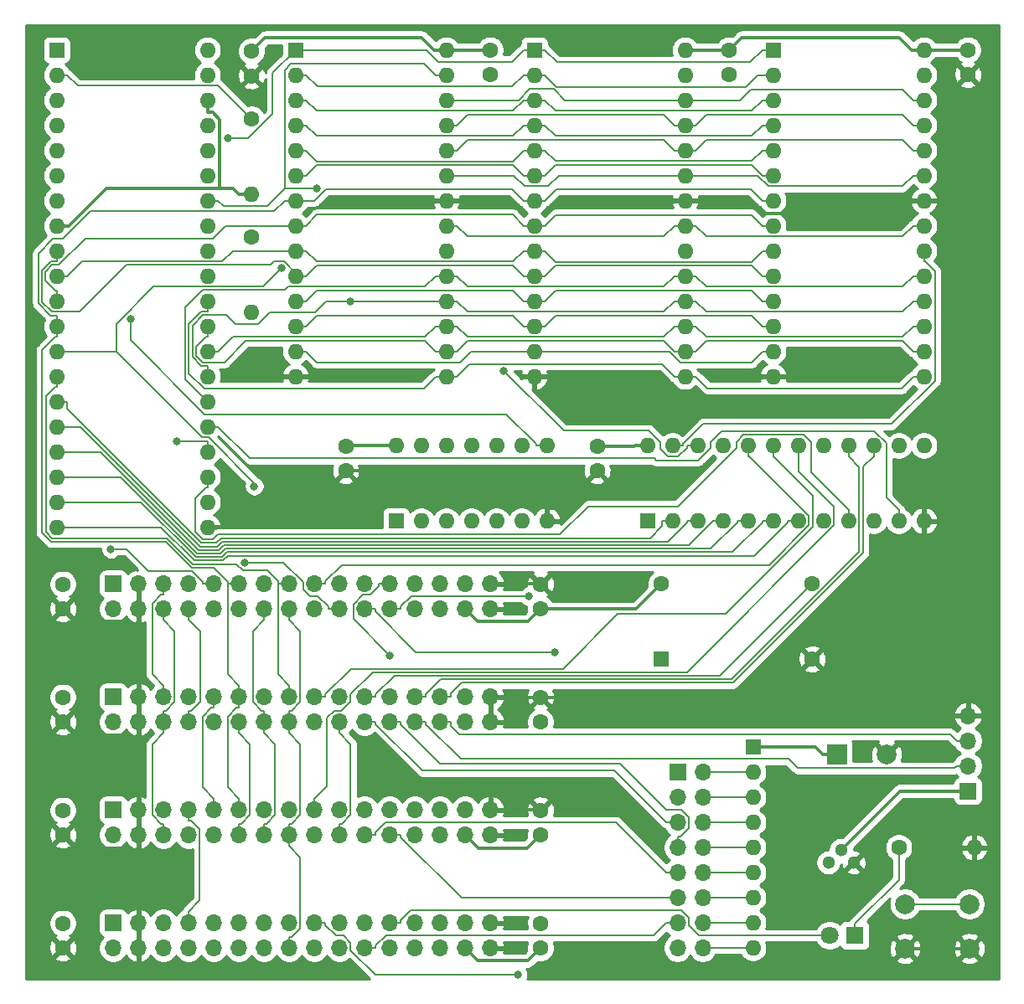
<source format=gbr>
%TF.GenerationSoftware,KiCad,Pcbnew,(5.1.9-0-10_14)*%
%TF.CreationDate,2021-03-08T16:43:49+01:00*%
%TF.ProjectId,n8 bit special,6e382062-6974-4207-9370-656369616c2e,rev?*%
%TF.SameCoordinates,Original*%
%TF.FileFunction,Copper,L1,Top*%
%TF.FilePolarity,Positive*%
%FSLAX46Y46*%
G04 Gerber Fmt 4.6, Leading zero omitted, Abs format (unit mm)*
G04 Created by KiCad (PCBNEW (5.1.9-0-10_14)) date 2021-03-08 16:43:49*
%MOMM*%
%LPD*%
G01*
G04 APERTURE LIST*
%TA.AperFunction,ComponentPad*%
%ADD10C,1.600000*%
%TD*%
%TA.AperFunction,ComponentPad*%
%ADD11R,2.000000X2.000000*%
%TD*%
%TA.AperFunction,ComponentPad*%
%ADD12C,2.000000*%
%TD*%
%TA.AperFunction,ComponentPad*%
%ADD13R,1.800000X1.800000*%
%TD*%
%TA.AperFunction,ComponentPad*%
%ADD14C,1.800000*%
%TD*%
%TA.AperFunction,ComponentPad*%
%ADD15R,1.700000X1.700000*%
%TD*%
%TA.AperFunction,ComponentPad*%
%ADD16O,1.700000X1.700000*%
%TD*%
%TA.AperFunction,ComponentPad*%
%ADD17O,1.600000X1.600000*%
%TD*%
%TA.AperFunction,ComponentPad*%
%ADD18R,1.600000X1.600000*%
%TD*%
%TA.AperFunction,ComponentPad*%
%ADD19C,1.300000*%
%TD*%
%TA.AperFunction,ViaPad*%
%ADD20C,0.800000*%
%TD*%
%TA.AperFunction,Conductor*%
%ADD21C,0.300000*%
%TD*%
%TA.AperFunction,Conductor*%
%ADD22C,0.154000*%
%TD*%
%TA.AperFunction,Conductor*%
%ADD23C,0.254000*%
%TD*%
%TA.AperFunction,Conductor*%
%ADD24C,0.100000*%
%TD*%
G04 APERTURE END LIST*
D10*
%TO.P,C1,1*%
%TO.N,GND*%
X120015000Y-87630000D03*
%TO.P,C1,2*%
%TO.N,+5V*%
X120015000Y-85130000D03*
%TD*%
D11*
%TO.P,C2,1*%
%TO.N,+5V*%
X169672000Y-116332000D03*
D12*
%TO.P,C2,2*%
%TO.N,GND*%
X174672000Y-116332000D03*
%TD*%
D10*
%TO.P,C3,2*%
%TO.N,+5V*%
X91440000Y-99100000D03*
%TO.P,C3,1*%
%TO.N,GND*%
X91440000Y-101600000D03*
%TD*%
%TO.P,C4,2*%
%TO.N,GND*%
X139700000Y-99100000D03*
%TO.P,C4,1*%
%TO.N,+5V*%
X139700000Y-101600000D03*
%TD*%
%TO.P,C5,2*%
%TO.N,+5V*%
X91440000Y-133390000D03*
%TO.P,C5,1*%
%TO.N,GND*%
X91440000Y-135890000D03*
%TD*%
%TO.P,C6,1*%
%TO.N,+5V*%
X139700000Y-135890000D03*
%TO.P,C6,2*%
%TO.N,GND*%
X139700000Y-133390000D03*
%TD*%
%TO.P,C7,2*%
%TO.N,+5V*%
X91440000Y-110530000D03*
%TO.P,C7,1*%
%TO.N,GND*%
X91440000Y-113030000D03*
%TD*%
%TO.P,C8,1*%
%TO.N,+5V*%
X139700000Y-113030000D03*
%TO.P,C8,2*%
%TO.N,GND*%
X139700000Y-110530000D03*
%TD*%
%TO.P,C9,2*%
%TO.N,+5V*%
X91440000Y-121960000D03*
%TO.P,C9,1*%
%TO.N,GND*%
X91440000Y-124460000D03*
%TD*%
%TO.P,C10,1*%
%TO.N,+5V*%
X139700000Y-124460000D03*
%TO.P,C10,2*%
%TO.N,GND*%
X139700000Y-121960000D03*
%TD*%
%TO.P,C11,2*%
%TO.N,GND*%
X110490000Y-47712000D03*
%TO.P,C11,1*%
%TO.N,+5V*%
X110490000Y-45212000D03*
%TD*%
%TO.P,C12,1*%
%TO.N,+5V*%
X158750000Y-45085000D03*
%TO.P,C12,2*%
%TO.N,GND*%
X158750000Y-47585000D03*
%TD*%
%TO.P,C13,1*%
%TO.N,+5V*%
X134620000Y-45085000D03*
%TO.P,C13,2*%
%TO.N,GND*%
X134620000Y-47585000D03*
%TD*%
%TO.P,C14,1*%
%TO.N,+5V*%
X182880000Y-45085000D03*
%TO.P,C14,2*%
%TO.N,GND*%
X182880000Y-47585000D03*
%TD*%
D13*
%TO.P,D1,1*%
%TO.N,Net-(D1-Pad1)*%
X171450000Y-134620000D03*
D14*
%TO.P,D1,2*%
%TO.N,~RES*%
X168910000Y-134620000D03*
%TD*%
D15*
%TO.P,J1,1*%
%TO.N,+5V*%
X182880000Y-120015000D03*
D16*
%TO.P,J1,2*%
%TO.N,USB_D+*%
X182880000Y-117475000D03*
%TO.P,J1,3*%
%TO.N,USB_D-*%
X182880000Y-114935000D03*
%TO.P,J1,4*%
%TO.N,GND*%
X182880000Y-112395000D03*
%TD*%
D15*
%TO.P,J2,1*%
%TO.N,+5V*%
X96520000Y-99060000D03*
D16*
%TO.P,J2,2*%
X96520000Y-101600000D03*
%TO.P,J2,3*%
%TO.N,GND*%
X99060000Y-99060000D03*
%TO.P,J2,4*%
X99060000Y-101600000D03*
%TO.P,J2,5*%
%TO.N,/A0*%
X101600000Y-99060000D03*
%TO.P,J2,6*%
%TO.N,/D0*%
X101600000Y-101600000D03*
%TO.P,J2,7*%
%TO.N,/A1*%
X104140000Y-99060000D03*
%TO.P,J2,8*%
%TO.N,/D1*%
X104140000Y-101600000D03*
%TO.P,J2,9*%
%TO.N,/A2*%
X106680000Y-99060000D03*
%TO.P,J2,10*%
%TO.N,/D2*%
X106680000Y-101600000D03*
%TO.P,J2,11*%
%TO.N,/A3*%
X109220000Y-99060000D03*
%TO.P,J2,12*%
%TO.N,/D3*%
X109220000Y-101600000D03*
%TO.P,J2,13*%
%TO.N,/A4*%
X111760000Y-99060000D03*
%TO.P,J2,14*%
%TO.N,/D4*%
X111760000Y-101600000D03*
%TO.P,J2,15*%
%TO.N,/A5*%
X114300000Y-99060000D03*
%TO.P,J2,16*%
%TO.N,/D5*%
X114300000Y-101600000D03*
%TO.P,J2,17*%
%TO.N,~PORT0_CS*%
X116840000Y-99060000D03*
%TO.P,J2,18*%
%TO.N,/D6*%
X116840000Y-101600000D03*
%TO.P,J2,19*%
%TO.N,R~W*%
X119380000Y-99060000D03*
%TO.P,J2,20*%
%TO.N,/D7*%
X119380000Y-101600000D03*
%TO.P,J2,21*%
%TO.N,CLK*%
X121920000Y-99060000D03*
%TO.P,J2,22*%
%TO.N,PORT0_IRQ_PULLUP*%
X121920000Y-101600000D03*
%TO.P,J2,23*%
%TO.N,~RES*%
X124460000Y-99060000D03*
%TO.P,J2,24*%
%TO.N,PORT0_NMI_PULLUP*%
X124460000Y-101600000D03*
%TO.P,J2,25*%
%TO.N,FUTURE0*%
X127000000Y-99060000D03*
%TO.P,J2,26*%
%TO.N,USB_D+*%
X127000000Y-101600000D03*
%TO.P,J2,27*%
%TO.N,FUTURE1*%
X129540000Y-99060000D03*
%TO.P,J2,28*%
%TO.N,USB_D-*%
X129540000Y-101600000D03*
%TO.P,J2,29*%
%TO.N,+5V*%
X132080000Y-99060000D03*
%TO.P,J2,30*%
X132080000Y-101600000D03*
%TO.P,J2,31*%
%TO.N,GND*%
X134620000Y-99060000D03*
%TO.P,J2,32*%
X134620000Y-101600000D03*
%TD*%
D15*
%TO.P,J3,1*%
%TO.N,+5V*%
X96520000Y-121920000D03*
D16*
%TO.P,J3,2*%
X96520000Y-124460000D03*
%TO.P,J3,3*%
%TO.N,GND*%
X99060000Y-121920000D03*
%TO.P,J3,4*%
X99060000Y-124460000D03*
%TO.P,J3,5*%
%TO.N,/A0*%
X101600000Y-121920000D03*
%TO.P,J3,6*%
%TO.N,/D0*%
X101600000Y-124460000D03*
%TO.P,J3,7*%
%TO.N,/A1*%
X104140000Y-121920000D03*
%TO.P,J3,8*%
%TO.N,/D1*%
X104140000Y-124460000D03*
%TO.P,J3,9*%
%TO.N,/A2*%
X106680000Y-121920000D03*
%TO.P,J3,10*%
%TO.N,/D2*%
X106680000Y-124460000D03*
%TO.P,J3,11*%
%TO.N,/A3*%
X109220000Y-121920000D03*
%TO.P,J3,12*%
%TO.N,/D3*%
X109220000Y-124460000D03*
%TO.P,J3,13*%
%TO.N,/A4*%
X111760000Y-121920000D03*
%TO.P,J3,14*%
%TO.N,/D4*%
X111760000Y-124460000D03*
%TO.P,J3,15*%
%TO.N,/A5*%
X114300000Y-121920000D03*
%TO.P,J3,16*%
%TO.N,/D5*%
X114300000Y-124460000D03*
%TO.P,J3,17*%
%TO.N,~PORT2_CS*%
X116840000Y-121920000D03*
%TO.P,J3,18*%
%TO.N,/D6*%
X116840000Y-124460000D03*
%TO.P,J3,19*%
%TO.N,R~W*%
X119380000Y-121920000D03*
%TO.P,J3,20*%
%TO.N,/D7*%
X119380000Y-124460000D03*
%TO.P,J3,21*%
%TO.N,CLK*%
X121920000Y-121920000D03*
%TO.P,J3,22*%
%TO.N,PORT2_IRQ_PULLUP*%
X121920000Y-124460000D03*
%TO.P,J3,23*%
%TO.N,~RES*%
X124460000Y-121920000D03*
%TO.P,J3,24*%
%TO.N,PORT2_NMI_PULLUP*%
X124460000Y-124460000D03*
%TO.P,J3,25*%
%TO.N,FUTURE0*%
X127000000Y-121920000D03*
%TO.P,J3,26*%
%TO.N,USB_D+*%
X127000000Y-124460000D03*
%TO.P,J3,27*%
%TO.N,FUTURE1*%
X129540000Y-121920000D03*
%TO.P,J3,28*%
%TO.N,USB_D-*%
X129540000Y-124460000D03*
%TO.P,J3,29*%
%TO.N,+5V*%
X132080000Y-121920000D03*
%TO.P,J3,30*%
X132080000Y-124460000D03*
%TO.P,J3,31*%
%TO.N,GND*%
X134620000Y-121920000D03*
%TO.P,J3,32*%
X134620000Y-124460000D03*
%TD*%
%TO.P,J4,32*%
%TO.N,GND*%
X134620000Y-113030000D03*
%TO.P,J4,31*%
X134620000Y-110490000D03*
%TO.P,J4,30*%
%TO.N,+5V*%
X132080000Y-113030000D03*
%TO.P,J4,29*%
X132080000Y-110490000D03*
%TO.P,J4,28*%
%TO.N,USB_D-*%
X129540000Y-113030000D03*
%TO.P,J4,27*%
%TO.N,FUTURE1*%
X129540000Y-110490000D03*
%TO.P,J4,26*%
%TO.N,USB_D+*%
X127000000Y-113030000D03*
%TO.P,J4,25*%
%TO.N,FUTURE0*%
X127000000Y-110490000D03*
%TO.P,J4,24*%
%TO.N,PORT1_NMI_PULLUP*%
X124460000Y-113030000D03*
%TO.P,J4,23*%
%TO.N,~RES*%
X124460000Y-110490000D03*
%TO.P,J4,22*%
%TO.N,PORT1_IRQ_PULLUP*%
X121920000Y-113030000D03*
%TO.P,J4,21*%
%TO.N,CLK*%
X121920000Y-110490000D03*
%TO.P,J4,20*%
%TO.N,/D7*%
X119380000Y-113030000D03*
%TO.P,J4,19*%
%TO.N,R~W*%
X119380000Y-110490000D03*
%TO.P,J4,18*%
%TO.N,/D6*%
X116840000Y-113030000D03*
%TO.P,J4,17*%
%TO.N,~PORT1_CS*%
X116840000Y-110490000D03*
%TO.P,J4,16*%
%TO.N,/D5*%
X114300000Y-113030000D03*
%TO.P,J4,15*%
%TO.N,/A5*%
X114300000Y-110490000D03*
%TO.P,J4,14*%
%TO.N,/D4*%
X111760000Y-113030000D03*
%TO.P,J4,13*%
%TO.N,/A4*%
X111760000Y-110490000D03*
%TO.P,J4,12*%
%TO.N,/D3*%
X109220000Y-113030000D03*
%TO.P,J4,11*%
%TO.N,/A3*%
X109220000Y-110490000D03*
%TO.P,J4,10*%
%TO.N,/D2*%
X106680000Y-113030000D03*
%TO.P,J4,9*%
%TO.N,/A2*%
X106680000Y-110490000D03*
%TO.P,J4,8*%
%TO.N,/D1*%
X104140000Y-113030000D03*
%TO.P,J4,7*%
%TO.N,/A1*%
X104140000Y-110490000D03*
%TO.P,J4,6*%
%TO.N,/D0*%
X101600000Y-113030000D03*
%TO.P,J4,5*%
%TO.N,/A0*%
X101600000Y-110490000D03*
%TO.P,J4,4*%
%TO.N,GND*%
X99060000Y-113030000D03*
%TO.P,J4,3*%
X99060000Y-110490000D03*
%TO.P,J4,2*%
%TO.N,+5V*%
X96520000Y-113030000D03*
D15*
%TO.P,J4,1*%
X96520000Y-110490000D03*
%TD*%
D16*
%TO.P,J5,32*%
%TO.N,GND*%
X134620000Y-135890000D03*
%TO.P,J5,31*%
X134620000Y-133350000D03*
%TO.P,J5,30*%
%TO.N,+5V*%
X132080000Y-135890000D03*
%TO.P,J5,29*%
X132080000Y-133350000D03*
%TO.P,J5,28*%
%TO.N,USB_D-*%
X129540000Y-135890000D03*
%TO.P,J5,27*%
%TO.N,FUTURE1*%
X129540000Y-133350000D03*
%TO.P,J5,26*%
%TO.N,USB_D+*%
X127000000Y-135890000D03*
%TO.P,J5,25*%
%TO.N,FUTURE0*%
X127000000Y-133350000D03*
%TO.P,J5,24*%
%TO.N,PORT3_NMI_PULLUP*%
X124460000Y-135890000D03*
%TO.P,J5,23*%
%TO.N,~RES*%
X124460000Y-133350000D03*
%TO.P,J5,22*%
%TO.N,PORT3_IRQ_PULLUP*%
X121920000Y-135890000D03*
%TO.P,J5,21*%
%TO.N,CLK*%
X121920000Y-133350000D03*
%TO.P,J5,20*%
%TO.N,/D7*%
X119380000Y-135890000D03*
%TO.P,J5,19*%
%TO.N,R~W*%
X119380000Y-133350000D03*
%TO.P,J5,18*%
%TO.N,/D6*%
X116840000Y-135890000D03*
%TO.P,J5,17*%
%TO.N,~PORT3_CS*%
X116840000Y-133350000D03*
%TO.P,J5,16*%
%TO.N,/D5*%
X114300000Y-135890000D03*
%TO.P,J5,15*%
%TO.N,/A5*%
X114300000Y-133350000D03*
%TO.P,J5,14*%
%TO.N,/D4*%
X111760000Y-135890000D03*
%TO.P,J5,13*%
%TO.N,/A4*%
X111760000Y-133350000D03*
%TO.P,J5,12*%
%TO.N,/D3*%
X109220000Y-135890000D03*
%TO.P,J5,11*%
%TO.N,/A3*%
X109220000Y-133350000D03*
%TO.P,J5,10*%
%TO.N,/D2*%
X106680000Y-135890000D03*
%TO.P,J5,9*%
%TO.N,/A2*%
X106680000Y-133350000D03*
%TO.P,J5,8*%
%TO.N,/D1*%
X104140000Y-135890000D03*
%TO.P,J5,7*%
%TO.N,/A1*%
X104140000Y-133350000D03*
%TO.P,J5,6*%
%TO.N,/D0*%
X101600000Y-135890000D03*
%TO.P,J5,5*%
%TO.N,/A0*%
X101600000Y-133350000D03*
%TO.P,J5,4*%
%TO.N,GND*%
X99060000Y-135890000D03*
%TO.P,J5,3*%
X99060000Y-133350000D03*
%TO.P,J5,2*%
%TO.N,+5V*%
X96520000Y-135890000D03*
D15*
%TO.P,J5,1*%
X96520000Y-133350000D03*
%TD*%
D10*
%TO.P,R1,1*%
%TO.N,Net-(D1-Pad1)*%
X175895000Y-125730000D03*
D17*
%TO.P,R1,2*%
%TO.N,GND*%
X183515000Y-125730000D03*
%TD*%
D10*
%TO.P,R2,1*%
%TO.N,Net-(R2-Pad1)*%
X110490000Y-52070000D03*
D17*
%TO.P,R2,2*%
%TO.N,+5V*%
X110490000Y-59690000D03*
%TD*%
%TO.P,R3,2*%
%TO.N,+5V*%
X110490000Y-71628000D03*
D10*
%TO.P,R3,1*%
%TO.N,Net-(R3-Pad1)*%
X110490000Y-64008000D03*
%TD*%
D18*
%TO.P,RN1,1*%
%TO.N,+5V*%
X161163000Y-115570000D03*
D17*
%TO.P,RN1,2*%
%TO.N,Net-(J6-Pad2)*%
X161163000Y-118110000D03*
%TO.P,RN1,3*%
%TO.N,Net-(J6-Pad4)*%
X161163000Y-120650000D03*
%TO.P,RN1,4*%
%TO.N,Net-(J6-Pad6)*%
X161163000Y-123190000D03*
%TO.P,RN1,5*%
%TO.N,Net-(J6-Pad8)*%
X161163000Y-125730000D03*
%TO.P,RN1,6*%
%TO.N,Net-(J6-Pad10)*%
X161163000Y-128270000D03*
%TO.P,RN1,7*%
%TO.N,Net-(J6-Pad12)*%
X161163000Y-130810000D03*
%TO.P,RN1,8*%
%TO.N,Net-(J6-Pad14)*%
X161163000Y-133350000D03*
%TO.P,RN1,9*%
%TO.N,Net-(J6-Pad16)*%
X161163000Y-135890000D03*
%TD*%
D19*
%TO.P,U7,2*%
%TO.N,+5V*%
X170053000Y-125984000D03*
%TO.P,U7,3*%
%TO.N,GND*%
X171323000Y-127254000D03*
%TO.P,U7,1*%
%TO.N,~RES*%
X168783000Y-127254000D03*
%TD*%
D18*
%TO.P,U6,1*%
%TO.N,CLK*%
X150495000Y-92710000D03*
D17*
%TO.P,U6,13*%
%TO.N,R~W*%
X178435000Y-85090000D03*
%TO.P,U6,2*%
%TO.N,/A6*%
X153035000Y-92710000D03*
%TO.P,U6,14*%
%TO.N,Net-(U6-Pad14)*%
X175895000Y-85090000D03*
%TO.P,U6,3*%
%TO.N,/A7*%
X155575000Y-92710000D03*
%TO.P,U6,15*%
%TO.N,FUTURE1*%
X173355000Y-85090000D03*
%TO.P,U6,4*%
%TO.N,/A8*%
X158115000Y-92710000D03*
%TO.P,U6,16*%
%TO.N,FUTURE0*%
X170815000Y-85090000D03*
%TO.P,U6,5*%
%TO.N,/A9*%
X160655000Y-92710000D03*
%TO.P,U6,17*%
%TO.N,~PORT3_CS*%
X168275000Y-85090000D03*
%TO.P,U6,6*%
%TO.N,/A10*%
X163195000Y-92710000D03*
%TO.P,U6,18*%
%TO.N,~PORT2_CS*%
X165735000Y-85090000D03*
%TO.P,U6,7*%
%TO.N,/A11*%
X165735000Y-92710000D03*
%TO.P,U6,19*%
%TO.N,~PORT1_CS*%
X163195000Y-85090000D03*
%TO.P,U6,8*%
%TO.N,/A12*%
X168275000Y-92710000D03*
%TO.P,U6,20*%
%TO.N,~PORT0_CS*%
X160655000Y-85090000D03*
%TO.P,U6,9*%
%TO.N,/A13*%
X170815000Y-92710000D03*
%TO.P,U6,21*%
%TO.N,~RAM2_CS*%
X158115000Y-85090000D03*
%TO.P,U6,10*%
%TO.N,/A14*%
X173355000Y-92710000D03*
%TO.P,U6,22*%
%TO.N,~RAM1_CS*%
X155575000Y-85090000D03*
%TO.P,U6,11*%
%TO.N,/A15*%
X175895000Y-92710000D03*
%TO.P,U6,23*%
%TO.N,~ROM_CS*%
X153035000Y-85090000D03*
%TO.P,U6,12*%
%TO.N,GND*%
X178435000Y-92710000D03*
%TO.P,U6,24*%
%TO.N,+5V*%
X150495000Y-85090000D03*
%TD*%
D18*
%TO.P,X1,1*%
%TO.N,Net-(X1-Pad1)*%
X151892000Y-106680000D03*
D10*
%TO.P,X1,14*%
%TO.N,+5V*%
X151892000Y-99060000D03*
%TO.P,X1,8*%
%TO.N,CLK*%
X167132000Y-99060000D03*
%TO.P,X1,7*%
%TO.N,GND*%
X167132000Y-106680000D03*
%TD*%
%TO.P,C15,1*%
%TO.N,GND*%
X145415000Y-87630000D03*
%TO.P,C15,2*%
%TO.N,+5V*%
X145415000Y-85130000D03*
%TD*%
D15*
%TO.P,J6,1*%
%TO.N,PORT0_IRQ_PULLUP*%
X153543000Y-118110000D03*
D16*
%TO.P,J6,2*%
%TO.N,Net-(J6-Pad2)*%
X156083000Y-118110000D03*
%TO.P,J6,3*%
%TO.N,PORT0_NMI_PULLUP*%
X153543000Y-120650000D03*
%TO.P,J6,4*%
%TO.N,Net-(J6-Pad4)*%
X156083000Y-120650000D03*
%TO.P,J6,5*%
%TO.N,PORT1_IRQ_PULLUP*%
X153543000Y-123190000D03*
%TO.P,J6,6*%
%TO.N,Net-(J6-Pad6)*%
X156083000Y-123190000D03*
%TO.P,J6,7*%
%TO.N,PORT1_NMI_PULLUP*%
X153543000Y-125730000D03*
%TO.P,J6,8*%
%TO.N,Net-(J6-Pad8)*%
X156083000Y-125730000D03*
%TO.P,J6,9*%
%TO.N,PORT2_IRQ_PULLUP*%
X153543000Y-128270000D03*
%TO.P,J6,10*%
%TO.N,Net-(J6-Pad10)*%
X156083000Y-128270000D03*
%TO.P,J6,11*%
%TO.N,PORT2_NMI_PULLUP*%
X153543000Y-130810000D03*
%TO.P,J6,12*%
%TO.N,Net-(J6-Pad12)*%
X156083000Y-130810000D03*
%TO.P,J6,13*%
%TO.N,PORT3_IRQ_PULLUP*%
X153543000Y-133350000D03*
%TO.P,J6,14*%
%TO.N,Net-(J6-Pad14)*%
X156083000Y-133350000D03*
%TO.P,J6,15*%
%TO.N,PORT3_NMI_PULLUP*%
X153543000Y-135890000D03*
%TO.P,J6,16*%
%TO.N,Net-(J6-Pad16)*%
X156083000Y-135890000D03*
%TD*%
D12*
%TO.P,SW1,2*%
%TO.N,GND*%
X176530000Y-135945000D03*
%TO.P,SW1,1*%
%TO.N,~RES*%
X176530000Y-131445000D03*
%TO.P,SW1,2*%
%TO.N,GND*%
X183030000Y-135945000D03*
%TO.P,SW1,1*%
%TO.N,~RES*%
X183030000Y-131445000D03*
%TD*%
D18*
%TO.P,U1,1*%
%TO.N,Net-(U1-Pad1)*%
X90805000Y-45085000D03*
D17*
%TO.P,U1,21*%
%TO.N,GND*%
X106045000Y-93345000D03*
%TO.P,U1,2*%
%TO.N,Net-(R2-Pad1)*%
X90805000Y-47625000D03*
%TO.P,U1,22*%
%TO.N,/A12*%
X106045000Y-90805000D03*
%TO.P,U1,3*%
%TO.N,Net-(U1-Pad3)*%
X90805000Y-50165000D03*
%TO.P,U1,23*%
%TO.N,/A13*%
X106045000Y-88265000D03*
%TO.P,U1,4*%
%TO.N,~IRQ*%
X90805000Y-52705000D03*
%TO.P,U1,24*%
%TO.N,/A14*%
X106045000Y-85725000D03*
%TO.P,U1,5*%
%TO.N,Net-(U1-Pad5)*%
X90805000Y-55245000D03*
%TO.P,U1,25*%
%TO.N,/A15*%
X106045000Y-83185000D03*
%TO.P,U1,6*%
%TO.N,~NMI*%
X90805000Y-57785000D03*
%TO.P,U1,26*%
%TO.N,/D7*%
X106045000Y-80645000D03*
%TO.P,U1,7*%
%TO.N,Net-(U1-Pad7)*%
X90805000Y-60325000D03*
%TO.P,U1,27*%
%TO.N,/D6*%
X106045000Y-78105000D03*
%TO.P,U1,8*%
%TO.N,+5V*%
X90805000Y-62865000D03*
%TO.P,U1,28*%
%TO.N,/D5*%
X106045000Y-75565000D03*
%TO.P,U1,9*%
%TO.N,/A0*%
X90805000Y-65405000D03*
%TO.P,U1,29*%
%TO.N,/D4*%
X106045000Y-73025000D03*
%TO.P,U1,10*%
%TO.N,/A1*%
X90805000Y-67945000D03*
%TO.P,U1,30*%
%TO.N,/D3*%
X106045000Y-70485000D03*
%TO.P,U1,11*%
%TO.N,/A2*%
X90805000Y-70485000D03*
%TO.P,U1,31*%
%TO.N,/D2*%
X106045000Y-67945000D03*
%TO.P,U1,12*%
%TO.N,/A3*%
X90805000Y-73025000D03*
%TO.P,U1,32*%
%TO.N,/D1*%
X106045000Y-65405000D03*
%TO.P,U1,13*%
%TO.N,/A4*%
X90805000Y-75565000D03*
%TO.P,U1,33*%
%TO.N,/D0*%
X106045000Y-62865000D03*
%TO.P,U1,14*%
%TO.N,/A5*%
X90805000Y-78105000D03*
%TO.P,U1,34*%
%TO.N,R~W*%
X106045000Y-60325000D03*
%TO.P,U1,15*%
%TO.N,/A6*%
X90805000Y-80645000D03*
%TO.P,U1,35*%
%TO.N,Net-(U1-Pad35)*%
X106045000Y-57785000D03*
%TO.P,U1,16*%
%TO.N,/A7*%
X90805000Y-83185000D03*
%TO.P,U1,36*%
%TO.N,Net-(R3-Pad1)*%
X106045000Y-55245000D03*
%TO.P,U1,17*%
%TO.N,/A8*%
X90805000Y-85725000D03*
%TO.P,U1,37*%
%TO.N,CLK*%
X106045000Y-52705000D03*
%TO.P,U1,18*%
%TO.N,/A9*%
X90805000Y-88265000D03*
%TO.P,U1,38*%
%TO.N,+5V*%
X106045000Y-50165000D03*
%TO.P,U1,19*%
%TO.N,/A10*%
X90805000Y-90805000D03*
%TO.P,U1,39*%
%TO.N,Net-(U1-Pad39)*%
X106045000Y-47625000D03*
%TO.P,U1,20*%
%TO.N,/A11*%
X90805000Y-93345000D03*
%TO.P,U1,40*%
%TO.N,~RES*%
X106045000Y-45085000D03*
%TD*%
D18*
%TO.P,U2,1*%
%TO.N,/A14*%
X114935000Y-45085000D03*
D17*
%TO.P,U2,15*%
%TO.N,/D3*%
X130175000Y-78105000D03*
%TO.P,U2,2*%
%TO.N,/A12*%
X114935000Y-47625000D03*
%TO.P,U2,16*%
%TO.N,/D4*%
X130175000Y-75565000D03*
%TO.P,U2,3*%
%TO.N,/A7*%
X114935000Y-50165000D03*
%TO.P,U2,17*%
%TO.N,/D5*%
X130175000Y-73025000D03*
%TO.P,U2,4*%
%TO.N,/A6*%
X114935000Y-52705000D03*
%TO.P,U2,18*%
%TO.N,/D6*%
X130175000Y-70485000D03*
%TO.P,U2,5*%
%TO.N,/A5*%
X114935000Y-55245000D03*
%TO.P,U2,19*%
%TO.N,/D7*%
X130175000Y-67945000D03*
%TO.P,U2,6*%
%TO.N,/A4*%
X114935000Y-57785000D03*
%TO.P,U2,20*%
%TO.N,~RAM1_CS*%
X130175000Y-65405000D03*
%TO.P,U2,7*%
%TO.N,/A3*%
X114935000Y-60325000D03*
%TO.P,U2,21*%
%TO.N,/A10*%
X130175000Y-62865000D03*
%TO.P,U2,8*%
%TO.N,/A2*%
X114935000Y-62865000D03*
%TO.P,U2,22*%
%TO.N,GND*%
X130175000Y-60325000D03*
%TO.P,U2,9*%
%TO.N,/A1*%
X114935000Y-65405000D03*
%TO.P,U2,23*%
%TO.N,/A11*%
X130175000Y-57785000D03*
%TO.P,U2,10*%
%TO.N,/A0*%
X114935000Y-67945000D03*
%TO.P,U2,24*%
%TO.N,/A9*%
X130175000Y-55245000D03*
%TO.P,U2,11*%
%TO.N,/D0*%
X114935000Y-70485000D03*
%TO.P,U2,25*%
%TO.N,/A8*%
X130175000Y-52705000D03*
%TO.P,U2,12*%
%TO.N,/D1*%
X114935000Y-73025000D03*
%TO.P,U2,26*%
%TO.N,/A13*%
X130175000Y-50165000D03*
%TO.P,U2,13*%
%TO.N,/D2*%
X114935000Y-75565000D03*
%TO.P,U2,27*%
%TO.N,R~W*%
X130175000Y-47625000D03*
%TO.P,U2,14*%
%TO.N,GND*%
X114935000Y-78105000D03*
%TO.P,U2,28*%
%TO.N,+5V*%
X130175000Y-45085000D03*
%TD*%
D18*
%TO.P,U3,1*%
%TO.N,/A14*%
X139065000Y-45085000D03*
D17*
%TO.P,U3,15*%
%TO.N,/D3*%
X154305000Y-78105000D03*
%TO.P,U3,2*%
%TO.N,/A12*%
X139065000Y-47625000D03*
%TO.P,U3,16*%
%TO.N,/D4*%
X154305000Y-75565000D03*
%TO.P,U3,3*%
%TO.N,/A7*%
X139065000Y-50165000D03*
%TO.P,U3,17*%
%TO.N,/D5*%
X154305000Y-73025000D03*
%TO.P,U3,4*%
%TO.N,/A6*%
X139065000Y-52705000D03*
%TO.P,U3,18*%
%TO.N,/D6*%
X154305000Y-70485000D03*
%TO.P,U3,5*%
%TO.N,/A5*%
X139065000Y-55245000D03*
%TO.P,U3,19*%
%TO.N,/D7*%
X154305000Y-67945000D03*
%TO.P,U3,6*%
%TO.N,/A4*%
X139065000Y-57785000D03*
%TO.P,U3,20*%
%TO.N,~RAM2_CS*%
X154305000Y-65405000D03*
%TO.P,U3,7*%
%TO.N,/A3*%
X139065000Y-60325000D03*
%TO.P,U3,21*%
%TO.N,/A10*%
X154305000Y-62865000D03*
%TO.P,U3,8*%
%TO.N,/A2*%
X139065000Y-62865000D03*
%TO.P,U3,22*%
%TO.N,GND*%
X154305000Y-60325000D03*
%TO.P,U3,9*%
%TO.N,/A1*%
X139065000Y-65405000D03*
%TO.P,U3,23*%
%TO.N,/A11*%
X154305000Y-57785000D03*
%TO.P,U3,10*%
%TO.N,/A0*%
X139065000Y-67945000D03*
%TO.P,U3,24*%
%TO.N,/A9*%
X154305000Y-55245000D03*
%TO.P,U3,11*%
%TO.N,/D0*%
X139065000Y-70485000D03*
%TO.P,U3,25*%
%TO.N,/A8*%
X154305000Y-52705000D03*
%TO.P,U3,12*%
%TO.N,/D1*%
X139065000Y-73025000D03*
%TO.P,U3,26*%
%TO.N,/A13*%
X154305000Y-50165000D03*
%TO.P,U3,13*%
%TO.N,/D2*%
X139065000Y-75565000D03*
%TO.P,U3,27*%
%TO.N,R~W*%
X154305000Y-47625000D03*
%TO.P,U3,14*%
%TO.N,GND*%
X139065000Y-78105000D03*
%TO.P,U3,28*%
%TO.N,+5V*%
X154305000Y-45085000D03*
%TD*%
%TO.P,U4,28*%
%TO.N,+5V*%
X178435000Y-45085000D03*
%TO.P,U4,14*%
%TO.N,GND*%
X163195000Y-78105000D03*
%TO.P,U4,27*%
%TO.N,+5V*%
X178435000Y-47625000D03*
%TO.P,U4,13*%
%TO.N,/D2*%
X163195000Y-75565000D03*
%TO.P,U4,26*%
%TO.N,/A13*%
X178435000Y-50165000D03*
%TO.P,U4,12*%
%TO.N,/D1*%
X163195000Y-73025000D03*
%TO.P,U4,25*%
%TO.N,/A8*%
X178435000Y-52705000D03*
%TO.P,U4,11*%
%TO.N,/D0*%
X163195000Y-70485000D03*
%TO.P,U4,24*%
%TO.N,/A9*%
X178435000Y-55245000D03*
%TO.P,U4,10*%
%TO.N,/A0*%
X163195000Y-67945000D03*
%TO.P,U4,23*%
%TO.N,/A11*%
X178435000Y-57785000D03*
%TO.P,U4,9*%
%TO.N,/A1*%
X163195000Y-65405000D03*
%TO.P,U4,22*%
%TO.N,GND*%
X178435000Y-60325000D03*
%TO.P,U4,8*%
%TO.N,/A2*%
X163195000Y-62865000D03*
%TO.P,U4,21*%
%TO.N,/A10*%
X178435000Y-62865000D03*
%TO.P,U4,7*%
%TO.N,/A3*%
X163195000Y-60325000D03*
%TO.P,U4,20*%
%TO.N,~ROM_CS*%
X178435000Y-65405000D03*
%TO.P,U4,6*%
%TO.N,/A4*%
X163195000Y-57785000D03*
%TO.P,U4,19*%
%TO.N,/D7*%
X178435000Y-67945000D03*
%TO.P,U4,5*%
%TO.N,/A5*%
X163195000Y-55245000D03*
%TO.P,U4,18*%
%TO.N,/D6*%
X178435000Y-70485000D03*
%TO.P,U4,4*%
%TO.N,/A6*%
X163195000Y-52705000D03*
%TO.P,U4,17*%
%TO.N,/D5*%
X178435000Y-73025000D03*
%TO.P,U4,3*%
%TO.N,/A7*%
X163195000Y-50165000D03*
%TO.P,U4,16*%
%TO.N,/D4*%
X178435000Y-75565000D03*
%TO.P,U4,2*%
%TO.N,/A12*%
X163195000Y-47625000D03*
%TO.P,U4,15*%
%TO.N,/D3*%
X178435000Y-78105000D03*
D18*
%TO.P,U4,1*%
%TO.N,/A14*%
X163195000Y-45085000D03*
%TD*%
%TO.P,U5,1*%
%TO.N,PORT0_IRQ_PULLUP*%
X125095000Y-92710000D03*
D17*
%TO.P,U5,8*%
%TO.N,~NMI*%
X140335000Y-85090000D03*
%TO.P,U5,2*%
%TO.N,PORT1_IRQ_PULLUP*%
X127635000Y-92710000D03*
%TO.P,U5,9*%
%TO.N,PORT0_NMI_PULLUP*%
X137795000Y-85090000D03*
%TO.P,U5,3*%
%TO.N,N/C*%
X130175000Y-92710000D03*
%TO.P,U5,10*%
%TO.N,PORT1_NMI_PULLUP*%
X135255000Y-85090000D03*
%TO.P,U5,4*%
%TO.N,PORT2_IRQ_PULLUP*%
X132715000Y-92710000D03*
%TO.P,U5,11*%
%TO.N,N/C*%
X132715000Y-85090000D03*
%TO.P,U5,5*%
%TO.N,PORT3_IRQ_PULLUP*%
X135255000Y-92710000D03*
%TO.P,U5,12*%
%TO.N,PORT2_NMI_PULLUP*%
X130175000Y-85090000D03*
%TO.P,U5,6*%
%TO.N,~IRQ*%
X137795000Y-92710000D03*
%TO.P,U5,13*%
%TO.N,PORT3_NMI_PULLUP*%
X127635000Y-85090000D03*
%TO.P,U5,7*%
%TO.N,GND*%
X140335000Y-92710000D03*
%TO.P,U5,14*%
%TO.N,+5V*%
X125095000Y-85090000D03*
%TD*%
D20*
%TO.N,~RES*%
X124460000Y-106299100D03*
%TO.N,/A2*%
X96299800Y-95580400D03*
%TO.N,/A4*%
X113509900Y-67168900D03*
X110769600Y-89201800D03*
%TO.N,/D6*%
X120516300Y-70485000D03*
%TO.N,R~W*%
X117084600Y-59130300D03*
%TO.N,/D7*%
X109806600Y-96898600D03*
%TO.N,PORT0_IRQ_PULLUP*%
X141162900Y-105958100D03*
%TO.N,PORT0_NMI_PULLUP*%
X138484000Y-100330000D03*
%TO.N,~PORT3_CS*%
X137403600Y-138592100D03*
%TO.N,/A14*%
X108130600Y-53991200D03*
X102961100Y-84647700D03*
%TO.N,~NMI*%
X98279100Y-72287100D03*
%TO.N,~RAM1_CS*%
X136004700Y-77529700D03*
%TD*%
D21*
%TO.N,GND*%
X107295300Y-93345000D02*
X114300000Y-93345000D01*
X114300000Y-93345000D02*
X120015000Y-87630000D01*
X140335000Y-91459700D02*
X136505300Y-87630000D01*
X136505300Y-87630000D02*
X120015000Y-87630000D01*
X140335000Y-91607400D02*
X140335000Y-91459700D01*
X140335000Y-92710000D02*
X140335000Y-91607400D01*
X140335000Y-91459700D02*
X141585300Y-91459700D01*
X141585300Y-91459700D02*
X145415000Y-87630000D01*
X99060000Y-133350000D02*
X99060000Y-135890000D01*
X98379100Y-126441200D02*
X99060000Y-127122200D01*
X99060000Y-127122200D02*
X99060000Y-133350000D01*
X106045000Y-93345000D02*
X107295300Y-93345000D01*
X134620000Y-110490000D02*
X135920300Y-110490000D01*
X139700000Y-110530000D02*
X135960300Y-110530000D01*
X135960300Y-110530000D02*
X135920300Y-110490000D01*
X167132000Y-106680000D02*
X163282000Y-110530000D01*
X163282000Y-110530000D02*
X139700000Y-110530000D01*
X98402200Y-103558100D02*
X97752000Y-102908000D01*
X97752000Y-102908000D02*
X92748000Y-102908000D01*
X92748000Y-102908000D02*
X91440000Y-101600000D01*
X99060000Y-110490000D02*
X99060000Y-104216000D01*
X99060000Y-104216000D02*
X98402200Y-103558100D01*
X99060000Y-102900300D02*
X98402200Y-103558100D01*
X99060000Y-101600000D02*
X99060000Y-102900300D01*
X99060000Y-100360300D02*
X99060000Y-101600000D01*
X134620000Y-121920000D02*
X139660000Y-121920000D01*
X139660000Y-121920000D02*
X139700000Y-121960000D01*
X99060000Y-99060000D02*
X99060000Y-100360300D01*
X139700000Y-99100000D02*
X139660000Y-99060000D01*
X139660000Y-99060000D02*
X135920300Y-99060000D01*
X98379100Y-115011200D02*
X99060000Y-115692200D01*
X99060000Y-115692200D02*
X99060000Y-121920000D01*
X91440000Y-113030000D02*
X92771100Y-114361100D01*
X92771100Y-114361100D02*
X97728900Y-114361100D01*
X97728900Y-114361100D02*
X98379100Y-115011200D01*
X99060000Y-114330300D02*
X98379100Y-115011200D01*
X99060000Y-113030000D02*
X99060000Y-114330300D01*
X91440000Y-124460000D02*
X92771100Y-125791100D01*
X92771100Y-125791100D02*
X97728900Y-125791100D01*
X97728900Y-125791100D02*
X98379100Y-126441200D01*
X99060000Y-125760300D02*
X98379100Y-126441200D01*
X99060000Y-124460000D02*
X99060000Y-125760300D01*
X134620000Y-99060000D02*
X135920300Y-99060000D01*
X177184700Y-60325000D02*
X175914700Y-61595000D01*
X175914700Y-61595000D02*
X162287900Y-61595000D01*
X162287900Y-61595000D02*
X161017900Y-60325000D01*
X161017900Y-60325000D02*
X154305000Y-60325000D01*
X178435000Y-60325000D02*
X177184700Y-60325000D01*
X183030000Y-135945000D02*
X176530000Y-135945000D01*
%TO.N,+5V*%
X154305000Y-45085000D02*
X158750000Y-45085000D01*
X132080000Y-101600000D02*
X133385300Y-102905300D01*
X133385300Y-102905300D02*
X138394700Y-102905300D01*
X138394700Y-102905300D02*
X139700000Y-101600000D01*
X132080000Y-124460000D02*
X133411100Y-125791100D01*
X133411100Y-125791100D02*
X138368900Y-125791100D01*
X138368900Y-125791100D02*
X139700000Y-124460000D01*
X132080000Y-135890000D02*
X133382200Y-137192200D01*
X133382200Y-137192200D02*
X138397800Y-137192200D01*
X138397800Y-137192200D02*
X139700000Y-135890000D01*
X106045000Y-51415300D02*
X106563100Y-51415300D01*
X106563100Y-51415300D02*
X107299400Y-52151600D01*
X107299400Y-52151600D02*
X107299400Y-53620000D01*
X107299400Y-53620000D02*
X107280300Y-53639100D01*
X107280300Y-53639100D02*
X107280300Y-54343300D01*
X107280300Y-54343300D02*
X107299400Y-54362400D01*
X107299400Y-54362400D02*
X107299400Y-59055000D01*
X139700000Y-101600000D02*
X149352000Y-101600000D01*
X149352000Y-101600000D02*
X151892000Y-99060000D01*
X145415000Y-85130000D02*
X149204700Y-85130000D01*
X149204700Y-85130000D02*
X149244700Y-85090000D01*
X150495000Y-85090000D02*
X149244700Y-85090000D01*
X169672000Y-116332000D02*
X168221700Y-116332000D01*
X161163000Y-115570000D02*
X167459700Y-115570000D01*
X167459700Y-115570000D02*
X168221700Y-116332000D01*
X170053000Y-125984000D02*
X176022000Y-120015000D01*
X176022000Y-120015000D02*
X182880000Y-120015000D01*
X130175000Y-45085000D02*
X128924700Y-45085000D01*
X110490000Y-45212000D02*
X111867400Y-43834600D01*
X111867400Y-43834600D02*
X127674300Y-43834600D01*
X127674300Y-43834600D02*
X128924700Y-45085000D01*
X130175000Y-45085000D02*
X134620000Y-45085000D01*
X110490000Y-59690000D02*
X109239700Y-59690000D01*
X107299400Y-59055000D02*
X95865300Y-59055000D01*
X95865300Y-59055000D02*
X92055300Y-62865000D01*
X109239700Y-59690000D02*
X108604700Y-59055000D01*
X108604700Y-59055000D02*
X107299400Y-59055000D01*
X90805000Y-62865000D02*
X92055300Y-62865000D01*
X106045000Y-50165000D02*
X106045000Y-51415300D01*
X178435000Y-45085000D02*
X177184700Y-45085000D01*
X177184700Y-45085000D02*
X175934300Y-43834600D01*
X175934300Y-43834600D02*
X160000400Y-43834600D01*
X160000400Y-43834600D02*
X158750000Y-45085000D01*
X182880000Y-45085000D02*
X178435000Y-45085000D01*
X125095000Y-85090000D02*
X120055000Y-85090000D01*
X120055000Y-85090000D02*
X120015000Y-85130000D01*
D22*
%TO.N,Net-(D1-Pad1)*%
X171450000Y-134620000D02*
X171450000Y-133442700D01*
X175895000Y-125730000D02*
X175895000Y-128997700D01*
X175895000Y-128997700D02*
X171450000Y-133442700D01*
%TO.N,~RES*%
X124460000Y-99060000D02*
X123332700Y-99060000D01*
X123332700Y-99060000D02*
X123332700Y-99341900D01*
X123332700Y-99341900D02*
X122487300Y-100187300D01*
X122487300Y-100187300D02*
X121734400Y-100187300D01*
X121734400Y-100187300D02*
X120787500Y-101134200D01*
X120787500Y-101134200D02*
X120787500Y-102626600D01*
X120787500Y-102626600D02*
X124460000Y-106299100D01*
X124460000Y-133350000D02*
X125587300Y-133350000D01*
X125587300Y-133350000D02*
X125587300Y-133068200D01*
X125587300Y-133068200D02*
X126575500Y-132080000D01*
X126575500Y-132080000D02*
X153930800Y-132080000D01*
X153930800Y-132080000D02*
X154670400Y-132819600D01*
X154670400Y-132819600D02*
X154670400Y-133601700D01*
X154670400Y-133601700D02*
X155688700Y-134620000D01*
X155688700Y-134620000D02*
X168910000Y-134620000D01*
X183030000Y-131445000D02*
X176530000Y-131445000D01*
%TO.N,USB_D+*%
X127000000Y-113030000D02*
X128127300Y-113030000D01*
X182880000Y-117475000D02*
X181752700Y-117475000D01*
X181752700Y-117475000D02*
X181518300Y-117709400D01*
X181518300Y-117709400D02*
X165680700Y-117709400D01*
X165680700Y-117709400D02*
X164735900Y-116764600D01*
X164735900Y-116764600D02*
X131628300Y-116764600D01*
X131628300Y-116764600D02*
X128127300Y-113263600D01*
X128127300Y-113263600D02*
X128127300Y-113030000D01*
%TO.N,USB_D-*%
X182880000Y-114935000D02*
X181752700Y-114935000D01*
X129540000Y-113030000D02*
X130667300Y-113030000D01*
X130667300Y-113030000D02*
X130667300Y-113452700D01*
X130667300Y-113452700D02*
X131472100Y-114257500D01*
X131472100Y-114257500D02*
X181075200Y-114257500D01*
X181075200Y-114257500D02*
X181752700Y-114935000D01*
%TO.N,/A0*%
X115178500Y-67945000D02*
X115178500Y-67879600D01*
X115178500Y-67879600D02*
X113760100Y-66461200D01*
X113760100Y-66461200D02*
X112801500Y-66461200D01*
X112801500Y-66461200D02*
X112426000Y-66836700D01*
X112426000Y-66836700D02*
X97905900Y-66836700D01*
X97905900Y-66836700D02*
X93164800Y-71577800D01*
X93164800Y-71577800D02*
X90323500Y-71577800D01*
X90323500Y-71577800D02*
X89326400Y-70580700D01*
X89326400Y-70580700D02*
X89326400Y-67387500D01*
X89326400Y-67387500D02*
X90231600Y-66482300D01*
X90231600Y-66482300D02*
X90805000Y-66482300D01*
X90805000Y-65405000D02*
X90805000Y-66482300D01*
X115178500Y-67945000D02*
X115421900Y-67945000D01*
X114935000Y-67945000D02*
X115178500Y-67945000D01*
X101600000Y-110490000D02*
X101600000Y-109362700D01*
X101600000Y-99060000D02*
X101600000Y-100187300D01*
X101600000Y-100187300D02*
X101318200Y-100187300D01*
X101318200Y-100187300D02*
X100456200Y-101049300D01*
X100456200Y-101049300D02*
X100456200Y-108218900D01*
X100456200Y-108218900D02*
X101600000Y-109362700D01*
X115473700Y-67945000D02*
X116012300Y-67945000D01*
X115473700Y-67945000D02*
X115421900Y-67945000D01*
X139065000Y-67945000D02*
X140142300Y-67945000D01*
X163195000Y-67945000D02*
X162117700Y-67945000D01*
X162117700Y-67945000D02*
X161040300Y-66867600D01*
X161040300Y-66867600D02*
X141219700Y-66867600D01*
X141219700Y-66867600D02*
X140142300Y-67945000D01*
X139065000Y-67945000D02*
X137987700Y-67945000D01*
X137987700Y-67945000D02*
X136910300Y-66867600D01*
X136910300Y-66867600D02*
X117089700Y-66867600D01*
X117089700Y-66867600D02*
X116012300Y-67945000D01*
%TO.N,/D0*%
X114935000Y-70485000D02*
X116012300Y-70485000D01*
X101600000Y-113030000D02*
X101600000Y-111902700D01*
X101600000Y-101600000D02*
X101600000Y-102727300D01*
X101600000Y-102727300D02*
X102730800Y-103858100D01*
X102730800Y-103858100D02*
X102730800Y-111005500D01*
X102730800Y-111005500D02*
X101833600Y-111902700D01*
X101833600Y-111902700D02*
X101600000Y-111902700D01*
X139065000Y-70485000D02*
X140142300Y-70485000D01*
X163195000Y-70485000D02*
X162117700Y-70485000D01*
X162117700Y-70485000D02*
X161040300Y-69407600D01*
X161040300Y-69407600D02*
X141219700Y-69407600D01*
X141219700Y-69407600D02*
X140142300Y-70485000D01*
X101600000Y-124460000D02*
X101600000Y-123332700D01*
X101600000Y-113030000D02*
X101600000Y-114157300D01*
X101600000Y-114157300D02*
X100461100Y-115296200D01*
X100461100Y-115296200D02*
X100461100Y-122427400D01*
X100461100Y-122427400D02*
X101366400Y-123332700D01*
X101366400Y-123332700D02*
X101600000Y-123332700D01*
X139065000Y-70485000D02*
X137987700Y-70485000D01*
X137987700Y-70485000D02*
X136904700Y-69402000D01*
X136904700Y-69402000D02*
X117095300Y-69402000D01*
X117095300Y-69402000D02*
X116012300Y-70485000D01*
%TO.N,/A1*%
X90805000Y-67945000D02*
X91882300Y-67945000D01*
X113857700Y-65405000D02*
X108631800Y-65405000D01*
X108631800Y-65405000D02*
X107554500Y-66482300D01*
X107554500Y-66482300D02*
X93345000Y-66482300D01*
X93345000Y-66482300D02*
X91882300Y-67945000D01*
X139065000Y-65405000D02*
X140142300Y-65405000D01*
X163195000Y-65405000D02*
X162117700Y-65405000D01*
X162117700Y-65405000D02*
X161009500Y-66513200D01*
X161009500Y-66513200D02*
X141250500Y-66513200D01*
X141250500Y-66513200D02*
X140142300Y-65405000D01*
X114935000Y-65405000D02*
X116012300Y-65405000D01*
X139065000Y-65405000D02*
X137987700Y-65405000D01*
X137987700Y-65405000D02*
X136910300Y-66482400D01*
X136910300Y-66482400D02*
X117089700Y-66482400D01*
X117089700Y-66482400D02*
X116012300Y-65405000D01*
X114935000Y-65405000D02*
X113857700Y-65405000D01*
X104140000Y-133350000D02*
X104140000Y-132222700D01*
X104140000Y-121920000D02*
X104140000Y-123047300D01*
X104140000Y-123047300D02*
X104421800Y-123047300D01*
X104421800Y-123047300D02*
X105273800Y-123899300D01*
X105273800Y-123899300D02*
X105273800Y-131088900D01*
X105273800Y-131088900D02*
X104140000Y-132222700D01*
%TO.N,/D1*%
X104140000Y-113030000D02*
X104140000Y-111902700D01*
X104140000Y-101600000D02*
X104140000Y-102727300D01*
X104140000Y-102727300D02*
X105302400Y-103889700D01*
X105302400Y-103889700D02*
X105302400Y-110973900D01*
X105302400Y-110973900D02*
X104373600Y-111902700D01*
X104373600Y-111902700D02*
X104140000Y-111902700D01*
X139065000Y-73025000D02*
X140142300Y-73025000D01*
X163195000Y-73025000D02*
X162117700Y-73025000D01*
X162117700Y-73025000D02*
X161040300Y-71947600D01*
X161040300Y-71947600D02*
X141219700Y-71947600D01*
X141219700Y-71947600D02*
X140142300Y-73025000D01*
X115473700Y-73025000D02*
X114935000Y-73025000D01*
X115473700Y-73025000D02*
X116012300Y-73025000D01*
X139065000Y-73025000D02*
X137987700Y-73025000D01*
X137987700Y-73025000D02*
X136910300Y-71947600D01*
X136910300Y-71947600D02*
X117089700Y-71947600D01*
X117089700Y-71947600D02*
X116012300Y-73025000D01*
%TO.N,/A2*%
X114935000Y-62865000D02*
X116012300Y-62865000D01*
X139065000Y-62865000D02*
X137987700Y-62865000D01*
X137987700Y-62865000D02*
X136879400Y-61756700D01*
X136879400Y-61756700D02*
X117120600Y-61756700D01*
X117120600Y-61756700D02*
X116012300Y-62865000D01*
X139603700Y-62865000D02*
X139065000Y-62865000D01*
X90805000Y-70485000D02*
X90805000Y-69407700D01*
X114935000Y-62865000D02*
X107845200Y-62865000D01*
X107845200Y-62865000D02*
X106575200Y-64135000D01*
X106575200Y-64135000D02*
X93683800Y-64135000D01*
X93683800Y-64135000D02*
X90982100Y-66836700D01*
X90982100Y-66836700D02*
X90378400Y-66836700D01*
X90378400Y-66836700D02*
X89680800Y-67534300D01*
X89680800Y-67534300D02*
X89680800Y-68395100D01*
X89680800Y-68395100D02*
X90693400Y-69407700D01*
X90693400Y-69407700D02*
X90805000Y-69407700D01*
X105552700Y-99060000D02*
X105552700Y-98867900D01*
X105552700Y-98867900D02*
X104474300Y-97789500D01*
X104474300Y-97789500D02*
X100104900Y-97789500D01*
X100104900Y-97789500D02*
X97895800Y-95580400D01*
X97895800Y-95580400D02*
X96299800Y-95580400D01*
X106680000Y-99060000D02*
X105552700Y-99060000D01*
X106680000Y-110490000D02*
X106680000Y-111617300D01*
X106680000Y-121920000D02*
X106680000Y-120792700D01*
X106680000Y-120792700D02*
X105549200Y-119661900D01*
X105549200Y-119661900D02*
X105549200Y-112514500D01*
X105549200Y-112514500D02*
X106446400Y-111617300D01*
X106446400Y-111617300D02*
X106680000Y-111617300D01*
X139603700Y-62865000D02*
X140142300Y-62865000D01*
X163195000Y-62865000D02*
X162117700Y-62865000D01*
X162117700Y-62865000D02*
X161031800Y-61779100D01*
X161031800Y-61779100D02*
X141228200Y-61779100D01*
X141228200Y-61779100D02*
X140142300Y-62865000D01*
%TO.N,/D2*%
X114935000Y-75565000D02*
X116012300Y-75565000D01*
X139065000Y-75565000D02*
X132672200Y-75565000D01*
X132672200Y-75565000D02*
X131565100Y-76672100D01*
X131565100Y-76672100D02*
X117119400Y-76672100D01*
X117119400Y-76672100D02*
X116012300Y-75565000D01*
X162117700Y-75565000D02*
X161013800Y-76668900D01*
X161013800Y-76668900D02*
X153830400Y-76668900D01*
X153830400Y-76668900D02*
X152726500Y-75565000D01*
X152726500Y-75565000D02*
X139065000Y-75565000D01*
X163195000Y-75565000D02*
X162117700Y-75565000D01*
%TO.N,/A3*%
X116012300Y-60325000D02*
X116847800Y-60325000D01*
X116847800Y-60325000D02*
X118036200Y-59136600D01*
X118036200Y-59136600D02*
X136799300Y-59136600D01*
X136799300Y-59136600D02*
X137987700Y-60325000D01*
X113857700Y-60325000D02*
X112780400Y-61402300D01*
X112780400Y-61402300D02*
X94263800Y-61402300D01*
X94263800Y-61402300D02*
X91460400Y-64205700D01*
X91460400Y-64205700D02*
X90441200Y-64205700D01*
X90441200Y-64205700D02*
X88972100Y-65674800D01*
X88972100Y-65674800D02*
X88972100Y-70727500D01*
X88972100Y-70727500D02*
X90192300Y-71947700D01*
X90192300Y-71947700D02*
X90805000Y-71947700D01*
X114935000Y-60325000D02*
X113857700Y-60325000D01*
X115473700Y-60325000D02*
X114935000Y-60325000D01*
X90805000Y-73025000D02*
X90805000Y-71947700D01*
X108092700Y-99060000D02*
X108092700Y-98871400D01*
X108092700Y-98871400D02*
X106656500Y-97435200D01*
X106656500Y-97435200D02*
X104435500Y-97435200D01*
X104435500Y-97435200D02*
X101828100Y-94827800D01*
X101828100Y-94827800D02*
X90239900Y-94827800D01*
X90239900Y-94827800D02*
X89335100Y-93923000D01*
X89335100Y-93923000D02*
X89335100Y-75437500D01*
X89335100Y-75437500D02*
X90670300Y-74102300D01*
X90670300Y-74102300D02*
X90805000Y-74102300D01*
X90805000Y-73025000D02*
X90805000Y-74102300D01*
X109220000Y-110490000D02*
X109220000Y-109362700D01*
X109220000Y-109362700D02*
X108092700Y-108235400D01*
X108092700Y-108235400D02*
X108092700Y-99060000D01*
X109220000Y-111053600D02*
X109220000Y-110490000D01*
X109220000Y-111053600D02*
X109220000Y-111617300D01*
X109220000Y-99060000D02*
X108092700Y-99060000D01*
X140142300Y-60325000D02*
X141325400Y-59141900D01*
X141325400Y-59141900D02*
X160934600Y-59141900D01*
X160934600Y-59141900D02*
X162117700Y-60325000D01*
X115473700Y-60325000D02*
X116012300Y-60325000D01*
X139065000Y-60325000D02*
X140142300Y-60325000D01*
X163195000Y-60325000D02*
X162117700Y-60325000D01*
X109220000Y-121920000D02*
X109220000Y-120792700D01*
X109220000Y-120792700D02*
X108089200Y-119661900D01*
X108089200Y-119661900D02*
X108089200Y-112514500D01*
X108089200Y-112514500D02*
X108986400Y-111617300D01*
X108986400Y-111617300D02*
X109220000Y-111617300D01*
X139065000Y-60325000D02*
X137987700Y-60325000D01*
%TO.N,/D3*%
X129097700Y-78105000D02*
X127890800Y-79311900D01*
X127890800Y-79311900D02*
X105714100Y-79311900D01*
X105714100Y-79311900D02*
X104178600Y-77776400D01*
X104178600Y-77776400D02*
X104178600Y-72831100D01*
X104178600Y-72831100D02*
X105447400Y-71562300D01*
X105447400Y-71562300D02*
X106045000Y-71562300D01*
X154305000Y-78105000D02*
X155382300Y-78105000D01*
X178435000Y-78105000D02*
X177357700Y-78105000D01*
X177357700Y-78105000D02*
X176174500Y-79288200D01*
X176174500Y-79288200D02*
X156565500Y-79288200D01*
X156565500Y-79288200D02*
X155382300Y-78105000D01*
X130175000Y-78105000D02*
X129097700Y-78105000D01*
X130713700Y-78105000D02*
X130175000Y-78105000D01*
X106045000Y-70485000D02*
X106045000Y-71562300D01*
X109220000Y-124460000D02*
X109220000Y-123332700D01*
X109220000Y-113030000D02*
X109220000Y-114157300D01*
X109220000Y-114157300D02*
X110350800Y-115288100D01*
X110350800Y-115288100D02*
X110350800Y-122435500D01*
X110350800Y-122435500D02*
X109453600Y-123332700D01*
X109453600Y-123332700D02*
X109220000Y-123332700D01*
X153227700Y-78105000D02*
X151975100Y-76852400D01*
X151975100Y-76852400D02*
X132504900Y-76852400D01*
X132504900Y-76852400D02*
X131252300Y-78105000D01*
X154305000Y-78105000D02*
X153227700Y-78105000D01*
X130713700Y-78105000D02*
X131252300Y-78105000D01*
%TO.N,/A4*%
X113509900Y-67168900D02*
X111655000Y-69023800D01*
X111655000Y-69023800D02*
X100577400Y-69023800D01*
X100577400Y-69023800D02*
X96826000Y-72775200D01*
X96826000Y-72775200D02*
X96826000Y-75565000D01*
X96826000Y-75565000D02*
X105523400Y-84262400D01*
X105523400Y-84262400D02*
X106165600Y-84262400D01*
X106165600Y-84262400D02*
X110769600Y-88866400D01*
X110769600Y-88866400D02*
X110769600Y-89201800D01*
X91793700Y-75565000D02*
X96826000Y-75565000D01*
X90805000Y-75565000D02*
X91793700Y-75565000D01*
X139065000Y-57785000D02*
X140142300Y-57785000D01*
X163195000Y-57785000D02*
X162117700Y-57785000D01*
X162117700Y-57785000D02*
X161032700Y-56700000D01*
X161032700Y-56700000D02*
X141227300Y-56700000D01*
X141227300Y-56700000D02*
X140142300Y-57785000D01*
X114935000Y-57785000D02*
X116012300Y-57785000D01*
X139065000Y-57785000D02*
X137987700Y-57785000D01*
X137987700Y-57785000D02*
X136902700Y-56700000D01*
X136902700Y-56700000D02*
X117097300Y-56700000D01*
X117097300Y-56700000D02*
X116012300Y-57785000D01*
%TO.N,/D4*%
X106045000Y-74102300D02*
X105933400Y-74102300D01*
X105933400Y-74102300D02*
X104899500Y-75136200D01*
X104899500Y-75136200D02*
X104899500Y-75985200D01*
X104899500Y-75985200D02*
X105587600Y-76673300D01*
X105587600Y-76673300D02*
X107738900Y-76673300D01*
X107738900Y-76673300D02*
X109924600Y-74487600D01*
X109924600Y-74487600D02*
X128020300Y-74487600D01*
X128020300Y-74487600D02*
X129097700Y-75565000D01*
X154305000Y-75565000D02*
X155382300Y-75565000D01*
X178435000Y-75565000D02*
X177357700Y-75565000D01*
X177357700Y-75565000D02*
X176268000Y-74475300D01*
X176268000Y-74475300D02*
X156472000Y-74475300D01*
X156472000Y-74475300D02*
X155382300Y-75565000D01*
X154305000Y-75565000D02*
X153227700Y-75565000D01*
X153227700Y-75565000D02*
X152125800Y-74463100D01*
X152125800Y-74463100D02*
X132354200Y-74463100D01*
X132354200Y-74463100D02*
X131252300Y-75565000D01*
X130175000Y-75565000D02*
X131252300Y-75565000D01*
X106045000Y-73025000D02*
X106045000Y-74102300D01*
X130175000Y-75565000D02*
X129097700Y-75565000D01*
X111760000Y-113030000D02*
X111760000Y-111902700D01*
X111760000Y-101600000D02*
X111760000Y-102727300D01*
X111760000Y-102727300D02*
X110620100Y-103867200D01*
X110620100Y-103867200D02*
X110620100Y-110996400D01*
X110620100Y-110996400D02*
X111526400Y-111902700D01*
X111526400Y-111902700D02*
X111760000Y-111902700D01*
X111760000Y-124460000D02*
X111760000Y-123332700D01*
X111760000Y-113030000D02*
X111760000Y-114157300D01*
X111760000Y-114157300D02*
X112890800Y-115288100D01*
X112890800Y-115288100D02*
X112890800Y-122435500D01*
X112890800Y-122435500D02*
X111993600Y-123332700D01*
X111993600Y-123332700D02*
X111760000Y-123332700D01*
%TO.N,/A5*%
X90805000Y-79182300D02*
X90670300Y-79182300D01*
X90670300Y-79182300D02*
X89722100Y-80130500D01*
X89722100Y-80130500D02*
X89722100Y-93806500D01*
X89722100Y-93806500D02*
X90376800Y-94461200D01*
X90376800Y-94461200D02*
X101962600Y-94461200D01*
X101962600Y-94461200D02*
X104582300Y-97080900D01*
X104582300Y-97080900D02*
X108957100Y-97080900D01*
X108957100Y-97080900D02*
X109603100Y-97726900D01*
X109603100Y-97726900D02*
X112121400Y-97726900D01*
X112121400Y-97726900D02*
X113172600Y-98778100D01*
X113172600Y-98778100D02*
X113172600Y-99060000D01*
X113172600Y-99060000D02*
X113172700Y-99060000D01*
X113172700Y-99060000D02*
X113172700Y-108235400D01*
X113172700Y-108235400D02*
X114300000Y-109362700D01*
X114300000Y-99060000D02*
X113172700Y-99060000D01*
X114300000Y-110490000D02*
X114300000Y-109362700D01*
X90805000Y-78105000D02*
X90805000Y-79182300D01*
X139065000Y-55245000D02*
X140142300Y-55245000D01*
X163195000Y-55245000D02*
X162117700Y-55245000D01*
X162117700Y-55245000D02*
X161024900Y-56337800D01*
X161024900Y-56337800D02*
X141235100Y-56337800D01*
X141235100Y-56337800D02*
X140142300Y-55245000D01*
X137987700Y-55245000D02*
X136887100Y-56345600D01*
X136887100Y-56345600D02*
X117112900Y-56345600D01*
X117112900Y-56345600D02*
X116012300Y-55245000D01*
X139065000Y-55245000D02*
X137987700Y-55245000D01*
X114935000Y-55245000D02*
X116012300Y-55245000D01*
%TO.N,/D5*%
X106045000Y-75565000D02*
X107122300Y-75565000D01*
X130175000Y-73025000D02*
X129097700Y-73025000D01*
X129097700Y-73025000D02*
X128020400Y-74102300D01*
X128020400Y-74102300D02*
X108585000Y-74102300D01*
X108585000Y-74102300D02*
X107122300Y-75565000D01*
X130713700Y-73025000D02*
X130175000Y-73025000D01*
X114300000Y-113030000D02*
X114300000Y-111902700D01*
X114300000Y-101600000D02*
X114300000Y-102727300D01*
X114300000Y-102727300D02*
X115430800Y-103858100D01*
X115430800Y-103858100D02*
X115430800Y-111005500D01*
X115430800Y-111005500D02*
X114533600Y-111902700D01*
X114533600Y-111902700D02*
X114300000Y-111902700D01*
X154305000Y-73025000D02*
X155382300Y-73025000D01*
X178435000Y-73025000D02*
X177357700Y-73025000D01*
X177357700Y-73025000D02*
X176274000Y-74108700D01*
X176274000Y-74108700D02*
X156466000Y-74108700D01*
X156466000Y-74108700D02*
X155382300Y-73025000D01*
X114300000Y-124460000D02*
X114300000Y-123332700D01*
X114300000Y-113030000D02*
X114300000Y-114157300D01*
X114300000Y-114157300D02*
X115430800Y-115288100D01*
X115430800Y-115288100D02*
X115430800Y-122435500D01*
X115430800Y-122435500D02*
X114533600Y-123332700D01*
X114533600Y-123332700D02*
X114300000Y-123332700D01*
X114300000Y-124460000D02*
X114300000Y-125587300D01*
X114300000Y-135890000D02*
X114300000Y-134762700D01*
X114300000Y-134762700D02*
X114581800Y-134762700D01*
X114581800Y-134762700D02*
X115433800Y-133910700D01*
X115433800Y-133910700D02*
X115433800Y-126721100D01*
X115433800Y-126721100D02*
X114300000Y-125587300D01*
X130713700Y-73025000D02*
X131252300Y-73025000D01*
X154305000Y-73025000D02*
X153227700Y-73025000D01*
X153227700Y-73025000D02*
X152144000Y-74108700D01*
X152144000Y-74108700D02*
X132336000Y-74108700D01*
X132336000Y-74108700D02*
X131252300Y-73025000D01*
%TO.N,~PORT0_CS*%
X160655000Y-86167300D02*
X160789700Y-86167300D01*
X160789700Y-86167300D02*
X166830800Y-92208400D01*
X166830800Y-92208400D02*
X166830800Y-93153700D01*
X166830800Y-93153700D02*
X162799200Y-97185300D01*
X162799200Y-97185300D02*
X119608300Y-97185300D01*
X119608300Y-97185300D02*
X117967300Y-98826300D01*
X117967300Y-98826300D02*
X117967300Y-99060000D01*
X116840000Y-99060000D02*
X117967300Y-99060000D01*
X160655000Y-85090000D02*
X160655000Y-86167300D01*
%TO.N,/D6*%
X106045000Y-77027700D02*
X105440800Y-77027700D01*
X105440800Y-77027700D02*
X104533000Y-76119900D01*
X104533000Y-76119900D02*
X104533000Y-72984200D01*
X104533000Y-72984200D02*
X105600500Y-71916700D01*
X105600500Y-71916700D02*
X107933400Y-71916700D01*
X107933400Y-71916700D02*
X108846400Y-72829700D01*
X108846400Y-72829700D02*
X111171200Y-72829700D01*
X111171200Y-72829700D02*
X112371300Y-71629600D01*
X112371300Y-71629600D02*
X116906500Y-71629600D01*
X116906500Y-71629600D02*
X118051100Y-70485000D01*
X118051100Y-70485000D02*
X120516300Y-70485000D01*
X130175000Y-70485000D02*
X120516300Y-70485000D01*
X106045000Y-78105000D02*
X106045000Y-77027700D01*
X130713700Y-70485000D02*
X130175000Y-70485000D01*
X130713700Y-70485000D02*
X131252300Y-70485000D01*
X154305000Y-70485000D02*
X155382300Y-70485000D01*
X178435000Y-70485000D02*
X177357700Y-70485000D01*
X177357700Y-70485000D02*
X176280300Y-71562400D01*
X176280300Y-71562400D02*
X156459700Y-71562400D01*
X156459700Y-71562400D02*
X155382300Y-70485000D01*
X153227700Y-70485000D02*
X152150300Y-71562400D01*
X152150300Y-71562400D02*
X132329700Y-71562400D01*
X132329700Y-71562400D02*
X131252300Y-70485000D01*
X154305000Y-70485000D02*
X153227700Y-70485000D01*
%TO.N,R~W*%
X113842000Y-59130300D02*
X117084600Y-59130300D01*
X107122300Y-60325000D02*
X107675800Y-60878500D01*
X107675800Y-60878500D02*
X112093800Y-60878500D01*
X112093800Y-60878500D02*
X113842000Y-59130300D01*
X113842000Y-59130300D02*
X113842000Y-47150200D01*
X113842000Y-47150200D02*
X114494100Y-46498100D01*
X114494100Y-46498100D02*
X127970800Y-46498100D01*
X127970800Y-46498100D02*
X129097700Y-47625000D01*
X130175000Y-47625000D02*
X129097700Y-47625000D01*
X106045000Y-60325000D02*
X107122300Y-60325000D01*
%TO.N,/D7*%
X130175000Y-67945000D02*
X129097700Y-67945000D01*
X129097700Y-67945000D02*
X128020400Y-69022300D01*
X128020400Y-69022300D02*
X114213500Y-69022300D01*
X114213500Y-69022300D02*
X113857600Y-69378200D01*
X113857600Y-69378200D02*
X105571000Y-69378200D01*
X105571000Y-69378200D02*
X103824200Y-71125000D01*
X103824200Y-71125000D02*
X103824200Y-78424200D01*
X103824200Y-78424200D02*
X106045000Y-80645000D01*
X130713700Y-67945000D02*
X130175000Y-67945000D01*
X119380000Y-101600000D02*
X118252700Y-101600000D01*
X109806600Y-96898600D02*
X113738600Y-96898600D01*
X113738600Y-96898600D02*
X115712600Y-98872600D01*
X115712600Y-98872600D02*
X115712600Y-99609600D01*
X115712600Y-99609600D02*
X116433000Y-100330000D01*
X116433000Y-100330000D02*
X117216300Y-100330000D01*
X117216300Y-100330000D02*
X118252700Y-101366400D01*
X118252700Y-101366400D02*
X118252700Y-101600000D01*
X119380000Y-124460000D02*
X119380000Y-123332700D01*
X119380000Y-113030000D02*
X119380000Y-114157300D01*
X119380000Y-114157300D02*
X120510800Y-115288100D01*
X120510800Y-115288100D02*
X120510800Y-122435500D01*
X120510800Y-122435500D02*
X119613600Y-123332700D01*
X119613600Y-123332700D02*
X119380000Y-123332700D01*
X153227700Y-67945000D02*
X152150300Y-69022400D01*
X152150300Y-69022400D02*
X132329700Y-69022400D01*
X132329700Y-69022400D02*
X131252300Y-67945000D01*
X130713700Y-67945000D02*
X131252300Y-67945000D01*
X154305000Y-67945000D02*
X155382300Y-67945000D01*
X178435000Y-67945000D02*
X177357700Y-67945000D01*
X177357700Y-67945000D02*
X176267400Y-69035300D01*
X176267400Y-69035300D02*
X156472600Y-69035300D01*
X156472600Y-69035300D02*
X155382300Y-67945000D01*
X154305000Y-67945000D02*
X153227700Y-67945000D01*
%TO.N,CLK*%
X167132000Y-99060000D02*
X157813300Y-108378700D01*
X157813300Y-108378700D02*
X124925000Y-108378700D01*
X124925000Y-108378700D02*
X123047300Y-110256400D01*
X123047300Y-110256400D02*
X123047300Y-110490000D01*
X121920000Y-110490000D02*
X123047300Y-110490000D01*
%TO.N,PORT0_IRQ_PULLUP*%
X121920000Y-101600000D02*
X123047300Y-101600000D01*
X123047300Y-101600000D02*
X123047300Y-101881900D01*
X123047300Y-101881900D02*
X127123500Y-105958100D01*
X127123500Y-105958100D02*
X141162900Y-105958100D01*
%TO.N,PORT0_NMI_PULLUP*%
X125587300Y-101600000D02*
X125587300Y-101366400D01*
X125587300Y-101366400D02*
X126623700Y-100330000D01*
X126623700Y-100330000D02*
X138484000Y-100330000D01*
X124460000Y-101600000D02*
X125587300Y-101600000D01*
%TO.N,FUTURE0*%
X170815000Y-86167300D02*
X171901800Y-87254100D01*
X171901800Y-87254100D02*
X171901800Y-95827800D01*
X171901800Y-95827800D02*
X158996500Y-108733100D01*
X158996500Y-108733100D02*
X129650600Y-108733100D01*
X129650600Y-108733100D02*
X128127300Y-110256400D01*
X128127300Y-110256400D02*
X128127300Y-110490000D01*
X127000000Y-110490000D02*
X128127300Y-110490000D01*
X170815000Y-85090000D02*
X170815000Y-86167300D01*
%TO.N,FUTURE1*%
X129540000Y-110490000D02*
X130667300Y-110490000D01*
X173355000Y-85090000D02*
X173355000Y-86167300D01*
X173355000Y-86167300D02*
X172277700Y-87244600D01*
X172277700Y-87244600D02*
X172277700Y-95953200D01*
X172277700Y-95953200D02*
X159143400Y-109087500D01*
X159143400Y-109087500D02*
X131719400Y-109087500D01*
X131719400Y-109087500D02*
X130667300Y-110139600D01*
X130667300Y-110139600D02*
X130667300Y-110490000D01*
%TO.N,~PORT2_CS*%
X116840000Y-121920000D02*
X116840000Y-120792700D01*
X165735000Y-85090000D02*
X165735000Y-87672800D01*
X165735000Y-87672800D02*
X169359900Y-91297700D01*
X169359900Y-91297700D02*
X169359900Y-93162400D01*
X169359900Y-93162400D02*
X154497900Y-108024400D01*
X154497900Y-108024400D02*
X122743700Y-108024400D01*
X122743700Y-108024400D02*
X120510600Y-110257500D01*
X120510600Y-110257500D02*
X120510600Y-110966600D01*
X120510600Y-110966600D02*
X119574600Y-111902600D01*
X119574600Y-111902600D02*
X118830400Y-111902600D01*
X118830400Y-111902600D02*
X118110000Y-112623000D01*
X118110000Y-112623000D02*
X118110000Y-119522700D01*
X118110000Y-119522700D02*
X116840000Y-120792700D01*
%TO.N,PORT2_IRQ_PULLUP*%
X153543000Y-128270000D02*
X152415700Y-128270000D01*
X121920000Y-124460000D02*
X123047300Y-124460000D01*
X123047300Y-124460000D02*
X123047300Y-124178200D01*
X123047300Y-124178200D02*
X124015500Y-123210000D01*
X124015500Y-123210000D02*
X147355700Y-123210000D01*
X147355700Y-123210000D02*
X152415700Y-128270000D01*
%TO.N,PORT2_NMI_PULLUP*%
X124460000Y-124460000D02*
X125587300Y-124460000D01*
X153543000Y-130810000D02*
X131703700Y-130810000D01*
X131703700Y-130810000D02*
X125587300Y-124693600D01*
X125587300Y-124693600D02*
X125587300Y-124460000D01*
%TO.N,PORT1_NMI_PULLUP*%
X124460000Y-113030000D02*
X125587300Y-113030000D01*
X153543000Y-125730000D02*
X153543000Y-124602700D01*
X153543000Y-124602700D02*
X153824800Y-124602700D01*
X153824800Y-124602700D02*
X154670400Y-123757100D01*
X154670400Y-123757100D02*
X154670400Y-122653200D01*
X154670400Y-122653200D02*
X153937200Y-121920000D01*
X153937200Y-121920000D02*
X152415600Y-121920000D01*
X152415600Y-121920000D02*
X147747000Y-117251400D01*
X147747000Y-117251400D02*
X129575100Y-117251400D01*
X129575100Y-117251400D02*
X125587300Y-113263600D01*
X125587300Y-113263600D02*
X125587300Y-113030000D01*
%TO.N,PORT1_IRQ_PULLUP*%
X123047300Y-113030000D02*
X123047300Y-113263600D01*
X123047300Y-113263600D02*
X127743800Y-117960100D01*
X127743800Y-117960100D02*
X147185800Y-117960100D01*
X147185800Y-117960100D02*
X152415700Y-123190000D01*
X121920000Y-113030000D02*
X123047300Y-113030000D01*
X153543000Y-123190000D02*
X152415700Y-123190000D01*
%TO.N,~PORT1_CS*%
X163195000Y-86167300D02*
X167197600Y-90169900D01*
X167197600Y-90169900D02*
X167197600Y-93318700D01*
X167197600Y-93318700D02*
X158388900Y-102127400D01*
X158388900Y-102127400D02*
X147476800Y-102127400D01*
X147476800Y-102127400D02*
X141945900Y-107658300D01*
X141945900Y-107658300D02*
X120565400Y-107658300D01*
X120565400Y-107658300D02*
X117967300Y-110256400D01*
X117967300Y-110256400D02*
X117967300Y-110490000D01*
X116840000Y-110490000D02*
X117967300Y-110490000D01*
X163195000Y-85090000D02*
X163195000Y-86167300D01*
%TO.N,PORT3_IRQ_PULLUP*%
X121920000Y-135890000D02*
X123047300Y-135890000D01*
X153543000Y-133350000D02*
X152415700Y-133350000D01*
X152415700Y-133350000D02*
X151145700Y-134620000D01*
X151145700Y-134620000D02*
X124083700Y-134620000D01*
X124083700Y-134620000D02*
X123047300Y-135656400D01*
X123047300Y-135656400D02*
X123047300Y-135890000D01*
%TO.N,~PORT3_CS*%
X116840000Y-133350000D02*
X117967300Y-133350000D01*
X137403600Y-138592100D02*
X122976700Y-138592100D01*
X122976700Y-138592100D02*
X120507400Y-136122800D01*
X120507400Y-136122800D02*
X120507400Y-135340400D01*
X120507400Y-135340400D02*
X119787000Y-134620000D01*
X119787000Y-134620000D02*
X119003700Y-134620000D01*
X119003700Y-134620000D02*
X117967300Y-133583600D01*
X117967300Y-133583600D02*
X117967300Y-133350000D01*
%TO.N,Net-(J6-Pad2)*%
X156083000Y-118110000D02*
X161163000Y-118110000D01*
%TO.N,Net-(J6-Pad4)*%
X156083000Y-120650000D02*
X161163000Y-120650000D01*
%TO.N,Net-(J6-Pad6)*%
X156083000Y-123190000D02*
X161163000Y-123190000D01*
%TO.N,Net-(J6-Pad8)*%
X156083000Y-125730000D02*
X161163000Y-125730000D01*
%TO.N,Net-(J6-Pad10)*%
X156083000Y-128270000D02*
X161163000Y-128270000D01*
%TO.N,Net-(J6-Pad12)*%
X156083000Y-130810000D02*
X161163000Y-130810000D01*
%TO.N,Net-(J6-Pad14)*%
X156083000Y-133350000D02*
X161163000Y-133350000D01*
%TO.N,Net-(J6-Pad16)*%
X156083000Y-135890000D02*
X161163000Y-135890000D01*
%TO.N,/A12*%
X139065000Y-47625000D02*
X137987700Y-47625000D01*
X162117700Y-47625000D02*
X161616700Y-47625000D01*
X161616700Y-47625000D02*
X160428300Y-48813400D01*
X160428300Y-48813400D02*
X141330700Y-48813400D01*
X141330700Y-48813400D02*
X140142300Y-47625000D01*
X114935000Y-47625000D02*
X116012300Y-47625000D01*
X137987700Y-47625000D02*
X136850000Y-48762700D01*
X136850000Y-48762700D02*
X117150000Y-48762700D01*
X117150000Y-48762700D02*
X116012300Y-47625000D01*
X139603700Y-47625000D02*
X139065000Y-47625000D01*
X139603700Y-47625000D02*
X140142300Y-47625000D01*
X163195000Y-47625000D02*
X162117700Y-47625000D01*
%TO.N,/A13*%
X170815000Y-91632700D02*
X167005000Y-87822700D01*
X167005000Y-87822700D02*
X167005000Y-84744300D01*
X167005000Y-84744300D02*
X166243300Y-83982600D01*
X166243300Y-83982600D02*
X160210700Y-83982600D01*
X160210700Y-83982600D02*
X159482900Y-84710400D01*
X159482900Y-84710400D02*
X159482900Y-85308000D01*
X159482900Y-85308000D02*
X153562900Y-91228000D01*
X153562900Y-91228000D02*
X144525100Y-91228000D01*
X144525100Y-91228000D02*
X141657600Y-94095500D01*
X141657600Y-94095500D02*
X107080500Y-94095500D01*
X107080500Y-94095500D02*
X106629300Y-94546700D01*
X106629300Y-94546700D02*
X105555800Y-94546700D01*
X105555800Y-94546700D02*
X104831300Y-93822200D01*
X104831300Y-93822200D02*
X104831300Y-90444400D01*
X104831300Y-90444400D02*
X105933400Y-89342300D01*
X105933400Y-89342300D02*
X106045000Y-89342300D01*
X178435000Y-50165000D02*
X177357700Y-50165000D01*
X170815000Y-92710000D02*
X170815000Y-91632700D01*
X106045000Y-88265000D02*
X106045000Y-89342300D01*
X154305000Y-50165000D02*
X142181100Y-50165000D01*
X142181100Y-50165000D02*
X141046300Y-49030200D01*
X141046300Y-49030200D02*
X138621300Y-49030200D01*
X138621300Y-49030200D02*
X137486500Y-50165000D01*
X137486500Y-50165000D02*
X130175000Y-50165000D01*
X177357700Y-50165000D02*
X176271800Y-49079100D01*
X176271800Y-49079100D02*
X160914100Y-49079100D01*
X160914100Y-49079100D02*
X159828200Y-50165000D01*
X159828200Y-50165000D02*
X154305000Y-50165000D01*
%TO.N,/A14*%
X106045000Y-84647700D02*
X102961100Y-84647700D01*
X106045000Y-85725000D02*
X106045000Y-84647700D01*
X108130600Y-53991200D02*
X110141900Y-53991200D01*
X110141900Y-53991200D02*
X112608000Y-51525100D01*
X112608000Y-51525100D02*
X112608000Y-47412000D01*
X112608000Y-47412000D02*
X114935000Y-45085000D01*
X137987700Y-45085000D02*
X136798400Y-46274300D01*
X136798400Y-46274300D02*
X129368200Y-46274300D01*
X129368200Y-46274300D02*
X128178900Y-45085000D01*
X128178900Y-45085000D02*
X114935000Y-45085000D01*
X139065000Y-45085000D02*
X140142300Y-45085000D01*
X163195000Y-45085000D02*
X162117700Y-45085000D01*
X162117700Y-45085000D02*
X160880200Y-46322500D01*
X160880200Y-46322500D02*
X141379800Y-46322500D01*
X141379800Y-46322500D02*
X140142300Y-45085000D01*
X139065000Y-45085000D02*
X137987700Y-45085000D01*
%TO.N,/A15*%
X175895000Y-92710000D02*
X175895000Y-91632700D01*
X106045000Y-83185000D02*
X107122300Y-83185000D01*
X107122300Y-83185000D02*
X110317300Y-86380000D01*
X110317300Y-86380000D02*
X151205500Y-86380000D01*
X151205500Y-86380000D02*
X151397000Y-86571500D01*
X151397000Y-86571500D02*
X155633800Y-86571500D01*
X155633800Y-86571500D02*
X156845000Y-85360300D01*
X156845000Y-85360300D02*
X156845000Y-84770600D01*
X156845000Y-84770600D02*
X158006300Y-83609300D01*
X158006300Y-83609300D02*
X173401200Y-83609300D01*
X173401200Y-83609300D02*
X174625000Y-84833100D01*
X174625000Y-84833100D02*
X174625000Y-90362700D01*
X174625000Y-90362700D02*
X175895000Y-91632700D01*
%TO.N,~NMI*%
X139257700Y-85090000D02*
X139257700Y-84955300D01*
X139257700Y-84955300D02*
X136217400Y-81915000D01*
X136217400Y-81915000D02*
X105760800Y-81915000D01*
X105760800Y-81915000D02*
X98279100Y-74433300D01*
X98279100Y-74433300D02*
X98279100Y-72287100D01*
X140335000Y-85090000D02*
X139257700Y-85090000D01*
%TO.N,/A6*%
X151957700Y-92710000D02*
X151957700Y-93253300D01*
X151957700Y-93253300D02*
X150761200Y-94449800D01*
X150761200Y-94449800D02*
X107404200Y-94449800D01*
X107404200Y-94449800D02*
X106950800Y-94903200D01*
X106950800Y-94903200D02*
X105411200Y-94903200D01*
X105411200Y-94903200D02*
X91882300Y-81374300D01*
X91882300Y-81374300D02*
X91882300Y-80645000D01*
X139065000Y-52705000D02*
X140142300Y-52705000D01*
X163195000Y-52705000D02*
X162117700Y-52705000D01*
X162117700Y-52705000D02*
X161040300Y-53782400D01*
X161040300Y-53782400D02*
X141219700Y-53782400D01*
X141219700Y-53782400D02*
X140142300Y-52705000D01*
X139065000Y-52705000D02*
X137987700Y-52705000D01*
X153035000Y-92710000D02*
X151957700Y-92710000D01*
X90805000Y-80645000D02*
X91882300Y-80645000D01*
X114935000Y-52705000D02*
X116012300Y-52705000D01*
X137987700Y-52705000D02*
X136890800Y-53801900D01*
X136890800Y-53801900D02*
X117109200Y-53801900D01*
X117109200Y-53801900D02*
X116012300Y-52705000D01*
%TO.N,/A7*%
X154497700Y-92710000D02*
X154497700Y-92844800D01*
X154497700Y-92844800D02*
X152538400Y-94804100D01*
X152538400Y-94804100D02*
X107551100Y-94804100D01*
X107551100Y-94804100D02*
X107045800Y-95309400D01*
X107045800Y-95309400D02*
X105316300Y-95309400D01*
X105316300Y-95309400D02*
X93191900Y-83185000D01*
X93191900Y-83185000D02*
X91882300Y-83185000D01*
X139065000Y-50165000D02*
X140142300Y-50165000D01*
X163195000Y-50165000D02*
X162117700Y-50165000D01*
X162117700Y-50165000D02*
X161040300Y-51242400D01*
X161040300Y-51242400D02*
X141219700Y-51242400D01*
X141219700Y-51242400D02*
X140142300Y-50165000D01*
X114935000Y-50165000D02*
X116012300Y-50165000D01*
X139065000Y-50165000D02*
X137987700Y-50165000D01*
X137987700Y-50165000D02*
X136890800Y-51261900D01*
X136890800Y-51261900D02*
X117109200Y-51261900D01*
X117109200Y-51261900D02*
X116012300Y-50165000D01*
X90805000Y-83185000D02*
X91882300Y-83185000D01*
X155575000Y-92710000D02*
X154497700Y-92710000D01*
%TO.N,/A8*%
X157037700Y-92710000D02*
X157037700Y-92824400D01*
X157037700Y-92824400D02*
X154703700Y-95158400D01*
X154703700Y-95158400D02*
X107697900Y-95158400D01*
X107697900Y-95158400D02*
X107192600Y-95663700D01*
X107192600Y-95663700D02*
X105169500Y-95663700D01*
X105169500Y-95663700D02*
X95230800Y-85725000D01*
X95230800Y-85725000D02*
X91882300Y-85725000D01*
X154305000Y-52705000D02*
X155382300Y-52705000D01*
X178435000Y-52705000D02*
X177357700Y-52705000D01*
X177357700Y-52705000D02*
X176280300Y-51627600D01*
X176280300Y-51627600D02*
X156459700Y-51627600D01*
X156459700Y-51627600D02*
X155382300Y-52705000D01*
X131252300Y-52705000D02*
X132330400Y-51626900D01*
X132330400Y-51626900D02*
X152149600Y-51626900D01*
X152149600Y-51626900D02*
X153227700Y-52705000D01*
X130175000Y-52705000D02*
X131252300Y-52705000D01*
X154305000Y-52705000D02*
X153227700Y-52705000D01*
X90805000Y-85725000D02*
X91882300Y-85725000D01*
X158115000Y-92710000D02*
X157037700Y-92710000D01*
%TO.N,/A9*%
X159577700Y-92710000D02*
X159577700Y-92837500D01*
X159577700Y-92837500D02*
X156902500Y-95512700D01*
X156902500Y-95512700D02*
X107844700Y-95512700D01*
X107844700Y-95512700D02*
X107339400Y-96018000D01*
X107339400Y-96018000D02*
X105022700Y-96018000D01*
X105022700Y-96018000D02*
X97269700Y-88265000D01*
X97269700Y-88265000D02*
X91882300Y-88265000D01*
X154305000Y-55245000D02*
X155382300Y-55245000D01*
X178435000Y-55245000D02*
X177357700Y-55245000D01*
X177357700Y-55245000D02*
X176280300Y-54167600D01*
X176280300Y-54167600D02*
X156459700Y-54167600D01*
X156459700Y-54167600D02*
X155382300Y-55245000D01*
X131252300Y-55245000D02*
X132341000Y-54156300D01*
X132341000Y-54156300D02*
X152139000Y-54156300D01*
X152139000Y-54156300D02*
X153227700Y-55245000D01*
X130175000Y-55245000D02*
X131252300Y-55245000D01*
X154305000Y-55245000D02*
X153227700Y-55245000D01*
X90805000Y-88265000D02*
X91882300Y-88265000D01*
X160655000Y-92710000D02*
X159577700Y-92710000D01*
%TO.N,/A10*%
X162117700Y-92710000D02*
X162117700Y-92844800D01*
X162117700Y-92844800D02*
X159095500Y-95867000D01*
X159095500Y-95867000D02*
X107991500Y-95867000D01*
X107991500Y-95867000D02*
X107486200Y-96372300D01*
X107486200Y-96372300D02*
X104875900Y-96372300D01*
X104875900Y-96372300D02*
X99308600Y-90805000D01*
X99308600Y-90805000D02*
X91882300Y-90805000D01*
X154305000Y-62865000D02*
X155382300Y-62865000D01*
X178435000Y-62865000D02*
X177357700Y-62865000D01*
X177357700Y-62865000D02*
X176274000Y-63948700D01*
X176274000Y-63948700D02*
X156466000Y-63948700D01*
X156466000Y-63948700D02*
X155382300Y-62865000D01*
X154305000Y-62865000D02*
X153227700Y-62865000D01*
X90805000Y-90805000D02*
X91882300Y-90805000D01*
X163195000Y-92710000D02*
X162117700Y-92710000D01*
X130175000Y-62865000D02*
X131252300Y-62865000D01*
X153227700Y-62865000D02*
X152144000Y-63948700D01*
X152144000Y-63948700D02*
X132336000Y-63948700D01*
X132336000Y-63948700D02*
X131252300Y-62865000D01*
%TO.N,/A11*%
X164657700Y-92710000D02*
X164657700Y-92839300D01*
X164657700Y-92839300D02*
X161275700Y-96221300D01*
X161275700Y-96221300D02*
X108138300Y-96221300D01*
X108138300Y-96221300D02*
X107633000Y-96726600D01*
X107633000Y-96726600D02*
X104729100Y-96726600D01*
X104729100Y-96726600D02*
X101347500Y-93345000D01*
X101347500Y-93345000D02*
X90805000Y-93345000D01*
X165735000Y-92710000D02*
X164657700Y-92710000D01*
X178435000Y-57785000D02*
X177357700Y-57785000D01*
X177357700Y-57785000D02*
X176266600Y-58876100D01*
X176266600Y-58876100D02*
X162707600Y-58876100D01*
X162707600Y-58876100D02*
X161616500Y-57785000D01*
X161616500Y-57785000D02*
X154305000Y-57785000D01*
X154305000Y-57785000D02*
X141562200Y-57785000D01*
X141562200Y-57785000D02*
X140476400Y-58870800D01*
X140476400Y-58870800D02*
X138076200Y-58870800D01*
X138076200Y-58870800D02*
X136990400Y-57785000D01*
X136990400Y-57785000D02*
X130175000Y-57785000D01*
%TO.N,~RAM1_CS*%
X154497700Y-85090000D02*
X154497700Y-85313200D01*
X154497700Y-85313200D02*
X153597900Y-86213000D01*
X153597900Y-86213000D02*
X152607600Y-86213000D01*
X152607600Y-86213000D02*
X151828100Y-85433500D01*
X151828100Y-85433500D02*
X151828100Y-84753100D01*
X151828100Y-84753100D02*
X150633300Y-83558300D01*
X150633300Y-83558300D02*
X142033300Y-83558300D01*
X142033300Y-83558300D02*
X136004700Y-77529700D01*
X155575000Y-85090000D02*
X154497700Y-85090000D01*
%TO.N,~ROM_CS*%
X178435000Y-66482300D02*
X178546600Y-66482300D01*
X178546600Y-66482300D02*
X179541600Y-67477300D01*
X179541600Y-67477300D02*
X179541600Y-78532400D01*
X179541600Y-78532400D02*
X175167100Y-82906900D01*
X175167100Y-82906900D02*
X156160500Y-82906900D01*
X156160500Y-82906900D02*
X154112300Y-84955100D01*
X154112300Y-84955100D02*
X154112300Y-85090000D01*
X178435000Y-65405000D02*
X178435000Y-66482300D01*
X153035000Y-85090000D02*
X154112300Y-85090000D01*
%TO.N,Net-(R2-Pad1)*%
X90805000Y-47625000D02*
X91882300Y-47625000D01*
X91882300Y-47625000D02*
X92959600Y-48702300D01*
X92959600Y-48702300D02*
X107122300Y-48702300D01*
X107122300Y-48702300D02*
X110490000Y-52070000D01*
%TD*%
D23*
%TO.N,GND*%
X186005001Y-139015000D02*
X138348705Y-139015000D01*
X138398826Y-138893998D01*
X138438600Y-138694039D01*
X138438600Y-138490161D01*
X138398826Y-138290202D01*
X138320805Y-138101844D01*
X138237521Y-137977200D01*
X138359247Y-137977200D01*
X138397800Y-137980997D01*
X138436353Y-137977200D01*
X138436361Y-137977200D01*
X138551687Y-137965841D01*
X138699660Y-137920954D01*
X138836033Y-137848062D01*
X138955564Y-137749964D01*
X138980147Y-137720010D01*
X139405604Y-137294554D01*
X139558665Y-137325000D01*
X139841335Y-137325000D01*
X140118574Y-137269853D01*
X140379727Y-137161680D01*
X140614759Y-137004637D01*
X140814637Y-136804759D01*
X140971680Y-136569727D01*
X141079853Y-136308574D01*
X141135000Y-136031335D01*
X141135000Y-135748665D01*
X141079853Y-135471426D01*
X141022101Y-135332000D01*
X151110730Y-135332000D01*
X151145700Y-135335444D01*
X151180670Y-135332000D01*
X151180678Y-135332000D01*
X151285276Y-135321698D01*
X151419489Y-135280985D01*
X151543180Y-135214871D01*
X151651596Y-135125896D01*
X151673898Y-135098721D01*
X152432757Y-134339864D01*
X152596368Y-134503475D01*
X152770760Y-134620000D01*
X152596368Y-134736525D01*
X152389525Y-134943368D01*
X152227010Y-135186589D01*
X152115068Y-135456842D01*
X152058000Y-135743740D01*
X152058000Y-136036260D01*
X152115068Y-136323158D01*
X152227010Y-136593411D01*
X152389525Y-136836632D01*
X152596368Y-137043475D01*
X152839589Y-137205990D01*
X153109842Y-137317932D01*
X153396740Y-137375000D01*
X153689260Y-137375000D01*
X153976158Y-137317932D01*
X154246411Y-137205990D01*
X154489632Y-137043475D01*
X154696475Y-136836632D01*
X154813000Y-136662240D01*
X154929525Y-136836632D01*
X155136368Y-137043475D01*
X155379589Y-137205990D01*
X155649842Y-137317932D01*
X155936740Y-137375000D01*
X156229260Y-137375000D01*
X156516158Y-137317932D01*
X156786411Y-137205990D01*
X157029632Y-137043475D01*
X157236475Y-136836632D01*
X157393251Y-136602000D01*
X159912884Y-136602000D01*
X160048363Y-136804759D01*
X160248241Y-137004637D01*
X160483273Y-137161680D01*
X160744426Y-137269853D01*
X161021665Y-137325000D01*
X161304335Y-137325000D01*
X161581574Y-137269853D01*
X161842727Y-137161680D01*
X161964351Y-137080413D01*
X175574192Y-137080413D01*
X175669956Y-137344814D01*
X175959571Y-137485704D01*
X176271108Y-137567384D01*
X176592595Y-137586718D01*
X176911675Y-137542961D01*
X177216088Y-137437795D01*
X177390044Y-137344814D01*
X177485808Y-137080413D01*
X182074192Y-137080413D01*
X182169956Y-137344814D01*
X182459571Y-137485704D01*
X182771108Y-137567384D01*
X183092595Y-137586718D01*
X183411675Y-137542961D01*
X183716088Y-137437795D01*
X183890044Y-137344814D01*
X183985808Y-137080413D01*
X183030000Y-136124605D01*
X182074192Y-137080413D01*
X177485808Y-137080413D01*
X176530000Y-136124605D01*
X175574192Y-137080413D01*
X161964351Y-137080413D01*
X162077759Y-137004637D01*
X162277637Y-136804759D01*
X162434680Y-136569727D01*
X162542853Y-136308574D01*
X162598000Y-136031335D01*
X162598000Y-135748665D01*
X162542853Y-135471426D01*
X162485101Y-135332000D01*
X167543448Y-135332000D01*
X167549701Y-135347095D01*
X167717688Y-135598505D01*
X167931495Y-135812312D01*
X168182905Y-135980299D01*
X168462257Y-136096011D01*
X168758816Y-136155000D01*
X169061184Y-136155000D01*
X169357743Y-136096011D01*
X169637095Y-135980299D01*
X169888505Y-135812312D01*
X169954944Y-135745873D01*
X169960498Y-135764180D01*
X170019463Y-135874494D01*
X170098815Y-135971185D01*
X170195506Y-136050537D01*
X170305820Y-136109502D01*
X170425518Y-136145812D01*
X170550000Y-136158072D01*
X172350000Y-136158072D01*
X172474482Y-136145812D01*
X172594180Y-136109502D01*
X172704494Y-136050537D01*
X172756819Y-136007595D01*
X174888282Y-136007595D01*
X174932039Y-136326675D01*
X175037205Y-136631088D01*
X175130186Y-136805044D01*
X175394587Y-136900808D01*
X176350395Y-135945000D01*
X176709605Y-135945000D01*
X177665413Y-136900808D01*
X177929814Y-136805044D01*
X178070704Y-136515429D01*
X178152384Y-136203892D01*
X178164189Y-136007595D01*
X181388282Y-136007595D01*
X181432039Y-136326675D01*
X181537205Y-136631088D01*
X181630186Y-136805044D01*
X181894587Y-136900808D01*
X182850395Y-135945000D01*
X183209605Y-135945000D01*
X184165413Y-136900808D01*
X184429814Y-136805044D01*
X184570704Y-136515429D01*
X184652384Y-136203892D01*
X184671718Y-135882405D01*
X184627961Y-135563325D01*
X184522795Y-135258912D01*
X184429814Y-135084956D01*
X184165413Y-134989192D01*
X183209605Y-135945000D01*
X182850395Y-135945000D01*
X181894587Y-134989192D01*
X181630186Y-135084956D01*
X181489296Y-135374571D01*
X181407616Y-135686108D01*
X181388282Y-136007595D01*
X178164189Y-136007595D01*
X178171718Y-135882405D01*
X178127961Y-135563325D01*
X178022795Y-135258912D01*
X177929814Y-135084956D01*
X177665413Y-134989192D01*
X176709605Y-135945000D01*
X176350395Y-135945000D01*
X175394587Y-134989192D01*
X175130186Y-135084956D01*
X174989296Y-135374571D01*
X174907616Y-135686108D01*
X174888282Y-136007595D01*
X172756819Y-136007595D01*
X172801185Y-135971185D01*
X172880537Y-135874494D01*
X172939502Y-135764180D01*
X172975812Y-135644482D01*
X172988072Y-135520000D01*
X172988072Y-134809587D01*
X175574192Y-134809587D01*
X176530000Y-135765395D01*
X177485808Y-134809587D01*
X182074192Y-134809587D01*
X183030000Y-135765395D01*
X183985808Y-134809587D01*
X183890044Y-134545186D01*
X183600429Y-134404296D01*
X183288892Y-134322616D01*
X182967405Y-134303282D01*
X182648325Y-134347039D01*
X182343912Y-134452205D01*
X182169956Y-134545186D01*
X182074192Y-134809587D01*
X177485808Y-134809587D01*
X177390044Y-134545186D01*
X177100429Y-134404296D01*
X176788892Y-134322616D01*
X176467405Y-134303282D01*
X176148325Y-134347039D01*
X175843912Y-134452205D01*
X175669956Y-134545186D01*
X175574192Y-134809587D01*
X172988072Y-134809587D01*
X172988072Y-133720000D01*
X172975812Y-133595518D01*
X172939502Y-133475820D01*
X172880537Y-133365506D01*
X172801185Y-133268815D01*
X172707604Y-133192015D01*
X174976429Y-130923192D01*
X174957832Y-130968088D01*
X174895000Y-131283967D01*
X174895000Y-131606033D01*
X174957832Y-131921912D01*
X175081082Y-132219463D01*
X175260013Y-132487252D01*
X175487748Y-132714987D01*
X175755537Y-132893918D01*
X176053088Y-133017168D01*
X176368967Y-133080000D01*
X176691033Y-133080000D01*
X177006912Y-133017168D01*
X177304463Y-132893918D01*
X177572252Y-132714987D01*
X177799987Y-132487252D01*
X177978918Y-132219463D01*
X178004791Y-132157000D01*
X181555209Y-132157000D01*
X181581082Y-132219463D01*
X181760013Y-132487252D01*
X181987748Y-132714987D01*
X182255537Y-132893918D01*
X182553088Y-133017168D01*
X182868967Y-133080000D01*
X183191033Y-133080000D01*
X183506912Y-133017168D01*
X183804463Y-132893918D01*
X184072252Y-132714987D01*
X184299987Y-132487252D01*
X184478918Y-132219463D01*
X184602168Y-131921912D01*
X184665000Y-131606033D01*
X184665000Y-131283967D01*
X184602168Y-130968088D01*
X184478918Y-130670537D01*
X184299987Y-130402748D01*
X184072252Y-130175013D01*
X183804463Y-129996082D01*
X183506912Y-129872832D01*
X183191033Y-129810000D01*
X182868967Y-129810000D01*
X182553088Y-129872832D01*
X182255537Y-129996082D01*
X181987748Y-130175013D01*
X181760013Y-130402748D01*
X181581082Y-130670537D01*
X181555209Y-130733000D01*
X178004791Y-130733000D01*
X177978918Y-130670537D01*
X177799987Y-130402748D01*
X177572252Y-130175013D01*
X177304463Y-129996082D01*
X177006912Y-129872832D01*
X176691033Y-129810000D01*
X176368967Y-129810000D01*
X176053088Y-129872832D01*
X176008192Y-129891428D01*
X176373732Y-129525889D01*
X176400896Y-129503596D01*
X176423189Y-129476432D01*
X176423193Y-129476428D01*
X176489870Y-129395181D01*
X176500657Y-129375000D01*
X176555985Y-129271489D01*
X176596698Y-129137276D01*
X176607000Y-129032678D01*
X176607000Y-129032669D01*
X176610444Y-128997701D01*
X176607000Y-128962733D01*
X176607000Y-126980116D01*
X176809759Y-126844637D01*
X177009637Y-126644759D01*
X177166680Y-126409727D01*
X177274853Y-126148574D01*
X177288684Y-126079039D01*
X182123096Y-126079039D01*
X182163754Y-126213087D01*
X182283963Y-126467420D01*
X182451481Y-126693414D01*
X182659869Y-126882385D01*
X182901119Y-127027070D01*
X183165960Y-127121909D01*
X183388000Y-127000624D01*
X183388000Y-125857000D01*
X183642000Y-125857000D01*
X183642000Y-127000624D01*
X183864040Y-127121909D01*
X184128881Y-127027070D01*
X184370131Y-126882385D01*
X184578519Y-126693414D01*
X184746037Y-126467420D01*
X184866246Y-126213087D01*
X184906904Y-126079039D01*
X184784915Y-125857000D01*
X183642000Y-125857000D01*
X183388000Y-125857000D01*
X182245085Y-125857000D01*
X182123096Y-126079039D01*
X177288684Y-126079039D01*
X177330000Y-125871335D01*
X177330000Y-125588665D01*
X177288685Y-125380961D01*
X182123096Y-125380961D01*
X182245085Y-125603000D01*
X183388000Y-125603000D01*
X183388000Y-124459376D01*
X183642000Y-124459376D01*
X183642000Y-125603000D01*
X184784915Y-125603000D01*
X184906904Y-125380961D01*
X184866246Y-125246913D01*
X184746037Y-124992580D01*
X184578519Y-124766586D01*
X184370131Y-124577615D01*
X184128881Y-124432930D01*
X183864040Y-124338091D01*
X183642000Y-124459376D01*
X183388000Y-124459376D01*
X183165960Y-124338091D01*
X182901119Y-124432930D01*
X182659869Y-124577615D01*
X182451481Y-124766586D01*
X182283963Y-124992580D01*
X182163754Y-125246913D01*
X182123096Y-125380961D01*
X177288685Y-125380961D01*
X177274853Y-125311426D01*
X177166680Y-125050273D01*
X177009637Y-124815241D01*
X176809759Y-124615363D01*
X176574727Y-124458320D01*
X176313574Y-124350147D01*
X176036335Y-124295000D01*
X175753665Y-124295000D01*
X175476426Y-124350147D01*
X175215273Y-124458320D01*
X174980241Y-124615363D01*
X174780363Y-124815241D01*
X174623320Y-125050273D01*
X174515147Y-125311426D01*
X174460000Y-125588665D01*
X174460000Y-125871335D01*
X174515147Y-126148574D01*
X174623320Y-126409727D01*
X174780363Y-126644759D01*
X174980241Y-126844637D01*
X175183000Y-126980116D01*
X175183001Y-128702778D01*
X170971274Y-132914507D01*
X170944105Y-132936804D01*
X170921807Y-132963974D01*
X170855130Y-133045220D01*
X170835509Y-133081928D01*
X170550000Y-133081928D01*
X170425518Y-133094188D01*
X170305820Y-133130498D01*
X170195506Y-133189463D01*
X170098815Y-133268815D01*
X170019463Y-133365506D01*
X169960498Y-133475820D01*
X169954944Y-133494127D01*
X169888505Y-133427688D01*
X169637095Y-133259701D01*
X169357743Y-133143989D01*
X169061184Y-133085000D01*
X168758816Y-133085000D01*
X168462257Y-133143989D01*
X168182905Y-133259701D01*
X167931495Y-133427688D01*
X167717688Y-133641495D01*
X167549701Y-133892905D01*
X167543448Y-133908000D01*
X162485101Y-133908000D01*
X162542853Y-133768574D01*
X162598000Y-133491335D01*
X162598000Y-133208665D01*
X162542853Y-132931426D01*
X162434680Y-132670273D01*
X162277637Y-132435241D01*
X162077759Y-132235363D01*
X161845241Y-132080000D01*
X162077759Y-131924637D01*
X162277637Y-131724759D01*
X162434680Y-131489727D01*
X162542853Y-131228574D01*
X162598000Y-130951335D01*
X162598000Y-130668665D01*
X162542853Y-130391426D01*
X162434680Y-130130273D01*
X162277637Y-129895241D01*
X162077759Y-129695363D01*
X161845241Y-129540000D01*
X162077759Y-129384637D01*
X162277637Y-129184759D01*
X162434680Y-128949727D01*
X162542853Y-128688574D01*
X162598000Y-128411335D01*
X162598000Y-128128665D01*
X162542853Y-127851426D01*
X162434680Y-127590273D01*
X162277637Y-127355241D01*
X162077759Y-127155363D01*
X161845241Y-127000000D01*
X162077759Y-126844637D01*
X162277637Y-126644759D01*
X162434680Y-126409727D01*
X162542853Y-126148574D01*
X162598000Y-125871335D01*
X162598000Y-125588665D01*
X162542853Y-125311426D01*
X162434680Y-125050273D01*
X162277637Y-124815241D01*
X162077759Y-124615363D01*
X161845241Y-124460000D01*
X162077759Y-124304637D01*
X162277637Y-124104759D01*
X162434680Y-123869727D01*
X162542853Y-123608574D01*
X162598000Y-123331335D01*
X162598000Y-123048665D01*
X162542853Y-122771426D01*
X162434680Y-122510273D01*
X162277637Y-122275241D01*
X162077759Y-122075363D01*
X161845241Y-121920000D01*
X162077759Y-121764637D01*
X162277637Y-121564759D01*
X162434680Y-121329727D01*
X162542853Y-121068574D01*
X162598000Y-120791335D01*
X162598000Y-120508665D01*
X162542853Y-120231426D01*
X162434680Y-119970273D01*
X162277637Y-119735241D01*
X162077759Y-119535363D01*
X161845241Y-119380000D01*
X162077759Y-119224637D01*
X162277637Y-119024759D01*
X162434680Y-118789727D01*
X162542853Y-118528574D01*
X162598000Y-118251335D01*
X162598000Y-117968665D01*
X162542853Y-117691426D01*
X162453869Y-117476600D01*
X164440981Y-117476600D01*
X165152506Y-118188126D01*
X165174804Y-118215296D01*
X165283220Y-118304271D01*
X165406911Y-118370385D01*
X165541123Y-118411098D01*
X165680700Y-118424845D01*
X165715678Y-118421400D01*
X181483330Y-118421400D01*
X181518300Y-118424844D01*
X181553270Y-118421400D01*
X181553278Y-118421400D01*
X181657876Y-118411098D01*
X181709103Y-118395558D01*
X181726525Y-118421632D01*
X181858380Y-118553487D01*
X181785820Y-118575498D01*
X181675506Y-118634463D01*
X181578815Y-118713815D01*
X181499463Y-118810506D01*
X181440498Y-118920820D01*
X181404188Y-119040518D01*
X181391928Y-119165000D01*
X181391928Y-119230000D01*
X176060556Y-119230000D01*
X176022000Y-119226203D01*
X175983444Y-119230000D01*
X175983439Y-119230000D01*
X175943026Y-119233980D01*
X175868113Y-119241358D01*
X175720140Y-119286246D01*
X175583767Y-119359138D01*
X175464236Y-119457236D01*
X175439653Y-119487190D01*
X170219833Y-124707010D01*
X170179561Y-124699000D01*
X169926439Y-124699000D01*
X169678179Y-124748381D01*
X169444324Y-124845247D01*
X169233860Y-124985875D01*
X169054875Y-125164860D01*
X168914247Y-125375324D01*
X168817381Y-125609179D01*
X168768000Y-125857439D01*
X168768000Y-125969000D01*
X168656439Y-125969000D01*
X168408179Y-126018381D01*
X168174324Y-126115247D01*
X167963860Y-126255875D01*
X167784875Y-126434860D01*
X167644247Y-126645324D01*
X167547381Y-126879179D01*
X167498000Y-127127439D01*
X167498000Y-127380561D01*
X167547381Y-127628821D01*
X167644247Y-127862676D01*
X167784875Y-128073140D01*
X167963860Y-128252125D01*
X168174324Y-128392753D01*
X168408179Y-128489619D01*
X168656439Y-128539000D01*
X168909561Y-128539000D01*
X169157821Y-128489619D01*
X169391676Y-128392753D01*
X169602140Y-128252125D01*
X169714738Y-128139527D01*
X170617078Y-128139527D01*
X170670466Y-128368201D01*
X170900374Y-128474095D01*
X171146524Y-128533102D01*
X171399455Y-128542952D01*
X171649449Y-128503270D01*
X171886896Y-128415578D01*
X171975534Y-128368201D01*
X172028922Y-128139527D01*
X171323000Y-127433605D01*
X170617078Y-128139527D01*
X169714738Y-128139527D01*
X169781125Y-128073140D01*
X169921753Y-127862676D01*
X170018619Y-127628821D01*
X170053540Y-127453256D01*
X170073730Y-127580449D01*
X170161422Y-127817896D01*
X170208799Y-127906534D01*
X170437473Y-127959922D01*
X171143395Y-127254000D01*
X171502605Y-127254000D01*
X172208527Y-127959922D01*
X172437201Y-127906534D01*
X172543095Y-127676626D01*
X172602102Y-127430476D01*
X172611952Y-127177545D01*
X172572270Y-126927551D01*
X172484578Y-126690104D01*
X172437201Y-126601466D01*
X172208527Y-126548078D01*
X171502605Y-127254000D01*
X171143395Y-127254000D01*
X171129253Y-127239858D01*
X171308858Y-127060253D01*
X171323000Y-127074395D01*
X172028922Y-126368473D01*
X171975534Y-126139799D01*
X171745626Y-126033905D01*
X171499476Y-125974898D01*
X171338000Y-125968610D01*
X171338000Y-125857439D01*
X171329990Y-125817167D01*
X176347157Y-120800000D01*
X181391928Y-120800000D01*
X181391928Y-120865000D01*
X181404188Y-120989482D01*
X181440498Y-121109180D01*
X181499463Y-121219494D01*
X181578815Y-121316185D01*
X181675506Y-121395537D01*
X181785820Y-121454502D01*
X181905518Y-121490812D01*
X182030000Y-121503072D01*
X183730000Y-121503072D01*
X183854482Y-121490812D01*
X183974180Y-121454502D01*
X184084494Y-121395537D01*
X184181185Y-121316185D01*
X184260537Y-121219494D01*
X184319502Y-121109180D01*
X184355812Y-120989482D01*
X184368072Y-120865000D01*
X184368072Y-119165000D01*
X184355812Y-119040518D01*
X184319502Y-118920820D01*
X184260537Y-118810506D01*
X184181185Y-118713815D01*
X184084494Y-118634463D01*
X183974180Y-118575498D01*
X183901620Y-118553487D01*
X184033475Y-118421632D01*
X184195990Y-118178411D01*
X184307932Y-117908158D01*
X184365000Y-117621260D01*
X184365000Y-117328740D01*
X184307932Y-117041842D01*
X184195990Y-116771589D01*
X184033475Y-116528368D01*
X183826632Y-116321525D01*
X183652240Y-116205000D01*
X183826632Y-116088475D01*
X184033475Y-115881632D01*
X184195990Y-115638411D01*
X184307932Y-115368158D01*
X184365000Y-115081260D01*
X184365000Y-114788740D01*
X184307932Y-114501842D01*
X184195990Y-114231589D01*
X184033475Y-113988368D01*
X183826632Y-113781525D01*
X183644466Y-113659805D01*
X183761355Y-113590178D01*
X183977588Y-113395269D01*
X184151641Y-113161920D01*
X184276825Y-112899099D01*
X184321476Y-112751890D01*
X184200155Y-112522000D01*
X183007000Y-112522000D01*
X183007000Y-112542000D01*
X182753000Y-112542000D01*
X182753000Y-112522000D01*
X181559845Y-112522000D01*
X181438524Y-112751890D01*
X181483175Y-112899099D01*
X181608359Y-113161920D01*
X181782412Y-113395269D01*
X181998645Y-113590178D01*
X182115534Y-113659805D01*
X181933368Y-113781525D01*
X181769756Y-113945137D01*
X181603398Y-113778779D01*
X181581096Y-113751604D01*
X181472680Y-113662629D01*
X181348989Y-113596515D01*
X181214776Y-113555802D01*
X181110178Y-113545500D01*
X181110170Y-113545500D01*
X181075200Y-113542056D01*
X181040230Y-113545500D01*
X141039705Y-113545500D01*
X141079853Y-113448574D01*
X141135000Y-113171335D01*
X141135000Y-112888665D01*
X141079853Y-112611426D01*
X140971680Y-112350273D01*
X140814637Y-112115241D01*
X140737506Y-112038110D01*
X181438524Y-112038110D01*
X181559845Y-112268000D01*
X182753000Y-112268000D01*
X182753000Y-111074186D01*
X183007000Y-111074186D01*
X183007000Y-112268000D01*
X184200155Y-112268000D01*
X184321476Y-112038110D01*
X184276825Y-111890901D01*
X184151641Y-111628080D01*
X183977588Y-111394731D01*
X183761355Y-111199822D01*
X183511252Y-111050843D01*
X183236891Y-110953519D01*
X183007000Y-111074186D01*
X182753000Y-111074186D01*
X182523109Y-110953519D01*
X182248748Y-111050843D01*
X181998645Y-111199822D01*
X181782412Y-111394731D01*
X181608359Y-111628080D01*
X181483175Y-111890901D01*
X181438524Y-112038110D01*
X140737506Y-112038110D01*
X140614759Y-111915363D01*
X140414131Y-111781308D01*
X140441514Y-111766671D01*
X140513097Y-111522702D01*
X139700000Y-110709605D01*
X138886903Y-111522702D01*
X138958486Y-111766671D01*
X138987341Y-111780324D01*
X138785241Y-111915363D01*
X138585363Y-112115241D01*
X138428320Y-112350273D01*
X138320147Y-112611426D01*
X138265000Y-112888665D01*
X138265000Y-113171335D01*
X138320147Y-113448574D01*
X138360295Y-113545500D01*
X136005218Y-113545500D01*
X136061481Y-113386891D01*
X135940814Y-113157000D01*
X134747000Y-113157000D01*
X134747000Y-113177000D01*
X134493000Y-113177000D01*
X134493000Y-113157000D01*
X134473000Y-113157000D01*
X134473000Y-112903000D01*
X134493000Y-112903000D01*
X134493000Y-110617000D01*
X134747000Y-110617000D01*
X134747000Y-112903000D01*
X135940814Y-112903000D01*
X136061481Y-112673109D01*
X135964157Y-112398748D01*
X135815178Y-112148645D01*
X135620269Y-111932412D01*
X135389120Y-111760000D01*
X135620269Y-111587588D01*
X135815178Y-111371355D01*
X135964157Y-111121252D01*
X136061481Y-110846891D01*
X135940814Y-110617000D01*
X134747000Y-110617000D01*
X134493000Y-110617000D01*
X134473000Y-110617000D01*
X134473000Y-110363000D01*
X134493000Y-110363000D01*
X134493000Y-110343000D01*
X134747000Y-110343000D01*
X134747000Y-110363000D01*
X135940814Y-110363000D01*
X136061481Y-110133109D01*
X135964157Y-109858748D01*
X135928865Y-109799500D01*
X138458117Y-109799500D01*
X138342429Y-110043996D01*
X138273700Y-110318184D01*
X138259783Y-110600512D01*
X138301213Y-110880130D01*
X138396397Y-111146292D01*
X138463329Y-111271514D01*
X138707298Y-111343097D01*
X139520395Y-110530000D01*
X139506253Y-110515858D01*
X139685858Y-110336253D01*
X139700000Y-110350395D01*
X139714143Y-110336253D01*
X139893748Y-110515858D01*
X139879605Y-110530000D01*
X140692702Y-111343097D01*
X140936671Y-111271514D01*
X141057571Y-111016004D01*
X141126300Y-110741816D01*
X141140217Y-110459488D01*
X141098787Y-110179870D01*
X141003603Y-109913708D01*
X140942558Y-109799500D01*
X159108430Y-109799500D01*
X159143400Y-109802944D01*
X159178370Y-109799500D01*
X159178378Y-109799500D01*
X159282976Y-109789198D01*
X159417189Y-109748485D01*
X159540880Y-109682371D01*
X159649296Y-109593396D01*
X159671598Y-109566221D01*
X161565117Y-107672702D01*
X166318903Y-107672702D01*
X166390486Y-107916671D01*
X166645996Y-108037571D01*
X166920184Y-108106300D01*
X167202512Y-108120217D01*
X167482130Y-108078787D01*
X167748292Y-107983603D01*
X167873514Y-107916671D01*
X167945097Y-107672702D01*
X167132000Y-106859605D01*
X166318903Y-107672702D01*
X161565117Y-107672702D01*
X162487307Y-106750512D01*
X165691783Y-106750512D01*
X165733213Y-107030130D01*
X165828397Y-107296292D01*
X165895329Y-107421514D01*
X166139298Y-107493097D01*
X166952395Y-106680000D01*
X167311605Y-106680000D01*
X168124702Y-107493097D01*
X168368671Y-107421514D01*
X168489571Y-107166004D01*
X168558300Y-106891816D01*
X168572217Y-106609488D01*
X168530787Y-106329870D01*
X168435603Y-106063708D01*
X168368671Y-105938486D01*
X168124702Y-105866903D01*
X167311605Y-106680000D01*
X166952395Y-106680000D01*
X166139298Y-105866903D01*
X165895329Y-105938486D01*
X165774429Y-106193996D01*
X165705700Y-106468184D01*
X165691783Y-106750512D01*
X162487307Y-106750512D01*
X163550521Y-105687298D01*
X166318903Y-105687298D01*
X167132000Y-106500395D01*
X167945097Y-105687298D01*
X167873514Y-105443329D01*
X167618004Y-105322429D01*
X167343816Y-105253700D01*
X167061488Y-105239783D01*
X166781870Y-105281213D01*
X166515708Y-105376397D01*
X166390486Y-105443329D01*
X166318903Y-105687298D01*
X163550521Y-105687298D01*
X172756426Y-96481394D01*
X172783596Y-96459096D01*
X172872571Y-96350680D01*
X172938685Y-96226989D01*
X172979398Y-96092776D01*
X172989700Y-95988178D01*
X172989700Y-95988169D01*
X172993144Y-95953201D01*
X172989700Y-95918233D01*
X172989700Y-94100450D01*
X173213665Y-94145000D01*
X173496335Y-94145000D01*
X173773574Y-94089853D01*
X174034727Y-93981680D01*
X174269759Y-93824637D01*
X174469637Y-93624759D01*
X174625000Y-93392241D01*
X174780363Y-93624759D01*
X174980241Y-93824637D01*
X175215273Y-93981680D01*
X175476426Y-94089853D01*
X175753665Y-94145000D01*
X176036335Y-94145000D01*
X176313574Y-94089853D01*
X176574727Y-93981680D01*
X176809759Y-93824637D01*
X177009637Y-93624759D01*
X177166680Y-93389727D01*
X177171067Y-93379135D01*
X177282615Y-93565131D01*
X177471586Y-93773519D01*
X177697580Y-93941037D01*
X177951913Y-94061246D01*
X178085961Y-94101904D01*
X178308000Y-93979915D01*
X178308000Y-92837000D01*
X178562000Y-92837000D01*
X178562000Y-93979915D01*
X178784039Y-94101904D01*
X178918087Y-94061246D01*
X179172420Y-93941037D01*
X179398414Y-93773519D01*
X179587385Y-93565131D01*
X179732070Y-93323881D01*
X179826909Y-93059040D01*
X179705624Y-92837000D01*
X178562000Y-92837000D01*
X178308000Y-92837000D01*
X178288000Y-92837000D01*
X178288000Y-92583000D01*
X178308000Y-92583000D01*
X178308000Y-91440085D01*
X178562000Y-91440085D01*
X178562000Y-92583000D01*
X179705624Y-92583000D01*
X179826909Y-92360960D01*
X179732070Y-92096119D01*
X179587385Y-91854869D01*
X179398414Y-91646481D01*
X179172420Y-91478963D01*
X178918087Y-91358754D01*
X178784039Y-91318096D01*
X178562000Y-91440085D01*
X178308000Y-91440085D01*
X178085961Y-91318096D01*
X177951913Y-91358754D01*
X177697580Y-91478963D01*
X177471586Y-91646481D01*
X177282615Y-91854869D01*
X177171067Y-92040865D01*
X177166680Y-92030273D01*
X177009637Y-91795241D01*
X176809759Y-91595363D01*
X176581433Y-91442801D01*
X176555985Y-91358911D01*
X176489871Y-91235220D01*
X176463002Y-91202480D01*
X176423193Y-91153972D01*
X176423189Y-91153968D01*
X176400896Y-91126804D01*
X176373732Y-91104511D01*
X175337000Y-90067781D01*
X175337000Y-86412101D01*
X175476426Y-86469853D01*
X175753665Y-86525000D01*
X176036335Y-86525000D01*
X176313574Y-86469853D01*
X176574727Y-86361680D01*
X176809759Y-86204637D01*
X177009637Y-86004759D01*
X177165000Y-85772241D01*
X177320363Y-86004759D01*
X177520241Y-86204637D01*
X177755273Y-86361680D01*
X178016426Y-86469853D01*
X178293665Y-86525000D01*
X178576335Y-86525000D01*
X178853574Y-86469853D01*
X179114727Y-86361680D01*
X179349759Y-86204637D01*
X179549637Y-86004759D01*
X179706680Y-85769727D01*
X179814853Y-85508574D01*
X179870000Y-85231335D01*
X179870000Y-84948665D01*
X179814853Y-84671426D01*
X179706680Y-84410273D01*
X179549637Y-84175241D01*
X179349759Y-83975363D01*
X179114727Y-83818320D01*
X178853574Y-83710147D01*
X178576335Y-83655000D01*
X178293665Y-83655000D01*
X178016426Y-83710147D01*
X177755273Y-83818320D01*
X177520241Y-83975363D01*
X177320363Y-84175241D01*
X177165000Y-84407759D01*
X177009637Y-84175241D01*
X176809759Y-83975363D01*
X176574727Y-83818320D01*
X176313574Y-83710147D01*
X176036335Y-83655000D01*
X175753665Y-83655000D01*
X175476426Y-83710147D01*
X175215273Y-83818320D01*
X174980241Y-83975363D01*
X174877212Y-84078392D01*
X174417719Y-83618900D01*
X175132130Y-83618900D01*
X175167100Y-83622344D01*
X175202070Y-83618900D01*
X175202078Y-83618900D01*
X175306676Y-83608598D01*
X175440889Y-83567885D01*
X175564580Y-83501771D01*
X175672996Y-83412796D01*
X175695298Y-83385621D01*
X180020332Y-79060589D01*
X180047496Y-79038296D01*
X180069789Y-79011132D01*
X180069793Y-79011128D01*
X180136470Y-78929881D01*
X180136471Y-78929880D01*
X180202585Y-78806189D01*
X180243298Y-78671976D01*
X180253600Y-78567378D01*
X180253600Y-78567369D01*
X180257044Y-78532401D01*
X180253600Y-78497433D01*
X180253600Y-67512267D01*
X180257044Y-67477299D01*
X180253600Y-67442331D01*
X180253600Y-67442322D01*
X180243298Y-67337724D01*
X180202585Y-67203511D01*
X180136471Y-67079820D01*
X180104934Y-67041393D01*
X180069792Y-66998572D01*
X180069789Y-66998569D01*
X180047495Y-66971404D01*
X180020331Y-66949111D01*
X179470308Y-66399088D01*
X179549637Y-66319759D01*
X179706680Y-66084727D01*
X179814853Y-65823574D01*
X179870000Y-65546335D01*
X179870000Y-65263665D01*
X179814853Y-64986426D01*
X179706680Y-64725273D01*
X179549637Y-64490241D01*
X179349759Y-64290363D01*
X179117241Y-64135000D01*
X179349759Y-63979637D01*
X179549637Y-63779759D01*
X179706680Y-63544727D01*
X179814853Y-63283574D01*
X179870000Y-63006335D01*
X179870000Y-62723665D01*
X179814853Y-62446426D01*
X179706680Y-62185273D01*
X179549637Y-61950241D01*
X179349759Y-61750363D01*
X179114727Y-61593320D01*
X179104135Y-61588933D01*
X179290131Y-61477385D01*
X179498519Y-61288414D01*
X179666037Y-61062420D01*
X179786246Y-60808087D01*
X179826904Y-60674039D01*
X179704915Y-60452000D01*
X178562000Y-60452000D01*
X178562000Y-60472000D01*
X178308000Y-60472000D01*
X178308000Y-60452000D01*
X177165085Y-60452000D01*
X177043096Y-60674039D01*
X177083754Y-60808087D01*
X177203963Y-61062420D01*
X177371481Y-61288414D01*
X177579869Y-61477385D01*
X177765865Y-61588933D01*
X177755273Y-61593320D01*
X177520241Y-61750363D01*
X177320363Y-61950241D01*
X177167801Y-62178567D01*
X177083911Y-62204015D01*
X176960220Y-62270129D01*
X176960218Y-62270130D01*
X176960219Y-62270130D01*
X176878972Y-62336807D01*
X176878968Y-62336811D01*
X176851804Y-62359104D01*
X176829511Y-62386268D01*
X175979081Y-63236700D01*
X164584177Y-63236700D01*
X164630000Y-63006335D01*
X164630000Y-62723665D01*
X164574853Y-62446426D01*
X164466680Y-62185273D01*
X164309637Y-61950241D01*
X164109759Y-61750363D01*
X163877241Y-61595000D01*
X164109759Y-61439637D01*
X164309637Y-61239759D01*
X164466680Y-61004727D01*
X164574853Y-60743574D01*
X164630000Y-60466335D01*
X164630000Y-60183665D01*
X164574853Y-59906426D01*
X164466680Y-59645273D01*
X164428478Y-59588100D01*
X176231630Y-59588100D01*
X176266600Y-59591544D01*
X176301570Y-59588100D01*
X176301578Y-59588100D01*
X176406176Y-59577798D01*
X176540389Y-59537085D01*
X176664080Y-59470971D01*
X176772496Y-59381996D01*
X176794798Y-59354821D01*
X177385112Y-58764508D01*
X177520241Y-58899637D01*
X177755273Y-59056680D01*
X177765865Y-59061067D01*
X177579869Y-59172615D01*
X177371481Y-59361586D01*
X177203963Y-59587580D01*
X177083754Y-59841913D01*
X177043096Y-59975961D01*
X177165085Y-60198000D01*
X178308000Y-60198000D01*
X178308000Y-60178000D01*
X178562000Y-60178000D01*
X178562000Y-60198000D01*
X179704915Y-60198000D01*
X179826904Y-59975961D01*
X179786246Y-59841913D01*
X179666037Y-59587580D01*
X179498519Y-59361586D01*
X179290131Y-59172615D01*
X179104135Y-59061067D01*
X179114727Y-59056680D01*
X179349759Y-58899637D01*
X179549637Y-58699759D01*
X179706680Y-58464727D01*
X179814853Y-58203574D01*
X179870000Y-57926335D01*
X179870000Y-57643665D01*
X179814853Y-57366426D01*
X179706680Y-57105273D01*
X179549637Y-56870241D01*
X179349759Y-56670363D01*
X179117241Y-56515000D01*
X179349759Y-56359637D01*
X179549637Y-56159759D01*
X179706680Y-55924727D01*
X179814853Y-55663574D01*
X179870000Y-55386335D01*
X179870000Y-55103665D01*
X179814853Y-54826426D01*
X179706680Y-54565273D01*
X179549637Y-54330241D01*
X179349759Y-54130363D01*
X179117241Y-53975000D01*
X179349759Y-53819637D01*
X179549637Y-53619759D01*
X179706680Y-53384727D01*
X179814853Y-53123574D01*
X179870000Y-52846335D01*
X179870000Y-52563665D01*
X179814853Y-52286426D01*
X179706680Y-52025273D01*
X179549637Y-51790241D01*
X179349759Y-51590363D01*
X179117241Y-51435000D01*
X179349759Y-51279637D01*
X179549637Y-51079759D01*
X179706680Y-50844727D01*
X179814853Y-50583574D01*
X179870000Y-50306335D01*
X179870000Y-50023665D01*
X179814853Y-49746426D01*
X179706680Y-49485273D01*
X179549637Y-49250241D01*
X179349759Y-49050363D01*
X179117241Y-48895000D01*
X179349759Y-48739637D01*
X179511694Y-48577702D01*
X182066903Y-48577702D01*
X182138486Y-48821671D01*
X182393996Y-48942571D01*
X182668184Y-49011300D01*
X182950512Y-49025217D01*
X183230130Y-48983787D01*
X183496292Y-48888603D01*
X183621514Y-48821671D01*
X183693097Y-48577702D01*
X182880000Y-47764605D01*
X182066903Y-48577702D01*
X179511694Y-48577702D01*
X179549637Y-48539759D01*
X179706680Y-48304727D01*
X179814853Y-48043574D01*
X179870000Y-47766335D01*
X179870000Y-47655512D01*
X181439783Y-47655512D01*
X181481213Y-47935130D01*
X181576397Y-48201292D01*
X181643329Y-48326514D01*
X181887298Y-48398097D01*
X182700395Y-47585000D01*
X183059605Y-47585000D01*
X183872702Y-48398097D01*
X184116671Y-48326514D01*
X184237571Y-48071004D01*
X184306300Y-47796816D01*
X184320217Y-47514488D01*
X184278787Y-47234870D01*
X184183603Y-46968708D01*
X184116671Y-46843486D01*
X183872702Y-46771903D01*
X183059605Y-47585000D01*
X182700395Y-47585000D01*
X181887298Y-46771903D01*
X181643329Y-46843486D01*
X181522429Y-47098996D01*
X181453700Y-47373184D01*
X181439783Y-47655512D01*
X179870000Y-47655512D01*
X179870000Y-47483665D01*
X179814853Y-47206426D01*
X179706680Y-46945273D01*
X179549637Y-46710241D01*
X179349759Y-46510363D01*
X179117241Y-46355000D01*
X179349759Y-46199637D01*
X179549637Y-45999759D01*
X179636339Y-45870000D01*
X181678661Y-45870000D01*
X181765363Y-45999759D01*
X181965241Y-46199637D01*
X182165869Y-46333692D01*
X182138486Y-46348329D01*
X182066903Y-46592298D01*
X182880000Y-47405395D01*
X183693097Y-46592298D01*
X183621514Y-46348329D01*
X183592659Y-46334676D01*
X183794759Y-46199637D01*
X183994637Y-45999759D01*
X184151680Y-45764727D01*
X184259853Y-45503574D01*
X184315000Y-45226335D01*
X184315000Y-44943665D01*
X184259853Y-44666426D01*
X184151680Y-44405273D01*
X183994637Y-44170241D01*
X183794759Y-43970363D01*
X183559727Y-43813320D01*
X183298574Y-43705147D01*
X183021335Y-43650000D01*
X182738665Y-43650000D01*
X182461426Y-43705147D01*
X182200273Y-43813320D01*
X181965241Y-43970363D01*
X181765363Y-44170241D01*
X181678661Y-44300000D01*
X179636339Y-44300000D01*
X179549637Y-44170241D01*
X179349759Y-43970363D01*
X179114727Y-43813320D01*
X178853574Y-43705147D01*
X178576335Y-43650000D01*
X178293665Y-43650000D01*
X178016426Y-43705147D01*
X177755273Y-43813320D01*
X177520241Y-43970363D01*
X177350231Y-44140374D01*
X176516647Y-43306790D01*
X176492064Y-43276836D01*
X176372533Y-43178738D01*
X176236160Y-43105846D01*
X176088187Y-43060959D01*
X175972861Y-43049600D01*
X175972853Y-43049600D01*
X175934300Y-43045803D01*
X175895747Y-43049600D01*
X160038956Y-43049600D01*
X160000400Y-43045803D01*
X159961844Y-43049600D01*
X159961839Y-43049600D01*
X159921426Y-43053580D01*
X159846513Y-43060958D01*
X159698540Y-43105846D01*
X159562167Y-43178738D01*
X159442636Y-43276836D01*
X159418053Y-43306790D01*
X159044397Y-43680446D01*
X158891335Y-43650000D01*
X158608665Y-43650000D01*
X158331426Y-43705147D01*
X158070273Y-43813320D01*
X157835241Y-43970363D01*
X157635363Y-44170241D01*
X157548661Y-44300000D01*
X155506339Y-44300000D01*
X155419637Y-44170241D01*
X155219759Y-43970363D01*
X154984727Y-43813320D01*
X154723574Y-43705147D01*
X154446335Y-43650000D01*
X154163665Y-43650000D01*
X153886426Y-43705147D01*
X153625273Y-43813320D01*
X153390241Y-43970363D01*
X153190363Y-44170241D01*
X153033320Y-44405273D01*
X152925147Y-44666426D01*
X152870000Y-44943665D01*
X152870000Y-45226335D01*
X152925147Y-45503574D01*
X152969437Y-45610500D01*
X141674721Y-45610500D01*
X140670498Y-44606279D01*
X140648196Y-44579104D01*
X140539780Y-44490129D01*
X140503072Y-44470508D01*
X140503072Y-44285000D01*
X140490812Y-44160518D01*
X140454502Y-44040820D01*
X140395537Y-43930506D01*
X140316185Y-43833815D01*
X140219494Y-43754463D01*
X140109180Y-43695498D01*
X139989482Y-43659188D01*
X139865000Y-43646928D01*
X138265000Y-43646928D01*
X138140518Y-43659188D01*
X138020820Y-43695498D01*
X137910506Y-43754463D01*
X137813815Y-43833815D01*
X137734463Y-43930506D01*
X137675498Y-44040820D01*
X137639188Y-44160518D01*
X137626928Y-44285000D01*
X137626928Y-44470508D01*
X137590220Y-44490129D01*
X137481804Y-44579104D01*
X137459506Y-44606274D01*
X136503481Y-45562300D01*
X135975528Y-45562300D01*
X135999853Y-45503574D01*
X136055000Y-45226335D01*
X136055000Y-44943665D01*
X135999853Y-44666426D01*
X135891680Y-44405273D01*
X135734637Y-44170241D01*
X135534759Y-43970363D01*
X135299727Y-43813320D01*
X135038574Y-43705147D01*
X134761335Y-43650000D01*
X134478665Y-43650000D01*
X134201426Y-43705147D01*
X133940273Y-43813320D01*
X133705241Y-43970363D01*
X133505363Y-44170241D01*
X133418661Y-44300000D01*
X131376339Y-44300000D01*
X131289637Y-44170241D01*
X131089759Y-43970363D01*
X130854727Y-43813320D01*
X130593574Y-43705147D01*
X130316335Y-43650000D01*
X130033665Y-43650000D01*
X129756426Y-43705147D01*
X129495273Y-43813320D01*
X129260241Y-43970363D01*
X129090231Y-44140374D01*
X128256647Y-43306790D01*
X128232064Y-43276836D01*
X128112533Y-43178738D01*
X127976160Y-43105846D01*
X127828187Y-43060959D01*
X127712861Y-43049600D01*
X127712853Y-43049600D01*
X127674300Y-43045803D01*
X127635747Y-43049600D01*
X111905956Y-43049600D01*
X111867400Y-43045803D01*
X111828844Y-43049600D01*
X111828839Y-43049600D01*
X111788426Y-43053580D01*
X111713513Y-43060958D01*
X111565540Y-43105846D01*
X111429167Y-43178738D01*
X111309636Y-43276836D01*
X111285053Y-43306790D01*
X110784397Y-43807446D01*
X110631335Y-43777000D01*
X110348665Y-43777000D01*
X110071426Y-43832147D01*
X109810273Y-43940320D01*
X109575241Y-44097363D01*
X109375363Y-44297241D01*
X109218320Y-44532273D01*
X109110147Y-44793426D01*
X109055000Y-45070665D01*
X109055000Y-45353335D01*
X109110147Y-45630574D01*
X109218320Y-45891727D01*
X109375363Y-46126759D01*
X109575241Y-46326637D01*
X109775869Y-46460692D01*
X109748486Y-46475329D01*
X109676903Y-46719298D01*
X110490000Y-47532395D01*
X111303097Y-46719298D01*
X111231514Y-46475329D01*
X111202659Y-46461676D01*
X111404759Y-46326637D01*
X111604637Y-46126759D01*
X111761680Y-45891727D01*
X111869853Y-45630574D01*
X111925000Y-45353335D01*
X111925000Y-45070665D01*
X111894554Y-44917603D01*
X112192557Y-44619600D01*
X113496928Y-44619600D01*
X113496928Y-45516152D01*
X112129274Y-46883807D01*
X112102105Y-46906104D01*
X112079807Y-46933274D01*
X112013130Y-47014520D01*
X111947015Y-47138212D01*
X111906302Y-47272424D01*
X111894017Y-47397167D01*
X111888787Y-47361870D01*
X111793603Y-47095708D01*
X111726671Y-46970486D01*
X111482702Y-46898903D01*
X110669605Y-47712000D01*
X111482702Y-48525097D01*
X111726671Y-48453514D01*
X111847571Y-48198004D01*
X111896001Y-48004798D01*
X111896000Y-51230180D01*
X111751357Y-51374823D01*
X111604637Y-51155241D01*
X111404759Y-50955363D01*
X111169727Y-50798320D01*
X110908574Y-50690147D01*
X110631335Y-50635000D01*
X110348665Y-50635000D01*
X110109494Y-50682575D01*
X108131621Y-48704702D01*
X109676903Y-48704702D01*
X109748486Y-48948671D01*
X110003996Y-49069571D01*
X110278184Y-49138300D01*
X110560512Y-49152217D01*
X110840130Y-49110787D01*
X111106292Y-49015603D01*
X111231514Y-48948671D01*
X111303097Y-48704702D01*
X110490000Y-47891605D01*
X109676903Y-48704702D01*
X108131621Y-48704702D01*
X107650498Y-48223579D01*
X107628196Y-48196404D01*
X107519780Y-48107429D01*
X107420405Y-48054312D01*
X107424853Y-48043574D01*
X107476782Y-47782512D01*
X109049783Y-47782512D01*
X109091213Y-48062130D01*
X109186397Y-48328292D01*
X109253329Y-48453514D01*
X109497298Y-48525097D01*
X110310395Y-47712000D01*
X109497298Y-46898903D01*
X109253329Y-46970486D01*
X109132429Y-47225996D01*
X109063700Y-47500184D01*
X109049783Y-47782512D01*
X107476782Y-47782512D01*
X107480000Y-47766335D01*
X107480000Y-47483665D01*
X107424853Y-47206426D01*
X107316680Y-46945273D01*
X107159637Y-46710241D01*
X106959759Y-46510363D01*
X106727241Y-46355000D01*
X106959759Y-46199637D01*
X107159637Y-45999759D01*
X107316680Y-45764727D01*
X107424853Y-45503574D01*
X107480000Y-45226335D01*
X107480000Y-44943665D01*
X107424853Y-44666426D01*
X107316680Y-44405273D01*
X107159637Y-44170241D01*
X106959759Y-43970363D01*
X106724727Y-43813320D01*
X106463574Y-43705147D01*
X106186335Y-43650000D01*
X105903665Y-43650000D01*
X105626426Y-43705147D01*
X105365273Y-43813320D01*
X105130241Y-43970363D01*
X104930363Y-44170241D01*
X104773320Y-44405273D01*
X104665147Y-44666426D01*
X104610000Y-44943665D01*
X104610000Y-45226335D01*
X104665147Y-45503574D01*
X104773320Y-45764727D01*
X104930363Y-45999759D01*
X105130241Y-46199637D01*
X105362759Y-46355000D01*
X105130241Y-46510363D01*
X104930363Y-46710241D01*
X104773320Y-46945273D01*
X104665147Y-47206426D01*
X104610000Y-47483665D01*
X104610000Y-47766335D01*
X104654550Y-47990300D01*
X93254521Y-47990300D01*
X92410498Y-47146279D01*
X92388196Y-47119104D01*
X92279780Y-47030129D01*
X92156089Y-46964015D01*
X92072199Y-46938567D01*
X91919637Y-46710241D01*
X91721039Y-46511643D01*
X91729482Y-46510812D01*
X91849180Y-46474502D01*
X91959494Y-46415537D01*
X92056185Y-46336185D01*
X92135537Y-46239494D01*
X92194502Y-46129180D01*
X92230812Y-46009482D01*
X92243072Y-45885000D01*
X92243072Y-44285000D01*
X92230812Y-44160518D01*
X92194502Y-44040820D01*
X92135537Y-43930506D01*
X92056185Y-43833815D01*
X91959494Y-43754463D01*
X91849180Y-43695498D01*
X91729482Y-43659188D01*
X91605000Y-43646928D01*
X90005000Y-43646928D01*
X89880518Y-43659188D01*
X89760820Y-43695498D01*
X89650506Y-43754463D01*
X89553815Y-43833815D01*
X89474463Y-43930506D01*
X89415498Y-44040820D01*
X89379188Y-44160518D01*
X89366928Y-44285000D01*
X89366928Y-45885000D01*
X89379188Y-46009482D01*
X89415498Y-46129180D01*
X89474463Y-46239494D01*
X89553815Y-46336185D01*
X89650506Y-46415537D01*
X89760820Y-46474502D01*
X89880518Y-46510812D01*
X89888961Y-46511643D01*
X89690363Y-46710241D01*
X89533320Y-46945273D01*
X89425147Y-47206426D01*
X89370000Y-47483665D01*
X89370000Y-47766335D01*
X89425147Y-48043574D01*
X89533320Y-48304727D01*
X89690363Y-48539759D01*
X89890241Y-48739637D01*
X90122759Y-48895000D01*
X89890241Y-49050363D01*
X89690363Y-49250241D01*
X89533320Y-49485273D01*
X89425147Y-49746426D01*
X89370000Y-50023665D01*
X89370000Y-50306335D01*
X89425147Y-50583574D01*
X89533320Y-50844727D01*
X89690363Y-51079759D01*
X89890241Y-51279637D01*
X90122759Y-51435000D01*
X89890241Y-51590363D01*
X89690363Y-51790241D01*
X89533320Y-52025273D01*
X89425147Y-52286426D01*
X89370000Y-52563665D01*
X89370000Y-52846335D01*
X89425147Y-53123574D01*
X89533320Y-53384727D01*
X89690363Y-53619759D01*
X89890241Y-53819637D01*
X90122759Y-53975000D01*
X89890241Y-54130363D01*
X89690363Y-54330241D01*
X89533320Y-54565273D01*
X89425147Y-54826426D01*
X89370000Y-55103665D01*
X89370000Y-55386335D01*
X89425147Y-55663574D01*
X89533320Y-55924727D01*
X89690363Y-56159759D01*
X89890241Y-56359637D01*
X90122759Y-56515000D01*
X89890241Y-56670363D01*
X89690363Y-56870241D01*
X89533320Y-57105273D01*
X89425147Y-57366426D01*
X89370000Y-57643665D01*
X89370000Y-57926335D01*
X89425147Y-58203574D01*
X89533320Y-58464727D01*
X89690363Y-58699759D01*
X89890241Y-58899637D01*
X90122759Y-59055000D01*
X89890241Y-59210363D01*
X89690363Y-59410241D01*
X89533320Y-59645273D01*
X89425147Y-59906426D01*
X89370000Y-60183665D01*
X89370000Y-60466335D01*
X89425147Y-60743574D01*
X89533320Y-61004727D01*
X89690363Y-61239759D01*
X89890241Y-61439637D01*
X90122759Y-61595000D01*
X89890241Y-61750363D01*
X89690363Y-61950241D01*
X89533320Y-62185273D01*
X89425147Y-62446426D01*
X89370000Y-62723665D01*
X89370000Y-63006335D01*
X89425147Y-63283574D01*
X89533320Y-63544727D01*
X89690363Y-63779759D01*
X89775292Y-63864688D01*
X88493375Y-65146606D01*
X88466204Y-65168905D01*
X88377229Y-65277321D01*
X88311115Y-65401012D01*
X88270402Y-65535225D01*
X88260100Y-65639823D01*
X88260100Y-65639830D01*
X88256656Y-65674800D01*
X88260100Y-65709770D01*
X88260101Y-70692520D01*
X88256656Y-70727500D01*
X88270402Y-70867076D01*
X88311115Y-71001288D01*
X88377230Y-71124980D01*
X88422647Y-71180320D01*
X88466205Y-71233396D01*
X88493374Y-71255693D01*
X89553200Y-72315520D01*
X89533320Y-72345273D01*
X89425147Y-72606426D01*
X89370000Y-72883665D01*
X89370000Y-73166335D01*
X89425147Y-73443574D01*
X89533320Y-73704727D01*
X89690363Y-73939759D01*
X89758142Y-74007538D01*
X88856374Y-74909307D01*
X88829205Y-74931604D01*
X88806907Y-74958774D01*
X88740230Y-75040020D01*
X88674115Y-75163712D01*
X88633402Y-75297924D01*
X88619656Y-75437500D01*
X88623101Y-75472480D01*
X88623100Y-93888030D01*
X88619656Y-93923000D01*
X88623100Y-93957970D01*
X88623100Y-93957977D01*
X88631258Y-94040804D01*
X88633402Y-94062576D01*
X88657834Y-94143116D01*
X88674115Y-94196788D01*
X88740229Y-94320479D01*
X88829204Y-94428895D01*
X88856375Y-94451194D01*
X89711706Y-95306526D01*
X89734004Y-95333696D01*
X89842420Y-95422671D01*
X89966111Y-95488785D01*
X90100324Y-95529498D01*
X90204922Y-95539800D01*
X90204931Y-95539800D01*
X90239899Y-95543244D01*
X90274867Y-95539800D01*
X95264800Y-95539800D01*
X95264800Y-95682339D01*
X95304574Y-95882298D01*
X95382595Y-96070656D01*
X95495863Y-96240174D01*
X95640026Y-96384337D01*
X95809544Y-96497605D01*
X95997902Y-96575626D01*
X96197861Y-96615400D01*
X96401739Y-96615400D01*
X96601698Y-96575626D01*
X96790056Y-96497605D01*
X96959574Y-96384337D01*
X97051511Y-96292400D01*
X97600881Y-96292400D01*
X98932998Y-97624518D01*
X98932998Y-97739844D01*
X98703110Y-97618524D01*
X98555901Y-97663175D01*
X98293080Y-97788359D01*
X98059731Y-97962412D01*
X97983966Y-98046466D01*
X97959502Y-97965820D01*
X97900537Y-97855506D01*
X97821185Y-97758815D01*
X97724494Y-97679463D01*
X97614180Y-97620498D01*
X97494482Y-97584188D01*
X97370000Y-97571928D01*
X95670000Y-97571928D01*
X95545518Y-97584188D01*
X95425820Y-97620498D01*
X95315506Y-97679463D01*
X95218815Y-97758815D01*
X95139463Y-97855506D01*
X95080498Y-97965820D01*
X95044188Y-98085518D01*
X95031928Y-98210000D01*
X95031928Y-99910000D01*
X95044188Y-100034482D01*
X95080498Y-100154180D01*
X95139463Y-100264494D01*
X95218815Y-100361185D01*
X95315506Y-100440537D01*
X95425820Y-100499502D01*
X95498380Y-100521513D01*
X95366525Y-100653368D01*
X95204010Y-100896589D01*
X95092068Y-101166842D01*
X95035000Y-101453740D01*
X95035000Y-101746260D01*
X95092068Y-102033158D01*
X95204010Y-102303411D01*
X95366525Y-102546632D01*
X95573368Y-102753475D01*
X95816589Y-102915990D01*
X96086842Y-103027932D01*
X96373740Y-103085000D01*
X96666260Y-103085000D01*
X96953158Y-103027932D01*
X97223411Y-102915990D01*
X97466632Y-102753475D01*
X97673475Y-102546632D01*
X97795195Y-102364466D01*
X97864822Y-102481355D01*
X98059731Y-102697588D01*
X98293080Y-102871641D01*
X98555901Y-102996825D01*
X98703110Y-103041476D01*
X98933000Y-102920155D01*
X98933000Y-101727000D01*
X98913000Y-101727000D01*
X98913000Y-101473000D01*
X98933000Y-101473000D01*
X98933000Y-99187000D01*
X98913000Y-99187000D01*
X98913000Y-98933000D01*
X98933000Y-98933000D01*
X98933000Y-98913000D01*
X99187000Y-98913000D01*
X99187000Y-98933000D01*
X99207000Y-98933000D01*
X99207000Y-99187000D01*
X99187000Y-99187000D01*
X99187000Y-101473000D01*
X99207000Y-101473000D01*
X99207000Y-101727000D01*
X99187000Y-101727000D01*
X99187000Y-102920155D01*
X99416890Y-103041476D01*
X99564099Y-102996825D01*
X99744200Y-102911041D01*
X99744201Y-108183920D01*
X99740756Y-108218900D01*
X99754502Y-108358476D01*
X99795215Y-108492688D01*
X99861330Y-108616380D01*
X99950305Y-108724796D01*
X99977474Y-108747093D01*
X100610137Y-109379756D01*
X100446525Y-109543368D01*
X100324805Y-109725534D01*
X100255178Y-109608645D01*
X100060269Y-109392412D01*
X99826920Y-109218359D01*
X99564099Y-109093175D01*
X99416890Y-109048524D01*
X99187000Y-109169845D01*
X99187000Y-110363000D01*
X99207000Y-110363000D01*
X99207000Y-110617000D01*
X99187000Y-110617000D01*
X99187000Y-112903000D01*
X99207000Y-112903000D01*
X99207000Y-113157000D01*
X99187000Y-113157000D01*
X99187000Y-114350155D01*
X99416890Y-114471476D01*
X99564099Y-114426825D01*
X99826920Y-114301641D01*
X100060269Y-114127588D01*
X100255178Y-113911355D01*
X100324805Y-113794466D01*
X100446525Y-113976632D01*
X100610137Y-114140244D01*
X99982375Y-114768006D01*
X99955204Y-114790305D01*
X99866229Y-114898721D01*
X99828397Y-114969500D01*
X99800115Y-115022412D01*
X99761860Y-115148523D01*
X99759402Y-115156625D01*
X99749100Y-115261223D01*
X99749100Y-115261230D01*
X99745656Y-115296200D01*
X99749100Y-115331170D01*
X99749101Y-120611293D01*
X99564099Y-120523175D01*
X99416890Y-120478524D01*
X99187000Y-120599845D01*
X99187000Y-121793000D01*
X99207000Y-121793000D01*
X99207000Y-122047000D01*
X99187000Y-122047000D01*
X99187000Y-124333000D01*
X99207000Y-124333000D01*
X99207000Y-124587000D01*
X99187000Y-124587000D01*
X99187000Y-125780155D01*
X99416890Y-125901476D01*
X99564099Y-125856825D01*
X99826920Y-125731641D01*
X100060269Y-125557588D01*
X100255178Y-125341355D01*
X100324805Y-125224466D01*
X100446525Y-125406632D01*
X100653368Y-125613475D01*
X100896589Y-125775990D01*
X101166842Y-125887932D01*
X101453740Y-125945000D01*
X101746260Y-125945000D01*
X102033158Y-125887932D01*
X102303411Y-125775990D01*
X102546632Y-125613475D01*
X102753475Y-125406632D01*
X102870000Y-125232240D01*
X102986525Y-125406632D01*
X103193368Y-125613475D01*
X103436589Y-125775990D01*
X103706842Y-125887932D01*
X103993740Y-125945000D01*
X104286260Y-125945000D01*
X104561800Y-125890191D01*
X104561801Y-130793979D01*
X103661274Y-131694507D01*
X103634105Y-131716804D01*
X103611807Y-131743974D01*
X103545130Y-131825220D01*
X103479015Y-131948912D01*
X103455588Y-132026140D01*
X103436589Y-132034010D01*
X103193368Y-132196525D01*
X102986525Y-132403368D01*
X102870000Y-132577760D01*
X102753475Y-132403368D01*
X102546632Y-132196525D01*
X102303411Y-132034010D01*
X102033158Y-131922068D01*
X101746260Y-131865000D01*
X101453740Y-131865000D01*
X101166842Y-131922068D01*
X100896589Y-132034010D01*
X100653368Y-132196525D01*
X100446525Y-132403368D01*
X100324805Y-132585534D01*
X100255178Y-132468645D01*
X100060269Y-132252412D01*
X99826920Y-132078359D01*
X99564099Y-131953175D01*
X99416890Y-131908524D01*
X99187000Y-132029845D01*
X99187000Y-133223000D01*
X99207000Y-133223000D01*
X99207000Y-133477000D01*
X99187000Y-133477000D01*
X99187000Y-135763000D01*
X99207000Y-135763000D01*
X99207000Y-136017000D01*
X99187000Y-136017000D01*
X99187000Y-137210155D01*
X99416890Y-137331476D01*
X99564099Y-137286825D01*
X99826920Y-137161641D01*
X100060269Y-136987588D01*
X100255178Y-136771355D01*
X100324805Y-136654466D01*
X100446525Y-136836632D01*
X100653368Y-137043475D01*
X100896589Y-137205990D01*
X101166842Y-137317932D01*
X101453740Y-137375000D01*
X101746260Y-137375000D01*
X102033158Y-137317932D01*
X102303411Y-137205990D01*
X102546632Y-137043475D01*
X102753475Y-136836632D01*
X102870000Y-136662240D01*
X102986525Y-136836632D01*
X103193368Y-137043475D01*
X103436589Y-137205990D01*
X103706842Y-137317932D01*
X103993740Y-137375000D01*
X104286260Y-137375000D01*
X104573158Y-137317932D01*
X104843411Y-137205990D01*
X105086632Y-137043475D01*
X105293475Y-136836632D01*
X105410000Y-136662240D01*
X105526525Y-136836632D01*
X105733368Y-137043475D01*
X105976589Y-137205990D01*
X106246842Y-137317932D01*
X106533740Y-137375000D01*
X106826260Y-137375000D01*
X107113158Y-137317932D01*
X107383411Y-137205990D01*
X107626632Y-137043475D01*
X107833475Y-136836632D01*
X107950000Y-136662240D01*
X108066525Y-136836632D01*
X108273368Y-137043475D01*
X108516589Y-137205990D01*
X108786842Y-137317932D01*
X109073740Y-137375000D01*
X109366260Y-137375000D01*
X109653158Y-137317932D01*
X109923411Y-137205990D01*
X110166632Y-137043475D01*
X110373475Y-136836632D01*
X110490000Y-136662240D01*
X110606525Y-136836632D01*
X110813368Y-137043475D01*
X111056589Y-137205990D01*
X111326842Y-137317932D01*
X111613740Y-137375000D01*
X111906260Y-137375000D01*
X112193158Y-137317932D01*
X112463411Y-137205990D01*
X112706632Y-137043475D01*
X112913475Y-136836632D01*
X113030000Y-136662240D01*
X113146525Y-136836632D01*
X113353368Y-137043475D01*
X113596589Y-137205990D01*
X113866842Y-137317932D01*
X114153740Y-137375000D01*
X114446260Y-137375000D01*
X114733158Y-137317932D01*
X115003411Y-137205990D01*
X115246632Y-137043475D01*
X115453475Y-136836632D01*
X115570000Y-136662240D01*
X115686525Y-136836632D01*
X115893368Y-137043475D01*
X116136589Y-137205990D01*
X116406842Y-137317932D01*
X116693740Y-137375000D01*
X116986260Y-137375000D01*
X117273158Y-137317932D01*
X117543411Y-137205990D01*
X117786632Y-137043475D01*
X117993475Y-136836632D01*
X118110000Y-136662240D01*
X118226525Y-136836632D01*
X118433368Y-137043475D01*
X118676589Y-137205990D01*
X118946842Y-137317932D01*
X119233740Y-137375000D01*
X119526260Y-137375000D01*
X119813158Y-137317932D01*
X120083411Y-137205990D01*
X120326632Y-137043475D01*
X120373894Y-136996213D01*
X122392680Y-139015000D01*
X87680000Y-139015000D01*
X87680000Y-136882702D01*
X90626903Y-136882702D01*
X90698486Y-137126671D01*
X90953996Y-137247571D01*
X91228184Y-137316300D01*
X91510512Y-137330217D01*
X91790130Y-137288787D01*
X92056292Y-137193603D01*
X92181514Y-137126671D01*
X92253097Y-136882702D01*
X91440000Y-136069605D01*
X90626903Y-136882702D01*
X87680000Y-136882702D01*
X87680000Y-135960512D01*
X89999783Y-135960512D01*
X90041213Y-136240130D01*
X90136397Y-136506292D01*
X90203329Y-136631514D01*
X90447298Y-136703097D01*
X91260395Y-135890000D01*
X91619605Y-135890000D01*
X92432702Y-136703097D01*
X92676671Y-136631514D01*
X92797571Y-136376004D01*
X92866300Y-136101816D01*
X92880217Y-135819488D01*
X92838787Y-135539870D01*
X92743603Y-135273708D01*
X92676671Y-135148486D01*
X92432702Y-135076903D01*
X91619605Y-135890000D01*
X91260395Y-135890000D01*
X90447298Y-135076903D01*
X90203329Y-135148486D01*
X90082429Y-135403996D01*
X90013700Y-135678184D01*
X89999783Y-135960512D01*
X87680000Y-135960512D01*
X87680000Y-133248665D01*
X90005000Y-133248665D01*
X90005000Y-133531335D01*
X90060147Y-133808574D01*
X90168320Y-134069727D01*
X90325363Y-134304759D01*
X90525241Y-134504637D01*
X90725869Y-134638692D01*
X90698486Y-134653329D01*
X90626903Y-134897298D01*
X91440000Y-135710395D01*
X92253097Y-134897298D01*
X92181514Y-134653329D01*
X92152659Y-134639676D01*
X92354759Y-134504637D01*
X92554637Y-134304759D01*
X92711680Y-134069727D01*
X92819853Y-133808574D01*
X92875000Y-133531335D01*
X92875000Y-133248665D01*
X92819853Y-132971426D01*
X92711680Y-132710273D01*
X92571181Y-132500000D01*
X95031928Y-132500000D01*
X95031928Y-134200000D01*
X95044188Y-134324482D01*
X95080498Y-134444180D01*
X95139463Y-134554494D01*
X95218815Y-134651185D01*
X95315506Y-134730537D01*
X95425820Y-134789502D01*
X95498380Y-134811513D01*
X95366525Y-134943368D01*
X95204010Y-135186589D01*
X95092068Y-135456842D01*
X95035000Y-135743740D01*
X95035000Y-136036260D01*
X95092068Y-136323158D01*
X95204010Y-136593411D01*
X95366525Y-136836632D01*
X95573368Y-137043475D01*
X95816589Y-137205990D01*
X96086842Y-137317932D01*
X96373740Y-137375000D01*
X96666260Y-137375000D01*
X96953158Y-137317932D01*
X97223411Y-137205990D01*
X97466632Y-137043475D01*
X97673475Y-136836632D01*
X97795195Y-136654466D01*
X97864822Y-136771355D01*
X98059731Y-136987588D01*
X98293080Y-137161641D01*
X98555901Y-137286825D01*
X98703110Y-137331476D01*
X98933000Y-137210155D01*
X98933000Y-136017000D01*
X98913000Y-136017000D01*
X98913000Y-135763000D01*
X98933000Y-135763000D01*
X98933000Y-133477000D01*
X98913000Y-133477000D01*
X98913000Y-133223000D01*
X98933000Y-133223000D01*
X98933000Y-132029845D01*
X98703110Y-131908524D01*
X98555901Y-131953175D01*
X98293080Y-132078359D01*
X98059731Y-132252412D01*
X97983966Y-132336466D01*
X97959502Y-132255820D01*
X97900537Y-132145506D01*
X97821185Y-132048815D01*
X97724494Y-131969463D01*
X97614180Y-131910498D01*
X97494482Y-131874188D01*
X97370000Y-131861928D01*
X95670000Y-131861928D01*
X95545518Y-131874188D01*
X95425820Y-131910498D01*
X95315506Y-131969463D01*
X95218815Y-132048815D01*
X95139463Y-132145506D01*
X95080498Y-132255820D01*
X95044188Y-132375518D01*
X95031928Y-132500000D01*
X92571181Y-132500000D01*
X92554637Y-132475241D01*
X92354759Y-132275363D01*
X92119727Y-132118320D01*
X91858574Y-132010147D01*
X91581335Y-131955000D01*
X91298665Y-131955000D01*
X91021426Y-132010147D01*
X90760273Y-132118320D01*
X90525241Y-132275363D01*
X90325363Y-132475241D01*
X90168320Y-132710273D01*
X90060147Y-132971426D01*
X90005000Y-133248665D01*
X87680000Y-133248665D01*
X87680000Y-125452702D01*
X90626903Y-125452702D01*
X90698486Y-125696671D01*
X90953996Y-125817571D01*
X91228184Y-125886300D01*
X91510512Y-125900217D01*
X91790130Y-125858787D01*
X92056292Y-125763603D01*
X92181514Y-125696671D01*
X92253097Y-125452702D01*
X91440000Y-124639605D01*
X90626903Y-125452702D01*
X87680000Y-125452702D01*
X87680000Y-124530512D01*
X89999783Y-124530512D01*
X90041213Y-124810130D01*
X90136397Y-125076292D01*
X90203329Y-125201514D01*
X90447298Y-125273097D01*
X91260395Y-124460000D01*
X91619605Y-124460000D01*
X92432702Y-125273097D01*
X92676671Y-125201514D01*
X92797571Y-124946004D01*
X92866300Y-124671816D01*
X92880217Y-124389488D01*
X92838787Y-124109870D01*
X92743603Y-123843708D01*
X92676671Y-123718486D01*
X92432702Y-123646903D01*
X91619605Y-124460000D01*
X91260395Y-124460000D01*
X90447298Y-123646903D01*
X90203329Y-123718486D01*
X90082429Y-123973996D01*
X90013700Y-124248184D01*
X89999783Y-124530512D01*
X87680000Y-124530512D01*
X87680000Y-121818665D01*
X90005000Y-121818665D01*
X90005000Y-122101335D01*
X90060147Y-122378574D01*
X90168320Y-122639727D01*
X90325363Y-122874759D01*
X90525241Y-123074637D01*
X90725869Y-123208692D01*
X90698486Y-123223329D01*
X90626903Y-123467298D01*
X91440000Y-124280395D01*
X92253097Y-123467298D01*
X92181514Y-123223329D01*
X92152659Y-123209676D01*
X92354759Y-123074637D01*
X92554637Y-122874759D01*
X92711680Y-122639727D01*
X92819853Y-122378574D01*
X92875000Y-122101335D01*
X92875000Y-121818665D01*
X92819853Y-121541426D01*
X92711680Y-121280273D01*
X92571181Y-121070000D01*
X95031928Y-121070000D01*
X95031928Y-122770000D01*
X95044188Y-122894482D01*
X95080498Y-123014180D01*
X95139463Y-123124494D01*
X95218815Y-123221185D01*
X95315506Y-123300537D01*
X95425820Y-123359502D01*
X95498380Y-123381513D01*
X95366525Y-123513368D01*
X95204010Y-123756589D01*
X95092068Y-124026842D01*
X95035000Y-124313740D01*
X95035000Y-124606260D01*
X95092068Y-124893158D01*
X95204010Y-125163411D01*
X95366525Y-125406632D01*
X95573368Y-125613475D01*
X95816589Y-125775990D01*
X96086842Y-125887932D01*
X96373740Y-125945000D01*
X96666260Y-125945000D01*
X96953158Y-125887932D01*
X97223411Y-125775990D01*
X97466632Y-125613475D01*
X97673475Y-125406632D01*
X97795195Y-125224466D01*
X97864822Y-125341355D01*
X98059731Y-125557588D01*
X98293080Y-125731641D01*
X98555901Y-125856825D01*
X98703110Y-125901476D01*
X98933000Y-125780155D01*
X98933000Y-124587000D01*
X98913000Y-124587000D01*
X98913000Y-124333000D01*
X98933000Y-124333000D01*
X98933000Y-122047000D01*
X98913000Y-122047000D01*
X98913000Y-121793000D01*
X98933000Y-121793000D01*
X98933000Y-120599845D01*
X98703110Y-120478524D01*
X98555901Y-120523175D01*
X98293080Y-120648359D01*
X98059731Y-120822412D01*
X97983966Y-120906466D01*
X97959502Y-120825820D01*
X97900537Y-120715506D01*
X97821185Y-120618815D01*
X97724494Y-120539463D01*
X97614180Y-120480498D01*
X97494482Y-120444188D01*
X97370000Y-120431928D01*
X95670000Y-120431928D01*
X95545518Y-120444188D01*
X95425820Y-120480498D01*
X95315506Y-120539463D01*
X95218815Y-120618815D01*
X95139463Y-120715506D01*
X95080498Y-120825820D01*
X95044188Y-120945518D01*
X95031928Y-121070000D01*
X92571181Y-121070000D01*
X92554637Y-121045241D01*
X92354759Y-120845363D01*
X92119727Y-120688320D01*
X91858574Y-120580147D01*
X91581335Y-120525000D01*
X91298665Y-120525000D01*
X91021426Y-120580147D01*
X90760273Y-120688320D01*
X90525241Y-120845363D01*
X90325363Y-121045241D01*
X90168320Y-121280273D01*
X90060147Y-121541426D01*
X90005000Y-121818665D01*
X87680000Y-121818665D01*
X87680000Y-114022702D01*
X90626903Y-114022702D01*
X90698486Y-114266671D01*
X90953996Y-114387571D01*
X91228184Y-114456300D01*
X91510512Y-114470217D01*
X91790130Y-114428787D01*
X92056292Y-114333603D01*
X92181514Y-114266671D01*
X92253097Y-114022702D01*
X91440000Y-113209605D01*
X90626903Y-114022702D01*
X87680000Y-114022702D01*
X87680000Y-113100512D01*
X89999783Y-113100512D01*
X90041213Y-113380130D01*
X90136397Y-113646292D01*
X90203329Y-113771514D01*
X90447298Y-113843097D01*
X91260395Y-113030000D01*
X91619605Y-113030000D01*
X92432702Y-113843097D01*
X92676671Y-113771514D01*
X92797571Y-113516004D01*
X92866300Y-113241816D01*
X92880217Y-112959488D01*
X92838787Y-112679870D01*
X92743603Y-112413708D01*
X92676671Y-112288486D01*
X92432702Y-112216903D01*
X91619605Y-113030000D01*
X91260395Y-113030000D01*
X90447298Y-112216903D01*
X90203329Y-112288486D01*
X90082429Y-112543996D01*
X90013700Y-112818184D01*
X89999783Y-113100512D01*
X87680000Y-113100512D01*
X87680000Y-110388665D01*
X90005000Y-110388665D01*
X90005000Y-110671335D01*
X90060147Y-110948574D01*
X90168320Y-111209727D01*
X90325363Y-111444759D01*
X90525241Y-111644637D01*
X90725869Y-111778692D01*
X90698486Y-111793329D01*
X90626903Y-112037298D01*
X91440000Y-112850395D01*
X92253097Y-112037298D01*
X92181514Y-111793329D01*
X92152659Y-111779676D01*
X92354759Y-111644637D01*
X92554637Y-111444759D01*
X92711680Y-111209727D01*
X92819853Y-110948574D01*
X92875000Y-110671335D01*
X92875000Y-110388665D01*
X92819853Y-110111426D01*
X92711680Y-109850273D01*
X92571181Y-109640000D01*
X95031928Y-109640000D01*
X95031928Y-111340000D01*
X95044188Y-111464482D01*
X95080498Y-111584180D01*
X95139463Y-111694494D01*
X95218815Y-111791185D01*
X95315506Y-111870537D01*
X95425820Y-111929502D01*
X95498380Y-111951513D01*
X95366525Y-112083368D01*
X95204010Y-112326589D01*
X95092068Y-112596842D01*
X95035000Y-112883740D01*
X95035000Y-113176260D01*
X95092068Y-113463158D01*
X95204010Y-113733411D01*
X95366525Y-113976632D01*
X95573368Y-114183475D01*
X95816589Y-114345990D01*
X96086842Y-114457932D01*
X96373740Y-114515000D01*
X96666260Y-114515000D01*
X96953158Y-114457932D01*
X97223411Y-114345990D01*
X97466632Y-114183475D01*
X97673475Y-113976632D01*
X97795195Y-113794466D01*
X97864822Y-113911355D01*
X98059731Y-114127588D01*
X98293080Y-114301641D01*
X98555901Y-114426825D01*
X98703110Y-114471476D01*
X98933000Y-114350155D01*
X98933000Y-113157000D01*
X98913000Y-113157000D01*
X98913000Y-112903000D01*
X98933000Y-112903000D01*
X98933000Y-110617000D01*
X98913000Y-110617000D01*
X98913000Y-110363000D01*
X98933000Y-110363000D01*
X98933000Y-109169845D01*
X98703110Y-109048524D01*
X98555901Y-109093175D01*
X98293080Y-109218359D01*
X98059731Y-109392412D01*
X97983966Y-109476466D01*
X97959502Y-109395820D01*
X97900537Y-109285506D01*
X97821185Y-109188815D01*
X97724494Y-109109463D01*
X97614180Y-109050498D01*
X97494482Y-109014188D01*
X97370000Y-109001928D01*
X95670000Y-109001928D01*
X95545518Y-109014188D01*
X95425820Y-109050498D01*
X95315506Y-109109463D01*
X95218815Y-109188815D01*
X95139463Y-109285506D01*
X95080498Y-109395820D01*
X95044188Y-109515518D01*
X95031928Y-109640000D01*
X92571181Y-109640000D01*
X92554637Y-109615241D01*
X92354759Y-109415363D01*
X92119727Y-109258320D01*
X91858574Y-109150147D01*
X91581335Y-109095000D01*
X91298665Y-109095000D01*
X91021426Y-109150147D01*
X90760273Y-109258320D01*
X90525241Y-109415363D01*
X90325363Y-109615241D01*
X90168320Y-109850273D01*
X90060147Y-110111426D01*
X90005000Y-110388665D01*
X87680000Y-110388665D01*
X87680000Y-102592702D01*
X90626903Y-102592702D01*
X90698486Y-102836671D01*
X90953996Y-102957571D01*
X91228184Y-103026300D01*
X91510512Y-103040217D01*
X91790130Y-102998787D01*
X92056292Y-102903603D01*
X92181514Y-102836671D01*
X92253097Y-102592702D01*
X91440000Y-101779605D01*
X90626903Y-102592702D01*
X87680000Y-102592702D01*
X87680000Y-101670512D01*
X89999783Y-101670512D01*
X90041213Y-101950130D01*
X90136397Y-102216292D01*
X90203329Y-102341514D01*
X90447298Y-102413097D01*
X91260395Y-101600000D01*
X91619605Y-101600000D01*
X92432702Y-102413097D01*
X92676671Y-102341514D01*
X92797571Y-102086004D01*
X92866300Y-101811816D01*
X92880217Y-101529488D01*
X92838787Y-101249870D01*
X92743603Y-100983708D01*
X92676671Y-100858486D01*
X92432702Y-100786903D01*
X91619605Y-101600000D01*
X91260395Y-101600000D01*
X90447298Y-100786903D01*
X90203329Y-100858486D01*
X90082429Y-101113996D01*
X90013700Y-101388184D01*
X89999783Y-101670512D01*
X87680000Y-101670512D01*
X87680000Y-98958665D01*
X90005000Y-98958665D01*
X90005000Y-99241335D01*
X90060147Y-99518574D01*
X90168320Y-99779727D01*
X90325363Y-100014759D01*
X90525241Y-100214637D01*
X90725869Y-100348692D01*
X90698486Y-100363329D01*
X90626903Y-100607298D01*
X91440000Y-101420395D01*
X92253097Y-100607298D01*
X92181514Y-100363329D01*
X92152659Y-100349676D01*
X92354759Y-100214637D01*
X92554637Y-100014759D01*
X92711680Y-99779727D01*
X92819853Y-99518574D01*
X92875000Y-99241335D01*
X92875000Y-98958665D01*
X92819853Y-98681426D01*
X92711680Y-98420273D01*
X92554637Y-98185241D01*
X92354759Y-97985363D01*
X92119727Y-97828320D01*
X91858574Y-97720147D01*
X91581335Y-97665000D01*
X91298665Y-97665000D01*
X91021426Y-97720147D01*
X90760273Y-97828320D01*
X90525241Y-97985363D01*
X90325363Y-98185241D01*
X90168320Y-98420273D01*
X90060147Y-98681426D01*
X90005000Y-98958665D01*
X87680000Y-98958665D01*
X87680000Y-42595000D01*
X186005000Y-42595000D01*
X186005001Y-139015000D01*
%TA.AperFunction,Conductor*%
D24*
G36*
X186005001Y-139015000D02*
G01*
X138348705Y-139015000D01*
X138398826Y-138893998D01*
X138438600Y-138694039D01*
X138438600Y-138490161D01*
X138398826Y-138290202D01*
X138320805Y-138101844D01*
X138237521Y-137977200D01*
X138359247Y-137977200D01*
X138397800Y-137980997D01*
X138436353Y-137977200D01*
X138436361Y-137977200D01*
X138551687Y-137965841D01*
X138699660Y-137920954D01*
X138836033Y-137848062D01*
X138955564Y-137749964D01*
X138980147Y-137720010D01*
X139405604Y-137294554D01*
X139558665Y-137325000D01*
X139841335Y-137325000D01*
X140118574Y-137269853D01*
X140379727Y-137161680D01*
X140614759Y-137004637D01*
X140814637Y-136804759D01*
X140971680Y-136569727D01*
X141079853Y-136308574D01*
X141135000Y-136031335D01*
X141135000Y-135748665D01*
X141079853Y-135471426D01*
X141022101Y-135332000D01*
X151110730Y-135332000D01*
X151145700Y-135335444D01*
X151180670Y-135332000D01*
X151180678Y-135332000D01*
X151285276Y-135321698D01*
X151419489Y-135280985D01*
X151543180Y-135214871D01*
X151651596Y-135125896D01*
X151673898Y-135098721D01*
X152432757Y-134339864D01*
X152596368Y-134503475D01*
X152770760Y-134620000D01*
X152596368Y-134736525D01*
X152389525Y-134943368D01*
X152227010Y-135186589D01*
X152115068Y-135456842D01*
X152058000Y-135743740D01*
X152058000Y-136036260D01*
X152115068Y-136323158D01*
X152227010Y-136593411D01*
X152389525Y-136836632D01*
X152596368Y-137043475D01*
X152839589Y-137205990D01*
X153109842Y-137317932D01*
X153396740Y-137375000D01*
X153689260Y-137375000D01*
X153976158Y-137317932D01*
X154246411Y-137205990D01*
X154489632Y-137043475D01*
X154696475Y-136836632D01*
X154813000Y-136662240D01*
X154929525Y-136836632D01*
X155136368Y-137043475D01*
X155379589Y-137205990D01*
X155649842Y-137317932D01*
X155936740Y-137375000D01*
X156229260Y-137375000D01*
X156516158Y-137317932D01*
X156786411Y-137205990D01*
X157029632Y-137043475D01*
X157236475Y-136836632D01*
X157393251Y-136602000D01*
X159912884Y-136602000D01*
X160048363Y-136804759D01*
X160248241Y-137004637D01*
X160483273Y-137161680D01*
X160744426Y-137269853D01*
X161021665Y-137325000D01*
X161304335Y-137325000D01*
X161581574Y-137269853D01*
X161842727Y-137161680D01*
X161964351Y-137080413D01*
X175574192Y-137080413D01*
X175669956Y-137344814D01*
X175959571Y-137485704D01*
X176271108Y-137567384D01*
X176592595Y-137586718D01*
X176911675Y-137542961D01*
X177216088Y-137437795D01*
X177390044Y-137344814D01*
X177485808Y-137080413D01*
X182074192Y-137080413D01*
X182169956Y-137344814D01*
X182459571Y-137485704D01*
X182771108Y-137567384D01*
X183092595Y-137586718D01*
X183411675Y-137542961D01*
X183716088Y-137437795D01*
X183890044Y-137344814D01*
X183985808Y-137080413D01*
X183030000Y-136124605D01*
X182074192Y-137080413D01*
X177485808Y-137080413D01*
X176530000Y-136124605D01*
X175574192Y-137080413D01*
X161964351Y-137080413D01*
X162077759Y-137004637D01*
X162277637Y-136804759D01*
X162434680Y-136569727D01*
X162542853Y-136308574D01*
X162598000Y-136031335D01*
X162598000Y-135748665D01*
X162542853Y-135471426D01*
X162485101Y-135332000D01*
X167543448Y-135332000D01*
X167549701Y-135347095D01*
X167717688Y-135598505D01*
X167931495Y-135812312D01*
X168182905Y-135980299D01*
X168462257Y-136096011D01*
X168758816Y-136155000D01*
X169061184Y-136155000D01*
X169357743Y-136096011D01*
X169637095Y-135980299D01*
X169888505Y-135812312D01*
X169954944Y-135745873D01*
X169960498Y-135764180D01*
X170019463Y-135874494D01*
X170098815Y-135971185D01*
X170195506Y-136050537D01*
X170305820Y-136109502D01*
X170425518Y-136145812D01*
X170550000Y-136158072D01*
X172350000Y-136158072D01*
X172474482Y-136145812D01*
X172594180Y-136109502D01*
X172704494Y-136050537D01*
X172756819Y-136007595D01*
X174888282Y-136007595D01*
X174932039Y-136326675D01*
X175037205Y-136631088D01*
X175130186Y-136805044D01*
X175394587Y-136900808D01*
X176350395Y-135945000D01*
X176709605Y-135945000D01*
X177665413Y-136900808D01*
X177929814Y-136805044D01*
X178070704Y-136515429D01*
X178152384Y-136203892D01*
X178164189Y-136007595D01*
X181388282Y-136007595D01*
X181432039Y-136326675D01*
X181537205Y-136631088D01*
X181630186Y-136805044D01*
X181894587Y-136900808D01*
X182850395Y-135945000D01*
X183209605Y-135945000D01*
X184165413Y-136900808D01*
X184429814Y-136805044D01*
X184570704Y-136515429D01*
X184652384Y-136203892D01*
X184671718Y-135882405D01*
X184627961Y-135563325D01*
X184522795Y-135258912D01*
X184429814Y-135084956D01*
X184165413Y-134989192D01*
X183209605Y-135945000D01*
X182850395Y-135945000D01*
X181894587Y-134989192D01*
X181630186Y-135084956D01*
X181489296Y-135374571D01*
X181407616Y-135686108D01*
X181388282Y-136007595D01*
X178164189Y-136007595D01*
X178171718Y-135882405D01*
X178127961Y-135563325D01*
X178022795Y-135258912D01*
X177929814Y-135084956D01*
X177665413Y-134989192D01*
X176709605Y-135945000D01*
X176350395Y-135945000D01*
X175394587Y-134989192D01*
X175130186Y-135084956D01*
X174989296Y-135374571D01*
X174907616Y-135686108D01*
X174888282Y-136007595D01*
X172756819Y-136007595D01*
X172801185Y-135971185D01*
X172880537Y-135874494D01*
X172939502Y-135764180D01*
X172975812Y-135644482D01*
X172988072Y-135520000D01*
X172988072Y-134809587D01*
X175574192Y-134809587D01*
X176530000Y-135765395D01*
X177485808Y-134809587D01*
X182074192Y-134809587D01*
X183030000Y-135765395D01*
X183985808Y-134809587D01*
X183890044Y-134545186D01*
X183600429Y-134404296D01*
X183288892Y-134322616D01*
X182967405Y-134303282D01*
X182648325Y-134347039D01*
X182343912Y-134452205D01*
X182169956Y-134545186D01*
X182074192Y-134809587D01*
X177485808Y-134809587D01*
X177390044Y-134545186D01*
X177100429Y-134404296D01*
X176788892Y-134322616D01*
X176467405Y-134303282D01*
X176148325Y-134347039D01*
X175843912Y-134452205D01*
X175669956Y-134545186D01*
X175574192Y-134809587D01*
X172988072Y-134809587D01*
X172988072Y-133720000D01*
X172975812Y-133595518D01*
X172939502Y-133475820D01*
X172880537Y-133365506D01*
X172801185Y-133268815D01*
X172707604Y-133192015D01*
X174976429Y-130923192D01*
X174957832Y-130968088D01*
X174895000Y-131283967D01*
X174895000Y-131606033D01*
X174957832Y-131921912D01*
X175081082Y-132219463D01*
X175260013Y-132487252D01*
X175487748Y-132714987D01*
X175755537Y-132893918D01*
X176053088Y-133017168D01*
X176368967Y-133080000D01*
X176691033Y-133080000D01*
X177006912Y-133017168D01*
X177304463Y-132893918D01*
X177572252Y-132714987D01*
X177799987Y-132487252D01*
X177978918Y-132219463D01*
X178004791Y-132157000D01*
X181555209Y-132157000D01*
X181581082Y-132219463D01*
X181760013Y-132487252D01*
X181987748Y-132714987D01*
X182255537Y-132893918D01*
X182553088Y-133017168D01*
X182868967Y-133080000D01*
X183191033Y-133080000D01*
X183506912Y-133017168D01*
X183804463Y-132893918D01*
X184072252Y-132714987D01*
X184299987Y-132487252D01*
X184478918Y-132219463D01*
X184602168Y-131921912D01*
X184665000Y-131606033D01*
X184665000Y-131283967D01*
X184602168Y-130968088D01*
X184478918Y-130670537D01*
X184299987Y-130402748D01*
X184072252Y-130175013D01*
X183804463Y-129996082D01*
X183506912Y-129872832D01*
X183191033Y-129810000D01*
X182868967Y-129810000D01*
X182553088Y-129872832D01*
X182255537Y-129996082D01*
X181987748Y-130175013D01*
X181760013Y-130402748D01*
X181581082Y-130670537D01*
X181555209Y-130733000D01*
X178004791Y-130733000D01*
X177978918Y-130670537D01*
X177799987Y-130402748D01*
X177572252Y-130175013D01*
X177304463Y-129996082D01*
X177006912Y-129872832D01*
X176691033Y-129810000D01*
X176368967Y-129810000D01*
X176053088Y-129872832D01*
X176008192Y-129891428D01*
X176373732Y-129525889D01*
X176400896Y-129503596D01*
X176423189Y-129476432D01*
X176423193Y-129476428D01*
X176489870Y-129395181D01*
X176500657Y-129375000D01*
X176555985Y-129271489D01*
X176596698Y-129137276D01*
X176607000Y-129032678D01*
X176607000Y-129032669D01*
X176610444Y-128997701D01*
X176607000Y-128962733D01*
X176607000Y-126980116D01*
X176809759Y-126844637D01*
X177009637Y-126644759D01*
X177166680Y-126409727D01*
X177274853Y-126148574D01*
X177288684Y-126079039D01*
X182123096Y-126079039D01*
X182163754Y-126213087D01*
X182283963Y-126467420D01*
X182451481Y-126693414D01*
X182659869Y-126882385D01*
X182901119Y-127027070D01*
X183165960Y-127121909D01*
X183388000Y-127000624D01*
X183388000Y-125857000D01*
X183642000Y-125857000D01*
X183642000Y-127000624D01*
X183864040Y-127121909D01*
X184128881Y-127027070D01*
X184370131Y-126882385D01*
X184578519Y-126693414D01*
X184746037Y-126467420D01*
X184866246Y-126213087D01*
X184906904Y-126079039D01*
X184784915Y-125857000D01*
X183642000Y-125857000D01*
X183388000Y-125857000D01*
X182245085Y-125857000D01*
X182123096Y-126079039D01*
X177288684Y-126079039D01*
X177330000Y-125871335D01*
X177330000Y-125588665D01*
X177288685Y-125380961D01*
X182123096Y-125380961D01*
X182245085Y-125603000D01*
X183388000Y-125603000D01*
X183388000Y-124459376D01*
X183642000Y-124459376D01*
X183642000Y-125603000D01*
X184784915Y-125603000D01*
X184906904Y-125380961D01*
X184866246Y-125246913D01*
X184746037Y-124992580D01*
X184578519Y-124766586D01*
X184370131Y-124577615D01*
X184128881Y-124432930D01*
X183864040Y-124338091D01*
X183642000Y-124459376D01*
X183388000Y-124459376D01*
X183165960Y-124338091D01*
X182901119Y-124432930D01*
X182659869Y-124577615D01*
X182451481Y-124766586D01*
X182283963Y-124992580D01*
X182163754Y-125246913D01*
X182123096Y-125380961D01*
X177288685Y-125380961D01*
X177274853Y-125311426D01*
X177166680Y-125050273D01*
X177009637Y-124815241D01*
X176809759Y-124615363D01*
X176574727Y-124458320D01*
X176313574Y-124350147D01*
X176036335Y-124295000D01*
X175753665Y-124295000D01*
X175476426Y-124350147D01*
X175215273Y-124458320D01*
X174980241Y-124615363D01*
X174780363Y-124815241D01*
X174623320Y-125050273D01*
X174515147Y-125311426D01*
X174460000Y-125588665D01*
X174460000Y-125871335D01*
X174515147Y-126148574D01*
X174623320Y-126409727D01*
X174780363Y-126644759D01*
X174980241Y-126844637D01*
X175183000Y-126980116D01*
X175183001Y-128702778D01*
X170971274Y-132914507D01*
X170944105Y-132936804D01*
X170921807Y-132963974D01*
X170855130Y-133045220D01*
X170835509Y-133081928D01*
X170550000Y-133081928D01*
X170425518Y-133094188D01*
X170305820Y-133130498D01*
X170195506Y-133189463D01*
X170098815Y-133268815D01*
X170019463Y-133365506D01*
X169960498Y-133475820D01*
X169954944Y-133494127D01*
X169888505Y-133427688D01*
X169637095Y-133259701D01*
X169357743Y-133143989D01*
X169061184Y-133085000D01*
X168758816Y-133085000D01*
X168462257Y-133143989D01*
X168182905Y-133259701D01*
X167931495Y-133427688D01*
X167717688Y-133641495D01*
X167549701Y-133892905D01*
X167543448Y-133908000D01*
X162485101Y-133908000D01*
X162542853Y-133768574D01*
X162598000Y-133491335D01*
X162598000Y-133208665D01*
X162542853Y-132931426D01*
X162434680Y-132670273D01*
X162277637Y-132435241D01*
X162077759Y-132235363D01*
X161845241Y-132080000D01*
X162077759Y-131924637D01*
X162277637Y-131724759D01*
X162434680Y-131489727D01*
X162542853Y-131228574D01*
X162598000Y-130951335D01*
X162598000Y-130668665D01*
X162542853Y-130391426D01*
X162434680Y-130130273D01*
X162277637Y-129895241D01*
X162077759Y-129695363D01*
X161845241Y-129540000D01*
X162077759Y-129384637D01*
X162277637Y-129184759D01*
X162434680Y-128949727D01*
X162542853Y-128688574D01*
X162598000Y-128411335D01*
X162598000Y-128128665D01*
X162542853Y-127851426D01*
X162434680Y-127590273D01*
X162277637Y-127355241D01*
X162077759Y-127155363D01*
X161845241Y-127000000D01*
X162077759Y-126844637D01*
X162277637Y-126644759D01*
X162434680Y-126409727D01*
X162542853Y-126148574D01*
X162598000Y-125871335D01*
X162598000Y-125588665D01*
X162542853Y-125311426D01*
X162434680Y-125050273D01*
X162277637Y-124815241D01*
X162077759Y-124615363D01*
X161845241Y-124460000D01*
X162077759Y-124304637D01*
X162277637Y-124104759D01*
X162434680Y-123869727D01*
X162542853Y-123608574D01*
X162598000Y-123331335D01*
X162598000Y-123048665D01*
X162542853Y-122771426D01*
X162434680Y-122510273D01*
X162277637Y-122275241D01*
X162077759Y-122075363D01*
X161845241Y-121920000D01*
X162077759Y-121764637D01*
X162277637Y-121564759D01*
X162434680Y-121329727D01*
X162542853Y-121068574D01*
X162598000Y-120791335D01*
X162598000Y-120508665D01*
X162542853Y-120231426D01*
X162434680Y-119970273D01*
X162277637Y-119735241D01*
X162077759Y-119535363D01*
X161845241Y-119380000D01*
X162077759Y-119224637D01*
X162277637Y-119024759D01*
X162434680Y-118789727D01*
X162542853Y-118528574D01*
X162598000Y-118251335D01*
X162598000Y-117968665D01*
X162542853Y-117691426D01*
X162453869Y-117476600D01*
X164440981Y-117476600D01*
X165152506Y-118188126D01*
X165174804Y-118215296D01*
X165283220Y-118304271D01*
X165406911Y-118370385D01*
X165541123Y-118411098D01*
X165680700Y-118424845D01*
X165715678Y-118421400D01*
X181483330Y-118421400D01*
X181518300Y-118424844D01*
X181553270Y-118421400D01*
X181553278Y-118421400D01*
X181657876Y-118411098D01*
X181709103Y-118395558D01*
X181726525Y-118421632D01*
X181858380Y-118553487D01*
X181785820Y-118575498D01*
X181675506Y-118634463D01*
X181578815Y-118713815D01*
X181499463Y-118810506D01*
X181440498Y-118920820D01*
X181404188Y-119040518D01*
X181391928Y-119165000D01*
X181391928Y-119230000D01*
X176060556Y-119230000D01*
X176022000Y-119226203D01*
X175983444Y-119230000D01*
X175983439Y-119230000D01*
X175943026Y-119233980D01*
X175868113Y-119241358D01*
X175720140Y-119286246D01*
X175583767Y-119359138D01*
X175464236Y-119457236D01*
X175439653Y-119487190D01*
X170219833Y-124707010D01*
X170179561Y-124699000D01*
X169926439Y-124699000D01*
X169678179Y-124748381D01*
X169444324Y-124845247D01*
X169233860Y-124985875D01*
X169054875Y-125164860D01*
X168914247Y-125375324D01*
X168817381Y-125609179D01*
X168768000Y-125857439D01*
X168768000Y-125969000D01*
X168656439Y-125969000D01*
X168408179Y-126018381D01*
X168174324Y-126115247D01*
X167963860Y-126255875D01*
X167784875Y-126434860D01*
X167644247Y-126645324D01*
X167547381Y-126879179D01*
X167498000Y-127127439D01*
X167498000Y-127380561D01*
X167547381Y-127628821D01*
X167644247Y-127862676D01*
X167784875Y-128073140D01*
X167963860Y-128252125D01*
X168174324Y-128392753D01*
X168408179Y-128489619D01*
X168656439Y-128539000D01*
X168909561Y-128539000D01*
X169157821Y-128489619D01*
X169391676Y-128392753D01*
X169602140Y-128252125D01*
X169714738Y-128139527D01*
X170617078Y-128139527D01*
X170670466Y-128368201D01*
X170900374Y-128474095D01*
X171146524Y-128533102D01*
X171399455Y-128542952D01*
X171649449Y-128503270D01*
X171886896Y-128415578D01*
X171975534Y-128368201D01*
X172028922Y-128139527D01*
X171323000Y-127433605D01*
X170617078Y-128139527D01*
X169714738Y-128139527D01*
X169781125Y-128073140D01*
X169921753Y-127862676D01*
X170018619Y-127628821D01*
X170053540Y-127453256D01*
X170073730Y-127580449D01*
X170161422Y-127817896D01*
X170208799Y-127906534D01*
X170437473Y-127959922D01*
X171143395Y-127254000D01*
X171502605Y-127254000D01*
X172208527Y-127959922D01*
X172437201Y-127906534D01*
X172543095Y-127676626D01*
X172602102Y-127430476D01*
X172611952Y-127177545D01*
X172572270Y-126927551D01*
X172484578Y-126690104D01*
X172437201Y-126601466D01*
X172208527Y-126548078D01*
X171502605Y-127254000D01*
X171143395Y-127254000D01*
X171129253Y-127239858D01*
X171308858Y-127060253D01*
X171323000Y-127074395D01*
X172028922Y-126368473D01*
X171975534Y-126139799D01*
X171745626Y-126033905D01*
X171499476Y-125974898D01*
X171338000Y-125968610D01*
X171338000Y-125857439D01*
X171329990Y-125817167D01*
X176347157Y-120800000D01*
X181391928Y-120800000D01*
X181391928Y-120865000D01*
X181404188Y-120989482D01*
X181440498Y-121109180D01*
X181499463Y-121219494D01*
X181578815Y-121316185D01*
X181675506Y-121395537D01*
X181785820Y-121454502D01*
X181905518Y-121490812D01*
X182030000Y-121503072D01*
X183730000Y-121503072D01*
X183854482Y-121490812D01*
X183974180Y-121454502D01*
X184084494Y-121395537D01*
X184181185Y-121316185D01*
X184260537Y-121219494D01*
X184319502Y-121109180D01*
X184355812Y-120989482D01*
X184368072Y-120865000D01*
X184368072Y-119165000D01*
X184355812Y-119040518D01*
X184319502Y-118920820D01*
X184260537Y-118810506D01*
X184181185Y-118713815D01*
X184084494Y-118634463D01*
X183974180Y-118575498D01*
X183901620Y-118553487D01*
X184033475Y-118421632D01*
X184195990Y-118178411D01*
X184307932Y-117908158D01*
X184365000Y-117621260D01*
X184365000Y-117328740D01*
X184307932Y-117041842D01*
X184195990Y-116771589D01*
X184033475Y-116528368D01*
X183826632Y-116321525D01*
X183652240Y-116205000D01*
X183826632Y-116088475D01*
X184033475Y-115881632D01*
X184195990Y-115638411D01*
X184307932Y-115368158D01*
X184365000Y-115081260D01*
X184365000Y-114788740D01*
X184307932Y-114501842D01*
X184195990Y-114231589D01*
X184033475Y-113988368D01*
X183826632Y-113781525D01*
X183644466Y-113659805D01*
X183761355Y-113590178D01*
X183977588Y-113395269D01*
X184151641Y-113161920D01*
X184276825Y-112899099D01*
X184321476Y-112751890D01*
X184200155Y-112522000D01*
X183007000Y-112522000D01*
X183007000Y-112542000D01*
X182753000Y-112542000D01*
X182753000Y-112522000D01*
X181559845Y-112522000D01*
X181438524Y-112751890D01*
X181483175Y-112899099D01*
X181608359Y-113161920D01*
X181782412Y-113395269D01*
X181998645Y-113590178D01*
X182115534Y-113659805D01*
X181933368Y-113781525D01*
X181769756Y-113945137D01*
X181603398Y-113778779D01*
X181581096Y-113751604D01*
X181472680Y-113662629D01*
X181348989Y-113596515D01*
X181214776Y-113555802D01*
X181110178Y-113545500D01*
X181110170Y-113545500D01*
X181075200Y-113542056D01*
X181040230Y-113545500D01*
X141039705Y-113545500D01*
X141079853Y-113448574D01*
X141135000Y-113171335D01*
X141135000Y-112888665D01*
X141079853Y-112611426D01*
X140971680Y-112350273D01*
X140814637Y-112115241D01*
X140737506Y-112038110D01*
X181438524Y-112038110D01*
X181559845Y-112268000D01*
X182753000Y-112268000D01*
X182753000Y-111074186D01*
X183007000Y-111074186D01*
X183007000Y-112268000D01*
X184200155Y-112268000D01*
X184321476Y-112038110D01*
X184276825Y-111890901D01*
X184151641Y-111628080D01*
X183977588Y-111394731D01*
X183761355Y-111199822D01*
X183511252Y-111050843D01*
X183236891Y-110953519D01*
X183007000Y-111074186D01*
X182753000Y-111074186D01*
X182523109Y-110953519D01*
X182248748Y-111050843D01*
X181998645Y-111199822D01*
X181782412Y-111394731D01*
X181608359Y-111628080D01*
X181483175Y-111890901D01*
X181438524Y-112038110D01*
X140737506Y-112038110D01*
X140614759Y-111915363D01*
X140414131Y-111781308D01*
X140441514Y-111766671D01*
X140513097Y-111522702D01*
X139700000Y-110709605D01*
X138886903Y-111522702D01*
X138958486Y-111766671D01*
X138987341Y-111780324D01*
X138785241Y-111915363D01*
X138585363Y-112115241D01*
X138428320Y-112350273D01*
X138320147Y-112611426D01*
X138265000Y-112888665D01*
X138265000Y-113171335D01*
X138320147Y-113448574D01*
X138360295Y-113545500D01*
X136005218Y-113545500D01*
X136061481Y-113386891D01*
X135940814Y-113157000D01*
X134747000Y-113157000D01*
X134747000Y-113177000D01*
X134493000Y-113177000D01*
X134493000Y-113157000D01*
X134473000Y-113157000D01*
X134473000Y-112903000D01*
X134493000Y-112903000D01*
X134493000Y-110617000D01*
X134747000Y-110617000D01*
X134747000Y-112903000D01*
X135940814Y-112903000D01*
X136061481Y-112673109D01*
X135964157Y-112398748D01*
X135815178Y-112148645D01*
X135620269Y-111932412D01*
X135389120Y-111760000D01*
X135620269Y-111587588D01*
X135815178Y-111371355D01*
X135964157Y-111121252D01*
X136061481Y-110846891D01*
X135940814Y-110617000D01*
X134747000Y-110617000D01*
X134493000Y-110617000D01*
X134473000Y-110617000D01*
X134473000Y-110363000D01*
X134493000Y-110363000D01*
X134493000Y-110343000D01*
X134747000Y-110343000D01*
X134747000Y-110363000D01*
X135940814Y-110363000D01*
X136061481Y-110133109D01*
X135964157Y-109858748D01*
X135928865Y-109799500D01*
X138458117Y-109799500D01*
X138342429Y-110043996D01*
X138273700Y-110318184D01*
X138259783Y-110600512D01*
X138301213Y-110880130D01*
X138396397Y-111146292D01*
X138463329Y-111271514D01*
X138707298Y-111343097D01*
X139520395Y-110530000D01*
X139506253Y-110515858D01*
X139685858Y-110336253D01*
X139700000Y-110350395D01*
X139714143Y-110336253D01*
X139893748Y-110515858D01*
X139879605Y-110530000D01*
X140692702Y-111343097D01*
X140936671Y-111271514D01*
X141057571Y-111016004D01*
X141126300Y-110741816D01*
X141140217Y-110459488D01*
X141098787Y-110179870D01*
X141003603Y-109913708D01*
X140942558Y-109799500D01*
X159108430Y-109799500D01*
X159143400Y-109802944D01*
X159178370Y-109799500D01*
X159178378Y-109799500D01*
X159282976Y-109789198D01*
X159417189Y-109748485D01*
X159540880Y-109682371D01*
X159649296Y-109593396D01*
X159671598Y-109566221D01*
X161565117Y-107672702D01*
X166318903Y-107672702D01*
X166390486Y-107916671D01*
X166645996Y-108037571D01*
X166920184Y-108106300D01*
X167202512Y-108120217D01*
X167482130Y-108078787D01*
X167748292Y-107983603D01*
X167873514Y-107916671D01*
X167945097Y-107672702D01*
X167132000Y-106859605D01*
X166318903Y-107672702D01*
X161565117Y-107672702D01*
X162487307Y-106750512D01*
X165691783Y-106750512D01*
X165733213Y-107030130D01*
X165828397Y-107296292D01*
X165895329Y-107421514D01*
X166139298Y-107493097D01*
X166952395Y-106680000D01*
X167311605Y-106680000D01*
X168124702Y-107493097D01*
X168368671Y-107421514D01*
X168489571Y-107166004D01*
X168558300Y-106891816D01*
X168572217Y-106609488D01*
X168530787Y-106329870D01*
X168435603Y-106063708D01*
X168368671Y-105938486D01*
X168124702Y-105866903D01*
X167311605Y-106680000D01*
X166952395Y-106680000D01*
X166139298Y-105866903D01*
X165895329Y-105938486D01*
X165774429Y-106193996D01*
X165705700Y-106468184D01*
X165691783Y-106750512D01*
X162487307Y-106750512D01*
X163550521Y-105687298D01*
X166318903Y-105687298D01*
X167132000Y-106500395D01*
X167945097Y-105687298D01*
X167873514Y-105443329D01*
X167618004Y-105322429D01*
X167343816Y-105253700D01*
X167061488Y-105239783D01*
X166781870Y-105281213D01*
X166515708Y-105376397D01*
X166390486Y-105443329D01*
X166318903Y-105687298D01*
X163550521Y-105687298D01*
X172756426Y-96481394D01*
X172783596Y-96459096D01*
X172872571Y-96350680D01*
X172938685Y-96226989D01*
X172979398Y-96092776D01*
X172989700Y-95988178D01*
X172989700Y-95988169D01*
X172993144Y-95953201D01*
X172989700Y-95918233D01*
X172989700Y-94100450D01*
X173213665Y-94145000D01*
X173496335Y-94145000D01*
X173773574Y-94089853D01*
X174034727Y-93981680D01*
X174269759Y-93824637D01*
X174469637Y-93624759D01*
X174625000Y-93392241D01*
X174780363Y-93624759D01*
X174980241Y-93824637D01*
X175215273Y-93981680D01*
X175476426Y-94089853D01*
X175753665Y-94145000D01*
X176036335Y-94145000D01*
X176313574Y-94089853D01*
X176574727Y-93981680D01*
X176809759Y-93824637D01*
X177009637Y-93624759D01*
X177166680Y-93389727D01*
X177171067Y-93379135D01*
X177282615Y-93565131D01*
X177471586Y-93773519D01*
X177697580Y-93941037D01*
X177951913Y-94061246D01*
X178085961Y-94101904D01*
X178308000Y-93979915D01*
X178308000Y-92837000D01*
X178562000Y-92837000D01*
X178562000Y-93979915D01*
X178784039Y-94101904D01*
X178918087Y-94061246D01*
X179172420Y-93941037D01*
X179398414Y-93773519D01*
X179587385Y-93565131D01*
X179732070Y-93323881D01*
X179826909Y-93059040D01*
X179705624Y-92837000D01*
X178562000Y-92837000D01*
X178308000Y-92837000D01*
X178288000Y-92837000D01*
X178288000Y-92583000D01*
X178308000Y-92583000D01*
X178308000Y-91440085D01*
X178562000Y-91440085D01*
X178562000Y-92583000D01*
X179705624Y-92583000D01*
X179826909Y-92360960D01*
X179732070Y-92096119D01*
X179587385Y-91854869D01*
X179398414Y-91646481D01*
X179172420Y-91478963D01*
X178918087Y-91358754D01*
X178784039Y-91318096D01*
X178562000Y-91440085D01*
X178308000Y-91440085D01*
X178085961Y-91318096D01*
X177951913Y-91358754D01*
X177697580Y-91478963D01*
X177471586Y-91646481D01*
X177282615Y-91854869D01*
X177171067Y-92040865D01*
X177166680Y-92030273D01*
X177009637Y-91795241D01*
X176809759Y-91595363D01*
X176581433Y-91442801D01*
X176555985Y-91358911D01*
X176489871Y-91235220D01*
X176463002Y-91202480D01*
X176423193Y-91153972D01*
X176423189Y-91153968D01*
X176400896Y-91126804D01*
X176373732Y-91104511D01*
X175337000Y-90067781D01*
X175337000Y-86412101D01*
X175476426Y-86469853D01*
X175753665Y-86525000D01*
X176036335Y-86525000D01*
X176313574Y-86469853D01*
X176574727Y-86361680D01*
X176809759Y-86204637D01*
X177009637Y-86004759D01*
X177165000Y-85772241D01*
X177320363Y-86004759D01*
X177520241Y-86204637D01*
X177755273Y-86361680D01*
X178016426Y-86469853D01*
X178293665Y-86525000D01*
X178576335Y-86525000D01*
X178853574Y-86469853D01*
X179114727Y-86361680D01*
X179349759Y-86204637D01*
X179549637Y-86004759D01*
X179706680Y-85769727D01*
X179814853Y-85508574D01*
X179870000Y-85231335D01*
X179870000Y-84948665D01*
X179814853Y-84671426D01*
X179706680Y-84410273D01*
X179549637Y-84175241D01*
X179349759Y-83975363D01*
X179114727Y-83818320D01*
X178853574Y-83710147D01*
X178576335Y-83655000D01*
X178293665Y-83655000D01*
X178016426Y-83710147D01*
X177755273Y-83818320D01*
X177520241Y-83975363D01*
X177320363Y-84175241D01*
X177165000Y-84407759D01*
X177009637Y-84175241D01*
X176809759Y-83975363D01*
X176574727Y-83818320D01*
X176313574Y-83710147D01*
X176036335Y-83655000D01*
X175753665Y-83655000D01*
X175476426Y-83710147D01*
X175215273Y-83818320D01*
X174980241Y-83975363D01*
X174877212Y-84078392D01*
X174417719Y-83618900D01*
X175132130Y-83618900D01*
X175167100Y-83622344D01*
X175202070Y-83618900D01*
X175202078Y-83618900D01*
X175306676Y-83608598D01*
X175440889Y-83567885D01*
X175564580Y-83501771D01*
X175672996Y-83412796D01*
X175695298Y-83385621D01*
X180020332Y-79060589D01*
X180047496Y-79038296D01*
X180069789Y-79011132D01*
X180069793Y-79011128D01*
X180136470Y-78929881D01*
X180136471Y-78929880D01*
X180202585Y-78806189D01*
X180243298Y-78671976D01*
X180253600Y-78567378D01*
X180253600Y-78567369D01*
X180257044Y-78532401D01*
X180253600Y-78497433D01*
X180253600Y-67512267D01*
X180257044Y-67477299D01*
X180253600Y-67442331D01*
X180253600Y-67442322D01*
X180243298Y-67337724D01*
X180202585Y-67203511D01*
X180136471Y-67079820D01*
X180104934Y-67041393D01*
X180069792Y-66998572D01*
X180069789Y-66998569D01*
X180047495Y-66971404D01*
X180020331Y-66949111D01*
X179470308Y-66399088D01*
X179549637Y-66319759D01*
X179706680Y-66084727D01*
X179814853Y-65823574D01*
X179870000Y-65546335D01*
X179870000Y-65263665D01*
X179814853Y-64986426D01*
X179706680Y-64725273D01*
X179549637Y-64490241D01*
X179349759Y-64290363D01*
X179117241Y-64135000D01*
X179349759Y-63979637D01*
X179549637Y-63779759D01*
X179706680Y-63544727D01*
X179814853Y-63283574D01*
X179870000Y-63006335D01*
X179870000Y-62723665D01*
X179814853Y-62446426D01*
X179706680Y-62185273D01*
X179549637Y-61950241D01*
X179349759Y-61750363D01*
X179114727Y-61593320D01*
X179104135Y-61588933D01*
X179290131Y-61477385D01*
X179498519Y-61288414D01*
X179666037Y-61062420D01*
X179786246Y-60808087D01*
X179826904Y-60674039D01*
X179704915Y-60452000D01*
X178562000Y-60452000D01*
X178562000Y-60472000D01*
X178308000Y-60472000D01*
X178308000Y-60452000D01*
X177165085Y-60452000D01*
X177043096Y-60674039D01*
X177083754Y-60808087D01*
X177203963Y-61062420D01*
X177371481Y-61288414D01*
X177579869Y-61477385D01*
X177765865Y-61588933D01*
X177755273Y-61593320D01*
X177520241Y-61750363D01*
X177320363Y-61950241D01*
X177167801Y-62178567D01*
X177083911Y-62204015D01*
X176960220Y-62270129D01*
X176960218Y-62270130D01*
X176960219Y-62270130D01*
X176878972Y-62336807D01*
X176878968Y-62336811D01*
X176851804Y-62359104D01*
X176829511Y-62386268D01*
X175979081Y-63236700D01*
X164584177Y-63236700D01*
X164630000Y-63006335D01*
X164630000Y-62723665D01*
X164574853Y-62446426D01*
X164466680Y-62185273D01*
X164309637Y-61950241D01*
X164109759Y-61750363D01*
X163877241Y-61595000D01*
X164109759Y-61439637D01*
X164309637Y-61239759D01*
X164466680Y-61004727D01*
X164574853Y-60743574D01*
X164630000Y-60466335D01*
X164630000Y-60183665D01*
X164574853Y-59906426D01*
X164466680Y-59645273D01*
X164428478Y-59588100D01*
X176231630Y-59588100D01*
X176266600Y-59591544D01*
X176301570Y-59588100D01*
X176301578Y-59588100D01*
X176406176Y-59577798D01*
X176540389Y-59537085D01*
X176664080Y-59470971D01*
X176772496Y-59381996D01*
X176794798Y-59354821D01*
X177385112Y-58764508D01*
X177520241Y-58899637D01*
X177755273Y-59056680D01*
X177765865Y-59061067D01*
X177579869Y-59172615D01*
X177371481Y-59361586D01*
X177203963Y-59587580D01*
X177083754Y-59841913D01*
X177043096Y-59975961D01*
X177165085Y-60198000D01*
X178308000Y-60198000D01*
X178308000Y-60178000D01*
X178562000Y-60178000D01*
X178562000Y-60198000D01*
X179704915Y-60198000D01*
X179826904Y-59975961D01*
X179786246Y-59841913D01*
X179666037Y-59587580D01*
X179498519Y-59361586D01*
X179290131Y-59172615D01*
X179104135Y-59061067D01*
X179114727Y-59056680D01*
X179349759Y-58899637D01*
X179549637Y-58699759D01*
X179706680Y-58464727D01*
X179814853Y-58203574D01*
X179870000Y-57926335D01*
X179870000Y-57643665D01*
X179814853Y-57366426D01*
X179706680Y-57105273D01*
X179549637Y-56870241D01*
X179349759Y-56670363D01*
X179117241Y-56515000D01*
X179349759Y-56359637D01*
X179549637Y-56159759D01*
X179706680Y-55924727D01*
X179814853Y-55663574D01*
X179870000Y-55386335D01*
X179870000Y-55103665D01*
X179814853Y-54826426D01*
X179706680Y-54565273D01*
X179549637Y-54330241D01*
X179349759Y-54130363D01*
X179117241Y-53975000D01*
X179349759Y-53819637D01*
X179549637Y-53619759D01*
X179706680Y-53384727D01*
X179814853Y-53123574D01*
X179870000Y-52846335D01*
X179870000Y-52563665D01*
X179814853Y-52286426D01*
X179706680Y-52025273D01*
X179549637Y-51790241D01*
X179349759Y-51590363D01*
X179117241Y-51435000D01*
X179349759Y-51279637D01*
X179549637Y-51079759D01*
X179706680Y-50844727D01*
X179814853Y-50583574D01*
X179870000Y-50306335D01*
X179870000Y-50023665D01*
X179814853Y-49746426D01*
X179706680Y-49485273D01*
X179549637Y-49250241D01*
X179349759Y-49050363D01*
X179117241Y-48895000D01*
X179349759Y-48739637D01*
X179511694Y-48577702D01*
X182066903Y-48577702D01*
X182138486Y-48821671D01*
X182393996Y-48942571D01*
X182668184Y-49011300D01*
X182950512Y-49025217D01*
X183230130Y-48983787D01*
X183496292Y-48888603D01*
X183621514Y-48821671D01*
X183693097Y-48577702D01*
X182880000Y-47764605D01*
X182066903Y-48577702D01*
X179511694Y-48577702D01*
X179549637Y-48539759D01*
X179706680Y-48304727D01*
X179814853Y-48043574D01*
X179870000Y-47766335D01*
X179870000Y-47655512D01*
X181439783Y-47655512D01*
X181481213Y-47935130D01*
X181576397Y-48201292D01*
X181643329Y-48326514D01*
X181887298Y-48398097D01*
X182700395Y-47585000D01*
X183059605Y-47585000D01*
X183872702Y-48398097D01*
X184116671Y-48326514D01*
X184237571Y-48071004D01*
X184306300Y-47796816D01*
X184320217Y-47514488D01*
X184278787Y-47234870D01*
X184183603Y-46968708D01*
X184116671Y-46843486D01*
X183872702Y-46771903D01*
X183059605Y-47585000D01*
X182700395Y-47585000D01*
X181887298Y-46771903D01*
X181643329Y-46843486D01*
X181522429Y-47098996D01*
X181453700Y-47373184D01*
X181439783Y-47655512D01*
X179870000Y-47655512D01*
X179870000Y-47483665D01*
X179814853Y-47206426D01*
X179706680Y-46945273D01*
X179549637Y-46710241D01*
X179349759Y-46510363D01*
X179117241Y-46355000D01*
X179349759Y-46199637D01*
X179549637Y-45999759D01*
X179636339Y-45870000D01*
X181678661Y-45870000D01*
X181765363Y-45999759D01*
X181965241Y-46199637D01*
X182165869Y-46333692D01*
X182138486Y-46348329D01*
X182066903Y-46592298D01*
X182880000Y-47405395D01*
X183693097Y-46592298D01*
X183621514Y-46348329D01*
X183592659Y-46334676D01*
X183794759Y-46199637D01*
X183994637Y-45999759D01*
X184151680Y-45764727D01*
X184259853Y-45503574D01*
X184315000Y-45226335D01*
X184315000Y-44943665D01*
X184259853Y-44666426D01*
X184151680Y-44405273D01*
X183994637Y-44170241D01*
X183794759Y-43970363D01*
X183559727Y-43813320D01*
X183298574Y-43705147D01*
X183021335Y-43650000D01*
X182738665Y-43650000D01*
X182461426Y-43705147D01*
X182200273Y-43813320D01*
X181965241Y-43970363D01*
X181765363Y-44170241D01*
X181678661Y-44300000D01*
X179636339Y-44300000D01*
X179549637Y-44170241D01*
X179349759Y-43970363D01*
X179114727Y-43813320D01*
X178853574Y-43705147D01*
X178576335Y-43650000D01*
X178293665Y-43650000D01*
X178016426Y-43705147D01*
X177755273Y-43813320D01*
X177520241Y-43970363D01*
X177350231Y-44140374D01*
X176516647Y-43306790D01*
X176492064Y-43276836D01*
X176372533Y-43178738D01*
X176236160Y-43105846D01*
X176088187Y-43060959D01*
X175972861Y-43049600D01*
X175972853Y-43049600D01*
X175934300Y-43045803D01*
X175895747Y-43049600D01*
X160038956Y-43049600D01*
X160000400Y-43045803D01*
X159961844Y-43049600D01*
X159961839Y-43049600D01*
X159921426Y-43053580D01*
X159846513Y-43060958D01*
X159698540Y-43105846D01*
X159562167Y-43178738D01*
X159442636Y-43276836D01*
X159418053Y-43306790D01*
X159044397Y-43680446D01*
X158891335Y-43650000D01*
X158608665Y-43650000D01*
X158331426Y-43705147D01*
X158070273Y-43813320D01*
X157835241Y-43970363D01*
X157635363Y-44170241D01*
X157548661Y-44300000D01*
X155506339Y-44300000D01*
X155419637Y-44170241D01*
X155219759Y-43970363D01*
X154984727Y-43813320D01*
X154723574Y-43705147D01*
X154446335Y-43650000D01*
X154163665Y-43650000D01*
X153886426Y-43705147D01*
X153625273Y-43813320D01*
X153390241Y-43970363D01*
X153190363Y-44170241D01*
X153033320Y-44405273D01*
X152925147Y-44666426D01*
X152870000Y-44943665D01*
X152870000Y-45226335D01*
X152925147Y-45503574D01*
X152969437Y-45610500D01*
X141674721Y-45610500D01*
X140670498Y-44606279D01*
X140648196Y-44579104D01*
X140539780Y-44490129D01*
X140503072Y-44470508D01*
X140503072Y-44285000D01*
X140490812Y-44160518D01*
X140454502Y-44040820D01*
X140395537Y-43930506D01*
X140316185Y-43833815D01*
X140219494Y-43754463D01*
X140109180Y-43695498D01*
X139989482Y-43659188D01*
X139865000Y-43646928D01*
X138265000Y-43646928D01*
X138140518Y-43659188D01*
X138020820Y-43695498D01*
X137910506Y-43754463D01*
X137813815Y-43833815D01*
X137734463Y-43930506D01*
X137675498Y-44040820D01*
X137639188Y-44160518D01*
X137626928Y-44285000D01*
X137626928Y-44470508D01*
X137590220Y-44490129D01*
X137481804Y-44579104D01*
X137459506Y-44606274D01*
X136503481Y-45562300D01*
X135975528Y-45562300D01*
X135999853Y-45503574D01*
X136055000Y-45226335D01*
X136055000Y-44943665D01*
X135999853Y-44666426D01*
X135891680Y-44405273D01*
X135734637Y-44170241D01*
X135534759Y-43970363D01*
X135299727Y-43813320D01*
X135038574Y-43705147D01*
X134761335Y-43650000D01*
X134478665Y-43650000D01*
X134201426Y-43705147D01*
X133940273Y-43813320D01*
X133705241Y-43970363D01*
X133505363Y-44170241D01*
X133418661Y-44300000D01*
X131376339Y-44300000D01*
X131289637Y-44170241D01*
X131089759Y-43970363D01*
X130854727Y-43813320D01*
X130593574Y-43705147D01*
X130316335Y-43650000D01*
X130033665Y-43650000D01*
X129756426Y-43705147D01*
X129495273Y-43813320D01*
X129260241Y-43970363D01*
X129090231Y-44140374D01*
X128256647Y-43306790D01*
X128232064Y-43276836D01*
X128112533Y-43178738D01*
X127976160Y-43105846D01*
X127828187Y-43060959D01*
X127712861Y-43049600D01*
X127712853Y-43049600D01*
X127674300Y-43045803D01*
X127635747Y-43049600D01*
X111905956Y-43049600D01*
X111867400Y-43045803D01*
X111828844Y-43049600D01*
X111828839Y-43049600D01*
X111788426Y-43053580D01*
X111713513Y-43060958D01*
X111565540Y-43105846D01*
X111429167Y-43178738D01*
X111309636Y-43276836D01*
X111285053Y-43306790D01*
X110784397Y-43807446D01*
X110631335Y-43777000D01*
X110348665Y-43777000D01*
X110071426Y-43832147D01*
X109810273Y-43940320D01*
X109575241Y-44097363D01*
X109375363Y-44297241D01*
X109218320Y-44532273D01*
X109110147Y-44793426D01*
X109055000Y-45070665D01*
X109055000Y-45353335D01*
X109110147Y-45630574D01*
X109218320Y-45891727D01*
X109375363Y-46126759D01*
X109575241Y-46326637D01*
X109775869Y-46460692D01*
X109748486Y-46475329D01*
X109676903Y-46719298D01*
X110490000Y-47532395D01*
X111303097Y-46719298D01*
X111231514Y-46475329D01*
X111202659Y-46461676D01*
X111404759Y-46326637D01*
X111604637Y-46126759D01*
X111761680Y-45891727D01*
X111869853Y-45630574D01*
X111925000Y-45353335D01*
X111925000Y-45070665D01*
X111894554Y-44917603D01*
X112192557Y-44619600D01*
X113496928Y-44619600D01*
X113496928Y-45516152D01*
X112129274Y-46883807D01*
X112102105Y-46906104D01*
X112079807Y-46933274D01*
X112013130Y-47014520D01*
X111947015Y-47138212D01*
X111906302Y-47272424D01*
X111894017Y-47397167D01*
X111888787Y-47361870D01*
X111793603Y-47095708D01*
X111726671Y-46970486D01*
X111482702Y-46898903D01*
X110669605Y-47712000D01*
X111482702Y-48525097D01*
X111726671Y-48453514D01*
X111847571Y-48198004D01*
X111896001Y-48004798D01*
X111896000Y-51230180D01*
X111751357Y-51374823D01*
X111604637Y-51155241D01*
X111404759Y-50955363D01*
X111169727Y-50798320D01*
X110908574Y-50690147D01*
X110631335Y-50635000D01*
X110348665Y-50635000D01*
X110109494Y-50682575D01*
X108131621Y-48704702D01*
X109676903Y-48704702D01*
X109748486Y-48948671D01*
X110003996Y-49069571D01*
X110278184Y-49138300D01*
X110560512Y-49152217D01*
X110840130Y-49110787D01*
X111106292Y-49015603D01*
X111231514Y-48948671D01*
X111303097Y-48704702D01*
X110490000Y-47891605D01*
X109676903Y-48704702D01*
X108131621Y-48704702D01*
X107650498Y-48223579D01*
X107628196Y-48196404D01*
X107519780Y-48107429D01*
X107420405Y-48054312D01*
X107424853Y-48043574D01*
X107476782Y-47782512D01*
X109049783Y-47782512D01*
X109091213Y-48062130D01*
X109186397Y-48328292D01*
X109253329Y-48453514D01*
X109497298Y-48525097D01*
X110310395Y-47712000D01*
X109497298Y-46898903D01*
X109253329Y-46970486D01*
X109132429Y-47225996D01*
X109063700Y-47500184D01*
X109049783Y-47782512D01*
X107476782Y-47782512D01*
X107480000Y-47766335D01*
X107480000Y-47483665D01*
X107424853Y-47206426D01*
X107316680Y-46945273D01*
X107159637Y-46710241D01*
X106959759Y-46510363D01*
X106727241Y-46355000D01*
X106959759Y-46199637D01*
X107159637Y-45999759D01*
X107316680Y-45764727D01*
X107424853Y-45503574D01*
X107480000Y-45226335D01*
X107480000Y-44943665D01*
X107424853Y-44666426D01*
X107316680Y-44405273D01*
X107159637Y-44170241D01*
X106959759Y-43970363D01*
X106724727Y-43813320D01*
X106463574Y-43705147D01*
X106186335Y-43650000D01*
X105903665Y-43650000D01*
X105626426Y-43705147D01*
X105365273Y-43813320D01*
X105130241Y-43970363D01*
X104930363Y-44170241D01*
X104773320Y-44405273D01*
X104665147Y-44666426D01*
X104610000Y-44943665D01*
X104610000Y-45226335D01*
X104665147Y-45503574D01*
X104773320Y-45764727D01*
X104930363Y-45999759D01*
X105130241Y-46199637D01*
X105362759Y-46355000D01*
X105130241Y-46510363D01*
X104930363Y-46710241D01*
X104773320Y-46945273D01*
X104665147Y-47206426D01*
X104610000Y-47483665D01*
X104610000Y-47766335D01*
X104654550Y-47990300D01*
X93254521Y-47990300D01*
X92410498Y-47146279D01*
X92388196Y-47119104D01*
X92279780Y-47030129D01*
X92156089Y-46964015D01*
X92072199Y-46938567D01*
X91919637Y-46710241D01*
X91721039Y-46511643D01*
X91729482Y-46510812D01*
X91849180Y-46474502D01*
X91959494Y-46415537D01*
X92056185Y-46336185D01*
X92135537Y-46239494D01*
X92194502Y-46129180D01*
X92230812Y-46009482D01*
X92243072Y-45885000D01*
X92243072Y-44285000D01*
X92230812Y-44160518D01*
X92194502Y-44040820D01*
X92135537Y-43930506D01*
X92056185Y-43833815D01*
X91959494Y-43754463D01*
X91849180Y-43695498D01*
X91729482Y-43659188D01*
X91605000Y-43646928D01*
X90005000Y-43646928D01*
X89880518Y-43659188D01*
X89760820Y-43695498D01*
X89650506Y-43754463D01*
X89553815Y-43833815D01*
X89474463Y-43930506D01*
X89415498Y-44040820D01*
X89379188Y-44160518D01*
X89366928Y-44285000D01*
X89366928Y-45885000D01*
X89379188Y-46009482D01*
X89415498Y-46129180D01*
X89474463Y-46239494D01*
X89553815Y-46336185D01*
X89650506Y-46415537D01*
X89760820Y-46474502D01*
X89880518Y-46510812D01*
X89888961Y-46511643D01*
X89690363Y-46710241D01*
X89533320Y-46945273D01*
X89425147Y-47206426D01*
X89370000Y-47483665D01*
X89370000Y-47766335D01*
X89425147Y-48043574D01*
X89533320Y-48304727D01*
X89690363Y-48539759D01*
X89890241Y-48739637D01*
X90122759Y-48895000D01*
X89890241Y-49050363D01*
X89690363Y-49250241D01*
X89533320Y-49485273D01*
X89425147Y-49746426D01*
X89370000Y-50023665D01*
X89370000Y-50306335D01*
X89425147Y-50583574D01*
X89533320Y-50844727D01*
X89690363Y-51079759D01*
X89890241Y-51279637D01*
X90122759Y-51435000D01*
X89890241Y-51590363D01*
X89690363Y-51790241D01*
X89533320Y-52025273D01*
X89425147Y-52286426D01*
X89370000Y-52563665D01*
X89370000Y-52846335D01*
X89425147Y-53123574D01*
X89533320Y-53384727D01*
X89690363Y-53619759D01*
X89890241Y-53819637D01*
X90122759Y-53975000D01*
X89890241Y-54130363D01*
X89690363Y-54330241D01*
X89533320Y-54565273D01*
X89425147Y-54826426D01*
X89370000Y-55103665D01*
X89370000Y-55386335D01*
X89425147Y-55663574D01*
X89533320Y-55924727D01*
X89690363Y-56159759D01*
X89890241Y-56359637D01*
X90122759Y-56515000D01*
X89890241Y-56670363D01*
X89690363Y-56870241D01*
X89533320Y-57105273D01*
X89425147Y-57366426D01*
X89370000Y-57643665D01*
X89370000Y-57926335D01*
X89425147Y-58203574D01*
X89533320Y-58464727D01*
X89690363Y-58699759D01*
X89890241Y-58899637D01*
X90122759Y-59055000D01*
X89890241Y-59210363D01*
X89690363Y-59410241D01*
X89533320Y-59645273D01*
X89425147Y-59906426D01*
X89370000Y-60183665D01*
X89370000Y-60466335D01*
X89425147Y-60743574D01*
X89533320Y-61004727D01*
X89690363Y-61239759D01*
X89890241Y-61439637D01*
X90122759Y-61595000D01*
X89890241Y-61750363D01*
X89690363Y-61950241D01*
X89533320Y-62185273D01*
X89425147Y-62446426D01*
X89370000Y-62723665D01*
X89370000Y-63006335D01*
X89425147Y-63283574D01*
X89533320Y-63544727D01*
X89690363Y-63779759D01*
X89775292Y-63864688D01*
X88493375Y-65146606D01*
X88466204Y-65168905D01*
X88377229Y-65277321D01*
X88311115Y-65401012D01*
X88270402Y-65535225D01*
X88260100Y-65639823D01*
X88260100Y-65639830D01*
X88256656Y-65674800D01*
X88260100Y-65709770D01*
X88260101Y-70692520D01*
X88256656Y-70727500D01*
X88270402Y-70867076D01*
X88311115Y-71001288D01*
X88377230Y-71124980D01*
X88422647Y-71180320D01*
X88466205Y-71233396D01*
X88493374Y-71255693D01*
X89553200Y-72315520D01*
X89533320Y-72345273D01*
X89425147Y-72606426D01*
X89370000Y-72883665D01*
X89370000Y-73166335D01*
X89425147Y-73443574D01*
X89533320Y-73704727D01*
X89690363Y-73939759D01*
X89758142Y-74007538D01*
X88856374Y-74909307D01*
X88829205Y-74931604D01*
X88806907Y-74958774D01*
X88740230Y-75040020D01*
X88674115Y-75163712D01*
X88633402Y-75297924D01*
X88619656Y-75437500D01*
X88623101Y-75472480D01*
X88623100Y-93888030D01*
X88619656Y-93923000D01*
X88623100Y-93957970D01*
X88623100Y-93957977D01*
X88631258Y-94040804D01*
X88633402Y-94062576D01*
X88657834Y-94143116D01*
X88674115Y-94196788D01*
X88740229Y-94320479D01*
X88829204Y-94428895D01*
X88856375Y-94451194D01*
X89711706Y-95306526D01*
X89734004Y-95333696D01*
X89842420Y-95422671D01*
X89966111Y-95488785D01*
X90100324Y-95529498D01*
X90204922Y-95539800D01*
X90204931Y-95539800D01*
X90239899Y-95543244D01*
X90274867Y-95539800D01*
X95264800Y-95539800D01*
X95264800Y-95682339D01*
X95304574Y-95882298D01*
X95382595Y-96070656D01*
X95495863Y-96240174D01*
X95640026Y-96384337D01*
X95809544Y-96497605D01*
X95997902Y-96575626D01*
X96197861Y-96615400D01*
X96401739Y-96615400D01*
X96601698Y-96575626D01*
X96790056Y-96497605D01*
X96959574Y-96384337D01*
X97051511Y-96292400D01*
X97600881Y-96292400D01*
X98932998Y-97624518D01*
X98932998Y-97739844D01*
X98703110Y-97618524D01*
X98555901Y-97663175D01*
X98293080Y-97788359D01*
X98059731Y-97962412D01*
X97983966Y-98046466D01*
X97959502Y-97965820D01*
X97900537Y-97855506D01*
X97821185Y-97758815D01*
X97724494Y-97679463D01*
X97614180Y-97620498D01*
X97494482Y-97584188D01*
X97370000Y-97571928D01*
X95670000Y-97571928D01*
X95545518Y-97584188D01*
X95425820Y-97620498D01*
X95315506Y-97679463D01*
X95218815Y-97758815D01*
X95139463Y-97855506D01*
X95080498Y-97965820D01*
X95044188Y-98085518D01*
X95031928Y-98210000D01*
X95031928Y-99910000D01*
X95044188Y-100034482D01*
X95080498Y-100154180D01*
X95139463Y-100264494D01*
X95218815Y-100361185D01*
X95315506Y-100440537D01*
X95425820Y-100499502D01*
X95498380Y-100521513D01*
X95366525Y-100653368D01*
X95204010Y-100896589D01*
X95092068Y-101166842D01*
X95035000Y-101453740D01*
X95035000Y-101746260D01*
X95092068Y-102033158D01*
X95204010Y-102303411D01*
X95366525Y-102546632D01*
X95573368Y-102753475D01*
X95816589Y-102915990D01*
X96086842Y-103027932D01*
X96373740Y-103085000D01*
X96666260Y-103085000D01*
X96953158Y-103027932D01*
X97223411Y-102915990D01*
X97466632Y-102753475D01*
X97673475Y-102546632D01*
X97795195Y-102364466D01*
X97864822Y-102481355D01*
X98059731Y-102697588D01*
X98293080Y-102871641D01*
X98555901Y-102996825D01*
X98703110Y-103041476D01*
X98933000Y-102920155D01*
X98933000Y-101727000D01*
X98913000Y-101727000D01*
X98913000Y-101473000D01*
X98933000Y-101473000D01*
X98933000Y-99187000D01*
X98913000Y-99187000D01*
X98913000Y-98933000D01*
X98933000Y-98933000D01*
X98933000Y-98913000D01*
X99187000Y-98913000D01*
X99187000Y-98933000D01*
X99207000Y-98933000D01*
X99207000Y-99187000D01*
X99187000Y-99187000D01*
X99187000Y-101473000D01*
X99207000Y-101473000D01*
X99207000Y-101727000D01*
X99187000Y-101727000D01*
X99187000Y-102920155D01*
X99416890Y-103041476D01*
X99564099Y-102996825D01*
X99744200Y-102911041D01*
X99744201Y-108183920D01*
X99740756Y-108218900D01*
X99754502Y-108358476D01*
X99795215Y-108492688D01*
X99861330Y-108616380D01*
X99950305Y-108724796D01*
X99977474Y-108747093D01*
X100610137Y-109379756D01*
X100446525Y-109543368D01*
X100324805Y-109725534D01*
X100255178Y-109608645D01*
X100060269Y-109392412D01*
X99826920Y-109218359D01*
X99564099Y-109093175D01*
X99416890Y-109048524D01*
X99187000Y-109169845D01*
X99187000Y-110363000D01*
X99207000Y-110363000D01*
X99207000Y-110617000D01*
X99187000Y-110617000D01*
X99187000Y-112903000D01*
X99207000Y-112903000D01*
X99207000Y-113157000D01*
X99187000Y-113157000D01*
X99187000Y-114350155D01*
X99416890Y-114471476D01*
X99564099Y-114426825D01*
X99826920Y-114301641D01*
X100060269Y-114127588D01*
X100255178Y-113911355D01*
X100324805Y-113794466D01*
X100446525Y-113976632D01*
X100610137Y-114140244D01*
X99982375Y-114768006D01*
X99955204Y-114790305D01*
X99866229Y-114898721D01*
X99828397Y-114969500D01*
X99800115Y-115022412D01*
X99761860Y-115148523D01*
X99759402Y-115156625D01*
X99749100Y-115261223D01*
X99749100Y-115261230D01*
X99745656Y-115296200D01*
X99749100Y-115331170D01*
X99749101Y-120611293D01*
X99564099Y-120523175D01*
X99416890Y-120478524D01*
X99187000Y-120599845D01*
X99187000Y-121793000D01*
X99207000Y-121793000D01*
X99207000Y-122047000D01*
X99187000Y-122047000D01*
X99187000Y-124333000D01*
X99207000Y-124333000D01*
X99207000Y-124587000D01*
X99187000Y-124587000D01*
X99187000Y-125780155D01*
X99416890Y-125901476D01*
X99564099Y-125856825D01*
X99826920Y-125731641D01*
X100060269Y-125557588D01*
X100255178Y-125341355D01*
X100324805Y-125224466D01*
X100446525Y-125406632D01*
X100653368Y-125613475D01*
X100896589Y-125775990D01*
X101166842Y-125887932D01*
X101453740Y-125945000D01*
X101746260Y-125945000D01*
X102033158Y-125887932D01*
X102303411Y-125775990D01*
X102546632Y-125613475D01*
X102753475Y-125406632D01*
X102870000Y-125232240D01*
X102986525Y-125406632D01*
X103193368Y-125613475D01*
X103436589Y-125775990D01*
X103706842Y-125887932D01*
X103993740Y-125945000D01*
X104286260Y-125945000D01*
X104561800Y-125890191D01*
X104561801Y-130793979D01*
X103661274Y-131694507D01*
X103634105Y-131716804D01*
X103611807Y-131743974D01*
X103545130Y-131825220D01*
X103479015Y-131948912D01*
X103455588Y-132026140D01*
X103436589Y-132034010D01*
X103193368Y-132196525D01*
X102986525Y-132403368D01*
X102870000Y-132577760D01*
X102753475Y-132403368D01*
X102546632Y-132196525D01*
X102303411Y-132034010D01*
X102033158Y-131922068D01*
X101746260Y-131865000D01*
X101453740Y-131865000D01*
X101166842Y-131922068D01*
X100896589Y-132034010D01*
X100653368Y-132196525D01*
X100446525Y-132403368D01*
X100324805Y-132585534D01*
X100255178Y-132468645D01*
X100060269Y-132252412D01*
X99826920Y-132078359D01*
X99564099Y-131953175D01*
X99416890Y-131908524D01*
X99187000Y-132029845D01*
X99187000Y-133223000D01*
X99207000Y-133223000D01*
X99207000Y-133477000D01*
X99187000Y-133477000D01*
X99187000Y-135763000D01*
X99207000Y-135763000D01*
X99207000Y-136017000D01*
X99187000Y-136017000D01*
X99187000Y-137210155D01*
X99416890Y-137331476D01*
X99564099Y-137286825D01*
X99826920Y-137161641D01*
X100060269Y-136987588D01*
X100255178Y-136771355D01*
X100324805Y-136654466D01*
X100446525Y-136836632D01*
X100653368Y-137043475D01*
X100896589Y-137205990D01*
X101166842Y-137317932D01*
X101453740Y-137375000D01*
X101746260Y-137375000D01*
X102033158Y-137317932D01*
X102303411Y-137205990D01*
X102546632Y-137043475D01*
X102753475Y-136836632D01*
X102870000Y-136662240D01*
X102986525Y-136836632D01*
X103193368Y-137043475D01*
X103436589Y-137205990D01*
X103706842Y-137317932D01*
X103993740Y-137375000D01*
X104286260Y-137375000D01*
X104573158Y-137317932D01*
X104843411Y-137205990D01*
X105086632Y-137043475D01*
X105293475Y-136836632D01*
X105410000Y-136662240D01*
X105526525Y-136836632D01*
X105733368Y-137043475D01*
X105976589Y-137205990D01*
X106246842Y-137317932D01*
X106533740Y-137375000D01*
X106826260Y-137375000D01*
X107113158Y-137317932D01*
X107383411Y-137205990D01*
X107626632Y-137043475D01*
X107833475Y-136836632D01*
X107950000Y-136662240D01*
X108066525Y-136836632D01*
X108273368Y-137043475D01*
X108516589Y-137205990D01*
X108786842Y-137317932D01*
X109073740Y-137375000D01*
X109366260Y-137375000D01*
X109653158Y-137317932D01*
X109923411Y-137205990D01*
X110166632Y-137043475D01*
X110373475Y-136836632D01*
X110490000Y-136662240D01*
X110606525Y-136836632D01*
X110813368Y-137043475D01*
X111056589Y-137205990D01*
X111326842Y-137317932D01*
X111613740Y-137375000D01*
X111906260Y-137375000D01*
X112193158Y-137317932D01*
X112463411Y-137205990D01*
X112706632Y-137043475D01*
X112913475Y-136836632D01*
X113030000Y-136662240D01*
X113146525Y-136836632D01*
X113353368Y-137043475D01*
X113596589Y-137205990D01*
X113866842Y-137317932D01*
X114153740Y-137375000D01*
X114446260Y-137375000D01*
X114733158Y-137317932D01*
X115003411Y-137205990D01*
X115246632Y-137043475D01*
X115453475Y-136836632D01*
X115570000Y-136662240D01*
X115686525Y-136836632D01*
X115893368Y-137043475D01*
X116136589Y-137205990D01*
X116406842Y-137317932D01*
X116693740Y-137375000D01*
X116986260Y-137375000D01*
X117273158Y-137317932D01*
X117543411Y-137205990D01*
X117786632Y-137043475D01*
X117993475Y-136836632D01*
X118110000Y-136662240D01*
X118226525Y-136836632D01*
X118433368Y-137043475D01*
X118676589Y-137205990D01*
X118946842Y-137317932D01*
X119233740Y-137375000D01*
X119526260Y-137375000D01*
X119813158Y-137317932D01*
X120083411Y-137205990D01*
X120326632Y-137043475D01*
X120373894Y-136996213D01*
X122392680Y-139015000D01*
X87680000Y-139015000D01*
X87680000Y-136882702D01*
X90626903Y-136882702D01*
X90698486Y-137126671D01*
X90953996Y-137247571D01*
X91228184Y-137316300D01*
X91510512Y-137330217D01*
X91790130Y-137288787D01*
X92056292Y-137193603D01*
X92181514Y-137126671D01*
X92253097Y-136882702D01*
X91440000Y-136069605D01*
X90626903Y-136882702D01*
X87680000Y-136882702D01*
X87680000Y-135960512D01*
X89999783Y-135960512D01*
X90041213Y-136240130D01*
X90136397Y-136506292D01*
X90203329Y-136631514D01*
X90447298Y-136703097D01*
X91260395Y-135890000D01*
X91619605Y-135890000D01*
X92432702Y-136703097D01*
X92676671Y-136631514D01*
X92797571Y-136376004D01*
X92866300Y-136101816D01*
X92880217Y-135819488D01*
X92838787Y-135539870D01*
X92743603Y-135273708D01*
X92676671Y-135148486D01*
X92432702Y-135076903D01*
X91619605Y-135890000D01*
X91260395Y-135890000D01*
X90447298Y-135076903D01*
X90203329Y-135148486D01*
X90082429Y-135403996D01*
X90013700Y-135678184D01*
X89999783Y-135960512D01*
X87680000Y-135960512D01*
X87680000Y-133248665D01*
X90005000Y-133248665D01*
X90005000Y-133531335D01*
X90060147Y-133808574D01*
X90168320Y-134069727D01*
X90325363Y-134304759D01*
X90525241Y-134504637D01*
X90725869Y-134638692D01*
X90698486Y-134653329D01*
X90626903Y-134897298D01*
X91440000Y-135710395D01*
X92253097Y-134897298D01*
X92181514Y-134653329D01*
X92152659Y-134639676D01*
X92354759Y-134504637D01*
X92554637Y-134304759D01*
X92711680Y-134069727D01*
X92819853Y-133808574D01*
X92875000Y-133531335D01*
X92875000Y-133248665D01*
X92819853Y-132971426D01*
X92711680Y-132710273D01*
X92571181Y-132500000D01*
X95031928Y-132500000D01*
X95031928Y-134200000D01*
X95044188Y-134324482D01*
X95080498Y-134444180D01*
X95139463Y-134554494D01*
X95218815Y-134651185D01*
X95315506Y-134730537D01*
X95425820Y-134789502D01*
X95498380Y-134811513D01*
X95366525Y-134943368D01*
X95204010Y-135186589D01*
X95092068Y-135456842D01*
X95035000Y-135743740D01*
X95035000Y-136036260D01*
X95092068Y-136323158D01*
X95204010Y-136593411D01*
X95366525Y-136836632D01*
X95573368Y-137043475D01*
X95816589Y-137205990D01*
X96086842Y-137317932D01*
X96373740Y-137375000D01*
X96666260Y-137375000D01*
X96953158Y-137317932D01*
X97223411Y-137205990D01*
X97466632Y-137043475D01*
X97673475Y-136836632D01*
X97795195Y-136654466D01*
X97864822Y-136771355D01*
X98059731Y-136987588D01*
X98293080Y-137161641D01*
X98555901Y-137286825D01*
X98703110Y-137331476D01*
X98933000Y-137210155D01*
X98933000Y-136017000D01*
X98913000Y-136017000D01*
X98913000Y-135763000D01*
X98933000Y-135763000D01*
X98933000Y-133477000D01*
X98913000Y-133477000D01*
X98913000Y-133223000D01*
X98933000Y-133223000D01*
X98933000Y-132029845D01*
X98703110Y-131908524D01*
X98555901Y-131953175D01*
X98293080Y-132078359D01*
X98059731Y-132252412D01*
X97983966Y-132336466D01*
X97959502Y-132255820D01*
X97900537Y-132145506D01*
X97821185Y-132048815D01*
X97724494Y-131969463D01*
X97614180Y-131910498D01*
X97494482Y-131874188D01*
X97370000Y-131861928D01*
X95670000Y-131861928D01*
X95545518Y-131874188D01*
X95425820Y-131910498D01*
X95315506Y-131969463D01*
X95218815Y-132048815D01*
X95139463Y-132145506D01*
X95080498Y-132255820D01*
X95044188Y-132375518D01*
X95031928Y-132500000D01*
X92571181Y-132500000D01*
X92554637Y-132475241D01*
X92354759Y-132275363D01*
X92119727Y-132118320D01*
X91858574Y-132010147D01*
X91581335Y-131955000D01*
X91298665Y-131955000D01*
X91021426Y-132010147D01*
X90760273Y-132118320D01*
X90525241Y-132275363D01*
X90325363Y-132475241D01*
X90168320Y-132710273D01*
X90060147Y-132971426D01*
X90005000Y-133248665D01*
X87680000Y-133248665D01*
X87680000Y-125452702D01*
X90626903Y-125452702D01*
X90698486Y-125696671D01*
X90953996Y-125817571D01*
X91228184Y-125886300D01*
X91510512Y-125900217D01*
X91790130Y-125858787D01*
X92056292Y-125763603D01*
X92181514Y-125696671D01*
X92253097Y-125452702D01*
X91440000Y-124639605D01*
X90626903Y-125452702D01*
X87680000Y-125452702D01*
X87680000Y-124530512D01*
X89999783Y-124530512D01*
X90041213Y-124810130D01*
X90136397Y-125076292D01*
X90203329Y-125201514D01*
X90447298Y-125273097D01*
X91260395Y-124460000D01*
X91619605Y-124460000D01*
X92432702Y-125273097D01*
X92676671Y-125201514D01*
X92797571Y-124946004D01*
X92866300Y-124671816D01*
X92880217Y-124389488D01*
X92838787Y-124109870D01*
X92743603Y-123843708D01*
X92676671Y-123718486D01*
X92432702Y-123646903D01*
X91619605Y-124460000D01*
X91260395Y-124460000D01*
X90447298Y-123646903D01*
X90203329Y-123718486D01*
X90082429Y-123973996D01*
X90013700Y-124248184D01*
X89999783Y-124530512D01*
X87680000Y-124530512D01*
X87680000Y-121818665D01*
X90005000Y-121818665D01*
X90005000Y-122101335D01*
X90060147Y-122378574D01*
X90168320Y-122639727D01*
X90325363Y-122874759D01*
X90525241Y-123074637D01*
X90725869Y-123208692D01*
X90698486Y-123223329D01*
X90626903Y-123467298D01*
X91440000Y-124280395D01*
X92253097Y-123467298D01*
X92181514Y-123223329D01*
X92152659Y-123209676D01*
X92354759Y-123074637D01*
X92554637Y-122874759D01*
X92711680Y-122639727D01*
X92819853Y-122378574D01*
X92875000Y-122101335D01*
X92875000Y-121818665D01*
X92819853Y-121541426D01*
X92711680Y-121280273D01*
X92571181Y-121070000D01*
X95031928Y-121070000D01*
X95031928Y-122770000D01*
X95044188Y-122894482D01*
X95080498Y-123014180D01*
X95139463Y-123124494D01*
X95218815Y-123221185D01*
X95315506Y-123300537D01*
X95425820Y-123359502D01*
X95498380Y-123381513D01*
X95366525Y-123513368D01*
X95204010Y-123756589D01*
X95092068Y-124026842D01*
X95035000Y-124313740D01*
X95035000Y-124606260D01*
X95092068Y-124893158D01*
X95204010Y-125163411D01*
X95366525Y-125406632D01*
X95573368Y-125613475D01*
X95816589Y-125775990D01*
X96086842Y-125887932D01*
X96373740Y-125945000D01*
X96666260Y-125945000D01*
X96953158Y-125887932D01*
X97223411Y-125775990D01*
X97466632Y-125613475D01*
X97673475Y-125406632D01*
X97795195Y-125224466D01*
X97864822Y-125341355D01*
X98059731Y-125557588D01*
X98293080Y-125731641D01*
X98555901Y-125856825D01*
X98703110Y-125901476D01*
X98933000Y-125780155D01*
X98933000Y-124587000D01*
X98913000Y-124587000D01*
X98913000Y-124333000D01*
X98933000Y-124333000D01*
X98933000Y-122047000D01*
X98913000Y-122047000D01*
X98913000Y-121793000D01*
X98933000Y-121793000D01*
X98933000Y-120599845D01*
X98703110Y-120478524D01*
X98555901Y-120523175D01*
X98293080Y-120648359D01*
X98059731Y-120822412D01*
X97983966Y-120906466D01*
X97959502Y-120825820D01*
X97900537Y-120715506D01*
X97821185Y-120618815D01*
X97724494Y-120539463D01*
X97614180Y-120480498D01*
X97494482Y-120444188D01*
X97370000Y-120431928D01*
X95670000Y-120431928D01*
X95545518Y-120444188D01*
X95425820Y-120480498D01*
X95315506Y-120539463D01*
X95218815Y-120618815D01*
X95139463Y-120715506D01*
X95080498Y-120825820D01*
X95044188Y-120945518D01*
X95031928Y-121070000D01*
X92571181Y-121070000D01*
X92554637Y-121045241D01*
X92354759Y-120845363D01*
X92119727Y-120688320D01*
X91858574Y-120580147D01*
X91581335Y-120525000D01*
X91298665Y-120525000D01*
X91021426Y-120580147D01*
X90760273Y-120688320D01*
X90525241Y-120845363D01*
X90325363Y-121045241D01*
X90168320Y-121280273D01*
X90060147Y-121541426D01*
X90005000Y-121818665D01*
X87680000Y-121818665D01*
X87680000Y-114022702D01*
X90626903Y-114022702D01*
X90698486Y-114266671D01*
X90953996Y-114387571D01*
X91228184Y-114456300D01*
X91510512Y-114470217D01*
X91790130Y-114428787D01*
X92056292Y-114333603D01*
X92181514Y-114266671D01*
X92253097Y-114022702D01*
X91440000Y-113209605D01*
X90626903Y-114022702D01*
X87680000Y-114022702D01*
X87680000Y-113100512D01*
X89999783Y-113100512D01*
X90041213Y-113380130D01*
X90136397Y-113646292D01*
X90203329Y-113771514D01*
X90447298Y-113843097D01*
X91260395Y-113030000D01*
X91619605Y-113030000D01*
X92432702Y-113843097D01*
X92676671Y-113771514D01*
X92797571Y-113516004D01*
X92866300Y-113241816D01*
X92880217Y-112959488D01*
X92838787Y-112679870D01*
X92743603Y-112413708D01*
X92676671Y-112288486D01*
X92432702Y-112216903D01*
X91619605Y-113030000D01*
X91260395Y-113030000D01*
X90447298Y-112216903D01*
X90203329Y-112288486D01*
X90082429Y-112543996D01*
X90013700Y-112818184D01*
X89999783Y-113100512D01*
X87680000Y-113100512D01*
X87680000Y-110388665D01*
X90005000Y-110388665D01*
X90005000Y-110671335D01*
X90060147Y-110948574D01*
X90168320Y-111209727D01*
X90325363Y-111444759D01*
X90525241Y-111644637D01*
X90725869Y-111778692D01*
X90698486Y-111793329D01*
X90626903Y-112037298D01*
X91440000Y-112850395D01*
X92253097Y-112037298D01*
X92181514Y-111793329D01*
X92152659Y-111779676D01*
X92354759Y-111644637D01*
X92554637Y-111444759D01*
X92711680Y-111209727D01*
X92819853Y-110948574D01*
X92875000Y-110671335D01*
X92875000Y-110388665D01*
X92819853Y-110111426D01*
X92711680Y-109850273D01*
X92571181Y-109640000D01*
X95031928Y-109640000D01*
X95031928Y-111340000D01*
X95044188Y-111464482D01*
X95080498Y-111584180D01*
X95139463Y-111694494D01*
X95218815Y-111791185D01*
X95315506Y-111870537D01*
X95425820Y-111929502D01*
X95498380Y-111951513D01*
X95366525Y-112083368D01*
X95204010Y-112326589D01*
X95092068Y-112596842D01*
X95035000Y-112883740D01*
X95035000Y-113176260D01*
X95092068Y-113463158D01*
X95204010Y-113733411D01*
X95366525Y-113976632D01*
X95573368Y-114183475D01*
X95816589Y-114345990D01*
X96086842Y-114457932D01*
X96373740Y-114515000D01*
X96666260Y-114515000D01*
X96953158Y-114457932D01*
X97223411Y-114345990D01*
X97466632Y-114183475D01*
X97673475Y-113976632D01*
X97795195Y-113794466D01*
X97864822Y-113911355D01*
X98059731Y-114127588D01*
X98293080Y-114301641D01*
X98555901Y-114426825D01*
X98703110Y-114471476D01*
X98933000Y-114350155D01*
X98933000Y-113157000D01*
X98913000Y-113157000D01*
X98913000Y-112903000D01*
X98933000Y-112903000D01*
X98933000Y-110617000D01*
X98913000Y-110617000D01*
X98913000Y-110363000D01*
X98933000Y-110363000D01*
X98933000Y-109169845D01*
X98703110Y-109048524D01*
X98555901Y-109093175D01*
X98293080Y-109218359D01*
X98059731Y-109392412D01*
X97983966Y-109476466D01*
X97959502Y-109395820D01*
X97900537Y-109285506D01*
X97821185Y-109188815D01*
X97724494Y-109109463D01*
X97614180Y-109050498D01*
X97494482Y-109014188D01*
X97370000Y-109001928D01*
X95670000Y-109001928D01*
X95545518Y-109014188D01*
X95425820Y-109050498D01*
X95315506Y-109109463D01*
X95218815Y-109188815D01*
X95139463Y-109285506D01*
X95080498Y-109395820D01*
X95044188Y-109515518D01*
X95031928Y-109640000D01*
X92571181Y-109640000D01*
X92554637Y-109615241D01*
X92354759Y-109415363D01*
X92119727Y-109258320D01*
X91858574Y-109150147D01*
X91581335Y-109095000D01*
X91298665Y-109095000D01*
X91021426Y-109150147D01*
X90760273Y-109258320D01*
X90525241Y-109415363D01*
X90325363Y-109615241D01*
X90168320Y-109850273D01*
X90060147Y-110111426D01*
X90005000Y-110388665D01*
X87680000Y-110388665D01*
X87680000Y-102592702D01*
X90626903Y-102592702D01*
X90698486Y-102836671D01*
X90953996Y-102957571D01*
X91228184Y-103026300D01*
X91510512Y-103040217D01*
X91790130Y-102998787D01*
X92056292Y-102903603D01*
X92181514Y-102836671D01*
X92253097Y-102592702D01*
X91440000Y-101779605D01*
X90626903Y-102592702D01*
X87680000Y-102592702D01*
X87680000Y-101670512D01*
X89999783Y-101670512D01*
X90041213Y-101950130D01*
X90136397Y-102216292D01*
X90203329Y-102341514D01*
X90447298Y-102413097D01*
X91260395Y-101600000D01*
X91619605Y-101600000D01*
X92432702Y-102413097D01*
X92676671Y-102341514D01*
X92797571Y-102086004D01*
X92866300Y-101811816D01*
X92880217Y-101529488D01*
X92838787Y-101249870D01*
X92743603Y-100983708D01*
X92676671Y-100858486D01*
X92432702Y-100786903D01*
X91619605Y-101600000D01*
X91260395Y-101600000D01*
X90447298Y-100786903D01*
X90203329Y-100858486D01*
X90082429Y-101113996D01*
X90013700Y-101388184D01*
X89999783Y-101670512D01*
X87680000Y-101670512D01*
X87680000Y-98958665D01*
X90005000Y-98958665D01*
X90005000Y-99241335D01*
X90060147Y-99518574D01*
X90168320Y-99779727D01*
X90325363Y-100014759D01*
X90525241Y-100214637D01*
X90725869Y-100348692D01*
X90698486Y-100363329D01*
X90626903Y-100607298D01*
X91440000Y-101420395D01*
X92253097Y-100607298D01*
X92181514Y-100363329D01*
X92152659Y-100349676D01*
X92354759Y-100214637D01*
X92554637Y-100014759D01*
X92711680Y-99779727D01*
X92819853Y-99518574D01*
X92875000Y-99241335D01*
X92875000Y-98958665D01*
X92819853Y-98681426D01*
X92711680Y-98420273D01*
X92554637Y-98185241D01*
X92354759Y-97985363D01*
X92119727Y-97828320D01*
X91858574Y-97720147D01*
X91581335Y-97665000D01*
X91298665Y-97665000D01*
X91021426Y-97720147D01*
X90760273Y-97828320D01*
X90525241Y-97985363D01*
X90325363Y-98185241D01*
X90168320Y-98420273D01*
X90060147Y-98681426D01*
X90005000Y-98958665D01*
X87680000Y-98958665D01*
X87680000Y-42595000D01*
X186005000Y-42595000D01*
X186005001Y-139015000D01*
G37*
%TD.AperFunction*%
D23*
X138320147Y-135471426D02*
X138265000Y-135748665D01*
X138265000Y-136031335D01*
X138295446Y-136184396D01*
X138072643Y-136407200D01*
X136004615Y-136407200D01*
X136061481Y-136246891D01*
X135940814Y-136017000D01*
X134747000Y-136017000D01*
X134747000Y-136037000D01*
X134493000Y-136037000D01*
X134493000Y-136017000D01*
X134473000Y-136017000D01*
X134473000Y-135763000D01*
X134493000Y-135763000D01*
X134493000Y-135743000D01*
X134747000Y-135743000D01*
X134747000Y-135763000D01*
X135940814Y-135763000D01*
X136061481Y-135533109D01*
X135990142Y-135332000D01*
X138377899Y-135332000D01*
X138320147Y-135471426D01*
%TA.AperFunction,Conductor*%
D24*
G36*
X138320147Y-135471426D02*
G01*
X138265000Y-135748665D01*
X138265000Y-136031335D01*
X138295446Y-136184396D01*
X138072643Y-136407200D01*
X136004615Y-136407200D01*
X136061481Y-136246891D01*
X135940814Y-136017000D01*
X134747000Y-136017000D01*
X134747000Y-136037000D01*
X134493000Y-136037000D01*
X134493000Y-136017000D01*
X134473000Y-136017000D01*
X134473000Y-135763000D01*
X134493000Y-135763000D01*
X134493000Y-135743000D01*
X134747000Y-135743000D01*
X134747000Y-135763000D01*
X135940814Y-135763000D01*
X136061481Y-135533109D01*
X135990142Y-135332000D01*
X138377899Y-135332000D01*
X138320147Y-135471426D01*
G37*
%TD.AperFunction*%
D23*
X138342429Y-132903996D02*
X138273700Y-133178184D01*
X138259783Y-133460512D01*
X138301213Y-133740130D01*
X138361246Y-133908000D01*
X135990142Y-133908000D01*
X136061481Y-133706891D01*
X135940814Y-133477000D01*
X134747000Y-133477000D01*
X134747000Y-133497000D01*
X134493000Y-133497000D01*
X134493000Y-133477000D01*
X134473000Y-133477000D01*
X134473000Y-133223000D01*
X134493000Y-133223000D01*
X134493000Y-133203000D01*
X134747000Y-133203000D01*
X134747000Y-133223000D01*
X135940814Y-133223000D01*
X136061481Y-132993109D01*
X135990142Y-132792000D01*
X138395422Y-132792000D01*
X138342429Y-132903996D01*
%TA.AperFunction,Conductor*%
D24*
G36*
X138342429Y-132903996D02*
G01*
X138273700Y-133178184D01*
X138259783Y-133460512D01*
X138301213Y-133740130D01*
X138361246Y-133908000D01*
X135990142Y-133908000D01*
X136061481Y-133706891D01*
X135940814Y-133477000D01*
X134747000Y-133477000D01*
X134747000Y-133497000D01*
X134493000Y-133497000D01*
X134493000Y-133477000D01*
X134473000Y-133477000D01*
X134473000Y-133223000D01*
X134493000Y-133223000D01*
X134493000Y-133203000D01*
X134747000Y-133203000D01*
X134747000Y-133223000D01*
X135940814Y-133223000D01*
X136061481Y-132993109D01*
X135990142Y-132792000D01*
X138395422Y-132792000D01*
X138342429Y-132903996D01*
G37*
%TD.AperFunction*%
D23*
X139893748Y-133375858D02*
X139879605Y-133390000D01*
X139893748Y-133404143D01*
X139714143Y-133583748D01*
X139700000Y-133569605D01*
X139685858Y-133583748D01*
X139506253Y-133404143D01*
X139520395Y-133390000D01*
X139506253Y-133375858D01*
X139685858Y-133196253D01*
X139700000Y-133210395D01*
X139714143Y-133196253D01*
X139893748Y-133375858D01*
%TA.AperFunction,Conductor*%
D24*
G36*
X139893748Y-133375858D02*
G01*
X139879605Y-133390000D01*
X139893748Y-133404143D01*
X139714143Y-133583748D01*
X139700000Y-133569605D01*
X139685858Y-133583748D01*
X139506253Y-133404143D01*
X139520395Y-133390000D01*
X139506253Y-133375858D01*
X139685858Y-133196253D01*
X139700000Y-133210395D01*
X139714143Y-133196253D01*
X139893748Y-133375858D01*
G37*
%TD.AperFunction*%
D23*
X120766525Y-113976632D02*
X120973368Y-114183475D01*
X121216589Y-114345990D01*
X121486842Y-114457932D01*
X121773740Y-114515000D01*
X122066260Y-114515000D01*
X122353158Y-114457932D01*
X122623411Y-114345990D01*
X122866632Y-114183475D01*
X122913444Y-114136663D01*
X127215606Y-118438826D01*
X127237904Y-118465996D01*
X127346320Y-118554971D01*
X127460303Y-118615896D01*
X127470011Y-118621085D01*
X127604223Y-118661798D01*
X127616394Y-118662997D01*
X127708822Y-118672100D01*
X127708830Y-118672100D01*
X127743800Y-118675544D01*
X127778770Y-118672100D01*
X146890881Y-118672100D01*
X151887506Y-123668726D01*
X151909804Y-123695896D01*
X152018220Y-123784871D01*
X152118733Y-123838596D01*
X152141911Y-123850985D01*
X152219141Y-123874412D01*
X152227010Y-123893411D01*
X152389525Y-124136632D01*
X152596368Y-124343475D01*
X152770760Y-124460000D01*
X152596368Y-124576525D01*
X152389525Y-124783368D01*
X152227010Y-125026589D01*
X152115068Y-125296842D01*
X152058000Y-125583740D01*
X152058000Y-125876260D01*
X152115068Y-126163158D01*
X152227010Y-126433411D01*
X152389525Y-126676632D01*
X152596368Y-126883475D01*
X152770760Y-127000000D01*
X152596368Y-127116525D01*
X152432756Y-127280137D01*
X147883898Y-122731279D01*
X147861596Y-122704104D01*
X147753180Y-122615129D01*
X147629489Y-122549015D01*
X147495276Y-122508302D01*
X147390678Y-122498000D01*
X147390670Y-122498000D01*
X147355700Y-122494556D01*
X147320730Y-122498000D01*
X141032968Y-122498000D01*
X141057571Y-122446004D01*
X141126300Y-122171816D01*
X141140217Y-121889488D01*
X141098787Y-121609870D01*
X141003603Y-121343708D01*
X140936671Y-121218486D01*
X140692702Y-121146903D01*
X139879605Y-121960000D01*
X139893748Y-121974143D01*
X139714143Y-122153748D01*
X139700000Y-122139605D01*
X139685858Y-122153748D01*
X139506253Y-121974143D01*
X139520395Y-121960000D01*
X138707298Y-121146903D01*
X138463329Y-121218486D01*
X138342429Y-121473996D01*
X138273700Y-121748184D01*
X138259783Y-122030512D01*
X138301213Y-122310130D01*
X138368398Y-122498000D01*
X135983047Y-122498000D01*
X136061481Y-122276891D01*
X135940814Y-122047000D01*
X134747000Y-122047000D01*
X134747000Y-122067000D01*
X134493000Y-122067000D01*
X134493000Y-122047000D01*
X134473000Y-122047000D01*
X134473000Y-121793000D01*
X134493000Y-121793000D01*
X134493000Y-120599845D01*
X134747000Y-120599845D01*
X134747000Y-121793000D01*
X135940814Y-121793000D01*
X136061481Y-121563109D01*
X135964157Y-121288748D01*
X135815178Y-121038645D01*
X135750867Y-120967298D01*
X138886903Y-120967298D01*
X139700000Y-121780395D01*
X140513097Y-120967298D01*
X140441514Y-120723329D01*
X140186004Y-120602429D01*
X139911816Y-120533700D01*
X139629488Y-120519783D01*
X139349870Y-120561213D01*
X139083708Y-120656397D01*
X138958486Y-120723329D01*
X138886903Y-120967298D01*
X135750867Y-120967298D01*
X135620269Y-120822412D01*
X135386920Y-120648359D01*
X135124099Y-120523175D01*
X134976890Y-120478524D01*
X134747000Y-120599845D01*
X134493000Y-120599845D01*
X134263110Y-120478524D01*
X134115901Y-120523175D01*
X133853080Y-120648359D01*
X133619731Y-120822412D01*
X133424822Y-121038645D01*
X133355195Y-121155534D01*
X133233475Y-120973368D01*
X133026632Y-120766525D01*
X132783411Y-120604010D01*
X132513158Y-120492068D01*
X132226260Y-120435000D01*
X131933740Y-120435000D01*
X131646842Y-120492068D01*
X131376589Y-120604010D01*
X131133368Y-120766525D01*
X130926525Y-120973368D01*
X130810000Y-121147760D01*
X130693475Y-120973368D01*
X130486632Y-120766525D01*
X130243411Y-120604010D01*
X129973158Y-120492068D01*
X129686260Y-120435000D01*
X129393740Y-120435000D01*
X129106842Y-120492068D01*
X128836589Y-120604010D01*
X128593368Y-120766525D01*
X128386525Y-120973368D01*
X128270000Y-121147760D01*
X128153475Y-120973368D01*
X127946632Y-120766525D01*
X127703411Y-120604010D01*
X127433158Y-120492068D01*
X127146260Y-120435000D01*
X126853740Y-120435000D01*
X126566842Y-120492068D01*
X126296589Y-120604010D01*
X126053368Y-120766525D01*
X125846525Y-120973368D01*
X125730000Y-121147760D01*
X125613475Y-120973368D01*
X125406632Y-120766525D01*
X125163411Y-120604010D01*
X124893158Y-120492068D01*
X124606260Y-120435000D01*
X124313740Y-120435000D01*
X124026842Y-120492068D01*
X123756589Y-120604010D01*
X123513368Y-120766525D01*
X123306525Y-120973368D01*
X123190000Y-121147760D01*
X123073475Y-120973368D01*
X122866632Y-120766525D01*
X122623411Y-120604010D01*
X122353158Y-120492068D01*
X122066260Y-120435000D01*
X121773740Y-120435000D01*
X121486842Y-120492068D01*
X121222800Y-120601437D01*
X121222800Y-115323078D01*
X121226245Y-115288100D01*
X121212498Y-115148523D01*
X121171785Y-115014311D01*
X121147833Y-114969500D01*
X121105671Y-114890620D01*
X121079719Y-114858998D01*
X121038993Y-114809373D01*
X121038989Y-114809369D01*
X121016695Y-114782204D01*
X120989531Y-114759911D01*
X120369863Y-114140244D01*
X120533475Y-113976632D01*
X120650000Y-113802240D01*
X120766525Y-113976632D01*
%TA.AperFunction,Conductor*%
D24*
G36*
X120766525Y-113976632D02*
G01*
X120973368Y-114183475D01*
X121216589Y-114345990D01*
X121486842Y-114457932D01*
X121773740Y-114515000D01*
X122066260Y-114515000D01*
X122353158Y-114457932D01*
X122623411Y-114345990D01*
X122866632Y-114183475D01*
X122913444Y-114136663D01*
X127215606Y-118438826D01*
X127237904Y-118465996D01*
X127346320Y-118554971D01*
X127460303Y-118615896D01*
X127470011Y-118621085D01*
X127604223Y-118661798D01*
X127616394Y-118662997D01*
X127708822Y-118672100D01*
X127708830Y-118672100D01*
X127743800Y-118675544D01*
X127778770Y-118672100D01*
X146890881Y-118672100D01*
X151887506Y-123668726D01*
X151909804Y-123695896D01*
X152018220Y-123784871D01*
X152118733Y-123838596D01*
X152141911Y-123850985D01*
X152219141Y-123874412D01*
X152227010Y-123893411D01*
X152389525Y-124136632D01*
X152596368Y-124343475D01*
X152770760Y-124460000D01*
X152596368Y-124576525D01*
X152389525Y-124783368D01*
X152227010Y-125026589D01*
X152115068Y-125296842D01*
X152058000Y-125583740D01*
X152058000Y-125876260D01*
X152115068Y-126163158D01*
X152227010Y-126433411D01*
X152389525Y-126676632D01*
X152596368Y-126883475D01*
X152770760Y-127000000D01*
X152596368Y-127116525D01*
X152432756Y-127280137D01*
X147883898Y-122731279D01*
X147861596Y-122704104D01*
X147753180Y-122615129D01*
X147629489Y-122549015D01*
X147495276Y-122508302D01*
X147390678Y-122498000D01*
X147390670Y-122498000D01*
X147355700Y-122494556D01*
X147320730Y-122498000D01*
X141032968Y-122498000D01*
X141057571Y-122446004D01*
X141126300Y-122171816D01*
X141140217Y-121889488D01*
X141098787Y-121609870D01*
X141003603Y-121343708D01*
X140936671Y-121218486D01*
X140692702Y-121146903D01*
X139879605Y-121960000D01*
X139893748Y-121974143D01*
X139714143Y-122153748D01*
X139700000Y-122139605D01*
X139685858Y-122153748D01*
X139506253Y-121974143D01*
X139520395Y-121960000D01*
X138707298Y-121146903D01*
X138463329Y-121218486D01*
X138342429Y-121473996D01*
X138273700Y-121748184D01*
X138259783Y-122030512D01*
X138301213Y-122310130D01*
X138368398Y-122498000D01*
X135983047Y-122498000D01*
X136061481Y-122276891D01*
X135940814Y-122047000D01*
X134747000Y-122047000D01*
X134747000Y-122067000D01*
X134493000Y-122067000D01*
X134493000Y-122047000D01*
X134473000Y-122047000D01*
X134473000Y-121793000D01*
X134493000Y-121793000D01*
X134493000Y-120599845D01*
X134747000Y-120599845D01*
X134747000Y-121793000D01*
X135940814Y-121793000D01*
X136061481Y-121563109D01*
X135964157Y-121288748D01*
X135815178Y-121038645D01*
X135750867Y-120967298D01*
X138886903Y-120967298D01*
X139700000Y-121780395D01*
X140513097Y-120967298D01*
X140441514Y-120723329D01*
X140186004Y-120602429D01*
X139911816Y-120533700D01*
X139629488Y-120519783D01*
X139349870Y-120561213D01*
X139083708Y-120656397D01*
X138958486Y-120723329D01*
X138886903Y-120967298D01*
X135750867Y-120967298D01*
X135620269Y-120822412D01*
X135386920Y-120648359D01*
X135124099Y-120523175D01*
X134976890Y-120478524D01*
X134747000Y-120599845D01*
X134493000Y-120599845D01*
X134263110Y-120478524D01*
X134115901Y-120523175D01*
X133853080Y-120648359D01*
X133619731Y-120822412D01*
X133424822Y-121038645D01*
X133355195Y-121155534D01*
X133233475Y-120973368D01*
X133026632Y-120766525D01*
X132783411Y-120604010D01*
X132513158Y-120492068D01*
X132226260Y-120435000D01*
X131933740Y-120435000D01*
X131646842Y-120492068D01*
X131376589Y-120604010D01*
X131133368Y-120766525D01*
X130926525Y-120973368D01*
X130810000Y-121147760D01*
X130693475Y-120973368D01*
X130486632Y-120766525D01*
X130243411Y-120604010D01*
X129973158Y-120492068D01*
X129686260Y-120435000D01*
X129393740Y-120435000D01*
X129106842Y-120492068D01*
X128836589Y-120604010D01*
X128593368Y-120766525D01*
X128386525Y-120973368D01*
X128270000Y-121147760D01*
X128153475Y-120973368D01*
X127946632Y-120766525D01*
X127703411Y-120604010D01*
X127433158Y-120492068D01*
X127146260Y-120435000D01*
X126853740Y-120435000D01*
X126566842Y-120492068D01*
X126296589Y-1206040
... [45250 chars truncated]
</source>
